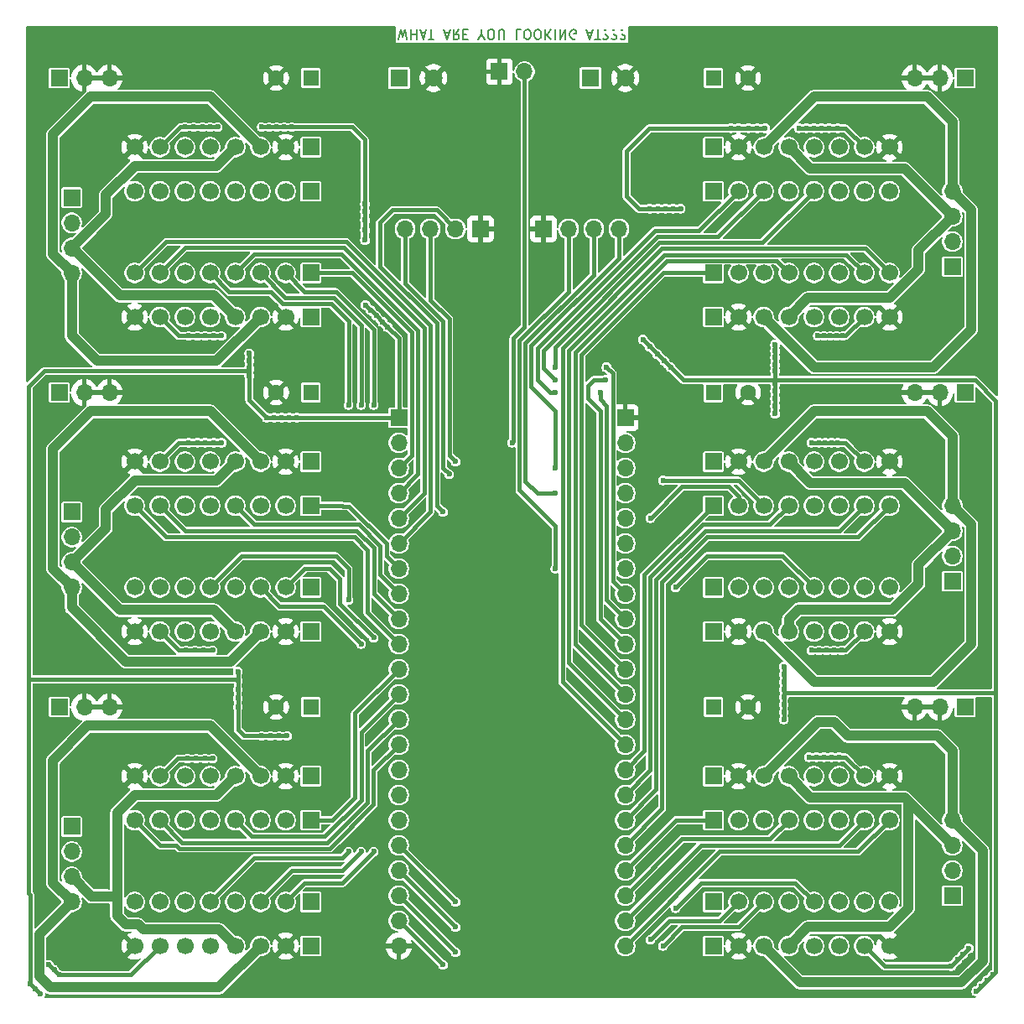
<source format=gbr>
%TF.GenerationSoftware,KiCad,Pcbnew,9.0.0*%
%TF.CreationDate,2025-02-26T12:42:57+01:00*%
%TF.ProjectId,Driver Carrier v1,44726976-6572-4204-9361-727269657220,rev?*%
%TF.SameCoordinates,Original*%
%TF.FileFunction,Copper,L2,Bot*%
%TF.FilePolarity,Positive*%
%FSLAX46Y46*%
G04 Gerber Fmt 4.6, Leading zero omitted, Abs format (unit mm)*
G04 Created by KiCad (PCBNEW 9.0.0) date 2025-02-26 12:42:57*
%MOMM*%
%LPD*%
G01*
G04 APERTURE LIST*
%ADD10C,0.200000*%
%TA.AperFunction,NonConductor*%
%ADD11C,0.200000*%
%TD*%
%TA.AperFunction,ComponentPad*%
%ADD12R,1.600000X1.600000*%
%TD*%
%TA.AperFunction,ComponentPad*%
%ADD13C,1.600000*%
%TD*%
%TA.AperFunction,ComponentPad*%
%ADD14R,1.700000X1.700000*%
%TD*%
%TA.AperFunction,ComponentPad*%
%ADD15O,1.700000X1.700000*%
%TD*%
%TA.AperFunction,ComponentPad*%
%ADD16C,1.800000*%
%TD*%
%TA.AperFunction,ComponentPad*%
%ADD17R,1.800000X1.800000*%
%TD*%
%TA.AperFunction,ComponentPad*%
%ADD18C,1.700000*%
%TD*%
%TA.AperFunction,ViaPad*%
%ADD19C,0.600000*%
%TD*%
%TA.AperFunction,Conductor*%
%ADD20C,0.400000*%
%TD*%
%TA.AperFunction,Conductor*%
%ADD21C,1.000000*%
%TD*%
%TA.AperFunction,Conductor*%
%ADD22C,1.500000*%
%TD*%
G04 APERTURE END LIST*
D10*
D11*
X91417618Y-51347780D02*
X91655713Y-50347780D01*
X91655713Y-50347780D02*
X91846189Y-51062066D01*
X91846189Y-51062066D02*
X92036665Y-50347780D01*
X92036665Y-50347780D02*
X92274761Y-51347780D01*
X92655713Y-50347780D02*
X92655713Y-51347780D01*
X92655713Y-50871590D02*
X93227141Y-50871590D01*
X93227141Y-50347780D02*
X93227141Y-51347780D01*
X93655713Y-50633495D02*
X94131903Y-50633495D01*
X93560475Y-50347780D02*
X93893808Y-51347780D01*
X93893808Y-51347780D02*
X94227141Y-50347780D01*
X94417618Y-51347780D02*
X94989046Y-51347780D01*
X94703332Y-50347780D02*
X94703332Y-51347780D01*
X96036666Y-50633495D02*
X96512856Y-50633495D01*
X95941428Y-50347780D02*
X96274761Y-51347780D01*
X96274761Y-51347780D02*
X96608094Y-50347780D01*
X97512856Y-50347780D02*
X97179523Y-50823971D01*
X96941428Y-50347780D02*
X96941428Y-51347780D01*
X96941428Y-51347780D02*
X97322380Y-51347780D01*
X97322380Y-51347780D02*
X97417618Y-51300161D01*
X97417618Y-51300161D02*
X97465237Y-51252542D01*
X97465237Y-51252542D02*
X97512856Y-51157304D01*
X97512856Y-51157304D02*
X97512856Y-51014447D01*
X97512856Y-51014447D02*
X97465237Y-50919209D01*
X97465237Y-50919209D02*
X97417618Y-50871590D01*
X97417618Y-50871590D02*
X97322380Y-50823971D01*
X97322380Y-50823971D02*
X96941428Y-50823971D01*
X97941428Y-50871590D02*
X98274761Y-50871590D01*
X98417618Y-50347780D02*
X97941428Y-50347780D01*
X97941428Y-50347780D02*
X97941428Y-51347780D01*
X97941428Y-51347780D02*
X98417618Y-51347780D01*
X99798571Y-50823971D02*
X99798571Y-50347780D01*
X99465238Y-51347780D02*
X99798571Y-50823971D01*
X99798571Y-50823971D02*
X100131904Y-51347780D01*
X100655714Y-51347780D02*
X100846190Y-51347780D01*
X100846190Y-51347780D02*
X100941428Y-51300161D01*
X100941428Y-51300161D02*
X101036666Y-51204923D01*
X101036666Y-51204923D02*
X101084285Y-51014447D01*
X101084285Y-51014447D02*
X101084285Y-50681114D01*
X101084285Y-50681114D02*
X101036666Y-50490638D01*
X101036666Y-50490638D02*
X100941428Y-50395400D01*
X100941428Y-50395400D02*
X100846190Y-50347780D01*
X100846190Y-50347780D02*
X100655714Y-50347780D01*
X100655714Y-50347780D02*
X100560476Y-50395400D01*
X100560476Y-50395400D02*
X100465238Y-50490638D01*
X100465238Y-50490638D02*
X100417619Y-50681114D01*
X100417619Y-50681114D02*
X100417619Y-51014447D01*
X100417619Y-51014447D02*
X100465238Y-51204923D01*
X100465238Y-51204923D02*
X100560476Y-51300161D01*
X100560476Y-51300161D02*
X100655714Y-51347780D01*
X101512857Y-51347780D02*
X101512857Y-50538257D01*
X101512857Y-50538257D02*
X101560476Y-50443019D01*
X101560476Y-50443019D02*
X101608095Y-50395400D01*
X101608095Y-50395400D02*
X101703333Y-50347780D01*
X101703333Y-50347780D02*
X101893809Y-50347780D01*
X101893809Y-50347780D02*
X101989047Y-50395400D01*
X101989047Y-50395400D02*
X102036666Y-50443019D01*
X102036666Y-50443019D02*
X102084285Y-50538257D01*
X102084285Y-50538257D02*
X102084285Y-51347780D01*
X103798571Y-50347780D02*
X103322381Y-50347780D01*
X103322381Y-50347780D02*
X103322381Y-51347780D01*
X104322381Y-51347780D02*
X104512857Y-51347780D01*
X104512857Y-51347780D02*
X104608095Y-51300161D01*
X104608095Y-51300161D02*
X104703333Y-51204923D01*
X104703333Y-51204923D02*
X104750952Y-51014447D01*
X104750952Y-51014447D02*
X104750952Y-50681114D01*
X104750952Y-50681114D02*
X104703333Y-50490638D01*
X104703333Y-50490638D02*
X104608095Y-50395400D01*
X104608095Y-50395400D02*
X104512857Y-50347780D01*
X104512857Y-50347780D02*
X104322381Y-50347780D01*
X104322381Y-50347780D02*
X104227143Y-50395400D01*
X104227143Y-50395400D02*
X104131905Y-50490638D01*
X104131905Y-50490638D02*
X104084286Y-50681114D01*
X104084286Y-50681114D02*
X104084286Y-51014447D01*
X104084286Y-51014447D02*
X104131905Y-51204923D01*
X104131905Y-51204923D02*
X104227143Y-51300161D01*
X104227143Y-51300161D02*
X104322381Y-51347780D01*
X105370000Y-51347780D02*
X105560476Y-51347780D01*
X105560476Y-51347780D02*
X105655714Y-51300161D01*
X105655714Y-51300161D02*
X105750952Y-51204923D01*
X105750952Y-51204923D02*
X105798571Y-51014447D01*
X105798571Y-51014447D02*
X105798571Y-50681114D01*
X105798571Y-50681114D02*
X105750952Y-50490638D01*
X105750952Y-50490638D02*
X105655714Y-50395400D01*
X105655714Y-50395400D02*
X105560476Y-50347780D01*
X105560476Y-50347780D02*
X105370000Y-50347780D01*
X105370000Y-50347780D02*
X105274762Y-50395400D01*
X105274762Y-50395400D02*
X105179524Y-50490638D01*
X105179524Y-50490638D02*
X105131905Y-50681114D01*
X105131905Y-50681114D02*
X105131905Y-51014447D01*
X105131905Y-51014447D02*
X105179524Y-51204923D01*
X105179524Y-51204923D02*
X105274762Y-51300161D01*
X105274762Y-51300161D02*
X105370000Y-51347780D01*
X106227143Y-50347780D02*
X106227143Y-51347780D01*
X106798571Y-50347780D02*
X106370000Y-50919209D01*
X106798571Y-51347780D02*
X106227143Y-50776352D01*
X107227143Y-50347780D02*
X107227143Y-51347780D01*
X107703333Y-50347780D02*
X107703333Y-51347780D01*
X107703333Y-51347780D02*
X108274761Y-50347780D01*
X108274761Y-50347780D02*
X108274761Y-51347780D01*
X109274761Y-51300161D02*
X109179523Y-51347780D01*
X109179523Y-51347780D02*
X109036666Y-51347780D01*
X109036666Y-51347780D02*
X108893809Y-51300161D01*
X108893809Y-51300161D02*
X108798571Y-51204923D01*
X108798571Y-51204923D02*
X108750952Y-51109685D01*
X108750952Y-51109685D02*
X108703333Y-50919209D01*
X108703333Y-50919209D02*
X108703333Y-50776352D01*
X108703333Y-50776352D02*
X108750952Y-50585876D01*
X108750952Y-50585876D02*
X108798571Y-50490638D01*
X108798571Y-50490638D02*
X108893809Y-50395400D01*
X108893809Y-50395400D02*
X109036666Y-50347780D01*
X109036666Y-50347780D02*
X109131904Y-50347780D01*
X109131904Y-50347780D02*
X109274761Y-50395400D01*
X109274761Y-50395400D02*
X109322380Y-50443019D01*
X109322380Y-50443019D02*
X109322380Y-50776352D01*
X109322380Y-50776352D02*
X109131904Y-50776352D01*
X110465238Y-50633495D02*
X110941428Y-50633495D01*
X110370000Y-50347780D02*
X110703333Y-51347780D01*
X110703333Y-51347780D02*
X111036666Y-50347780D01*
X111227143Y-51347780D02*
X111798571Y-51347780D01*
X111512857Y-50347780D02*
X111512857Y-51347780D01*
X112274762Y-50443019D02*
X112322381Y-50395400D01*
X112322381Y-50395400D02*
X112274762Y-50347780D01*
X112274762Y-50347780D02*
X112227143Y-50395400D01*
X112227143Y-50395400D02*
X112274762Y-50443019D01*
X112274762Y-50443019D02*
X112274762Y-50347780D01*
X112084286Y-51300161D02*
X112179524Y-51347780D01*
X112179524Y-51347780D02*
X112417619Y-51347780D01*
X112417619Y-51347780D02*
X112512857Y-51300161D01*
X112512857Y-51300161D02*
X112560476Y-51204923D01*
X112560476Y-51204923D02*
X112560476Y-51109685D01*
X112560476Y-51109685D02*
X112512857Y-51014447D01*
X112512857Y-51014447D02*
X112465238Y-50966828D01*
X112465238Y-50966828D02*
X112370000Y-50919209D01*
X112370000Y-50919209D02*
X112322381Y-50871590D01*
X112322381Y-50871590D02*
X112274762Y-50776352D01*
X112274762Y-50776352D02*
X112274762Y-50728733D01*
X113131905Y-50443019D02*
X113179524Y-50395400D01*
X113179524Y-50395400D02*
X113131905Y-50347780D01*
X113131905Y-50347780D02*
X113084286Y-50395400D01*
X113084286Y-50395400D02*
X113131905Y-50443019D01*
X113131905Y-50443019D02*
X113131905Y-50347780D01*
X112941429Y-51300161D02*
X113036667Y-51347780D01*
X113036667Y-51347780D02*
X113274762Y-51347780D01*
X113274762Y-51347780D02*
X113370000Y-51300161D01*
X113370000Y-51300161D02*
X113417619Y-51204923D01*
X113417619Y-51204923D02*
X113417619Y-51109685D01*
X113417619Y-51109685D02*
X113370000Y-51014447D01*
X113370000Y-51014447D02*
X113322381Y-50966828D01*
X113322381Y-50966828D02*
X113227143Y-50919209D01*
X113227143Y-50919209D02*
X113179524Y-50871590D01*
X113179524Y-50871590D02*
X113131905Y-50776352D01*
X113131905Y-50776352D02*
X113131905Y-50728733D01*
X113989048Y-50443019D02*
X114036667Y-50395400D01*
X114036667Y-50395400D02*
X113989048Y-50347780D01*
X113989048Y-50347780D02*
X113941429Y-50395400D01*
X113941429Y-50395400D02*
X113989048Y-50443019D01*
X113989048Y-50443019D02*
X113989048Y-50347780D01*
X113798572Y-51300161D02*
X113893810Y-51347780D01*
X113893810Y-51347780D02*
X114131905Y-51347780D01*
X114131905Y-51347780D02*
X114227143Y-51300161D01*
X114227143Y-51300161D02*
X114274762Y-51204923D01*
X114274762Y-51204923D02*
X114274762Y-51109685D01*
X114274762Y-51109685D02*
X114227143Y-51014447D01*
X114227143Y-51014447D02*
X114179524Y-50966828D01*
X114179524Y-50966828D02*
X114084286Y-50919209D01*
X114084286Y-50919209D02*
X114036667Y-50871590D01*
X114036667Y-50871590D02*
X113989048Y-50776352D01*
X113989048Y-50776352D02*
X113989048Y-50728733D01*
D12*
%TO.P,C6,1*%
%TO.N,VM*%
X123190000Y-55245000D03*
D13*
%TO.P,C6,2*%
%TO.N,GND*%
X126690000Y-55245000D03*
%TD*%
D12*
%TO.P,C4,1*%
%TO.N,VM*%
X123190000Y-118745000D03*
D13*
%TO.P,C4,2*%
%TO.N,GND*%
X126690000Y-118745000D03*
%TD*%
D12*
%TO.P,C1,1*%
%TO.N,VM*%
X82550000Y-55245000D03*
D13*
%TO.P,C1,2*%
%TO.N,GND*%
X79050000Y-55245000D03*
%TD*%
D12*
%TO.P,C3,1*%
%TO.N,VM*%
X82550000Y-118745000D03*
D13*
%TO.P,C3,2*%
%TO.N,GND*%
X79050000Y-118745000D03*
%TD*%
D12*
%TO.P,C5,1*%
%TO.N,VM*%
X123190000Y-86995000D03*
D13*
%TO.P,C5,2*%
%TO.N,GND*%
X126690000Y-86995000D03*
%TD*%
D12*
%TO.P,C2,1*%
%TO.N,VM*%
X82550000Y-86995000D03*
D13*
%TO.P,C2,2*%
%TO.N,GND*%
X79050000Y-86995000D03*
%TD*%
D14*
%TO.P,J17,1,Pin_1*%
%TO.N,GND*%
X106045000Y-70485000D03*
D15*
%TO.P,J17,2,Pin_2*%
%TO.N,GPIO42*%
X108585000Y-70485000D03*
%TO.P,J17,3,Pin_3*%
%TO.N,GPIO45*%
X111125000Y-70485000D03*
%TO.P,J17,4,Pin_4*%
%TO.N,GPIO46*%
X113665000Y-70485000D03*
%TD*%
D14*
%TO.P,J5,1,Pin_1*%
%TO.N,/All TMCs/BothTMCs n5/M2B*%
X147320000Y-106045000D03*
D15*
%TO.P,J5,2,Pin_2*%
%TO.N,/All TMCs/BothTMCs n5/M2A*%
X147320000Y-103505000D03*
%TO.P,J5,3,Pin_3*%
%TO.N,/All TMCs/BothTMCs n5/M1A*%
X147320000Y-100965000D03*
%TO.P,J5,4,Pin_4*%
%TO.N,/All TMCs/BothTMCs n5/M1B*%
X147320000Y-98425000D03*
%TD*%
%TO.P,J10,2,Pin_2*%
%TO.N,GND*%
X146050000Y-118745000D03*
%TO.P,J10,3,Pin_3*%
X143510000Y-118745000D03*
D14*
%TO.P,J10,1,Pin_1*%
%TO.N,SW4*%
X148590000Y-118745000D03*
%TD*%
D15*
%TO.P,J9,2,Pin_2*%
%TO.N,GND*%
X59690000Y-118745000D03*
%TO.P,J9,3,Pin_3*%
X62230000Y-118745000D03*
D14*
%TO.P,J9,1,Pin_1*%
%TO.N,SW3*%
X57150000Y-118745000D03*
%TD*%
%TO.P,J16,1,Pin_1*%
%TO.N,GND*%
X101595000Y-54610000D03*
D15*
%TO.P,J16,2,Pin_2*%
%TO.N,CHIP_PU*%
X104135000Y-54610000D03*
%TD*%
D14*
%TO.P,J6,1,Pin_1*%
%TO.N,/All TMCs/BothTMCs n6/M2B*%
X147320000Y-74295000D03*
D15*
%TO.P,J6,2,Pin_2*%
%TO.N,/All TMCs/BothTMCs n6/M2A*%
X147320000Y-71755000D03*
%TO.P,J6,3,Pin_3*%
%TO.N,/All TMCs/BothTMCs n6/M1A*%
X147320000Y-69215000D03*
%TO.P,J6,4,Pin_4*%
%TO.N,/All TMCs/BothTMCs n6/M1B*%
X147320000Y-66675000D03*
%TD*%
D14*
%TO.P,J2,1,Pin_1*%
%TO.N,/All TMCs/BothTMCs n2/M2B*%
X58420000Y-99060000D03*
D15*
%TO.P,J2,2,Pin_2*%
%TO.N,/All TMCs/BothTMCs n2/M2A*%
X58420000Y-101600000D03*
%TO.P,J2,3,Pin_3*%
%TO.N,/All TMCs/BothTMCs n2/M1A*%
X58420000Y-104140000D03*
%TO.P,J2,4,Pin_4*%
%TO.N,/All TMCs/BothTMCs n2/M1B*%
X58420000Y-106680000D03*
%TD*%
D16*
%TO.P,J15,2,Pin_2*%
%TO.N,GND*%
X94940000Y-55245000D03*
D17*
%TO.P,J15,1,Pin_1*%
%TO.N,VM*%
X91440000Y-55245000D03*
%TD*%
D14*
%TO.P,J13,1,Pin_1*%
%TO.N,GND*%
X99695000Y-70485000D03*
D15*
%TO.P,J13,2,Pin_2*%
%TO.N,VCC*%
X97155000Y-70485000D03*
%TO.P,J13,3,Pin_3*%
%TO.N,CAN_RX*%
X94615000Y-70485000D03*
%TO.P,J13,4,Pin_4*%
%TO.N,CAN_TX*%
X92075000Y-70485000D03*
%TD*%
D14*
%TO.P,J3,1,Pin_1*%
%TO.N,/All TMCs/BothTMCs n3/M2B*%
X58420000Y-130810000D03*
D15*
%TO.P,J3,2,Pin_2*%
%TO.N,/All TMCs/BothTMCs n3/M2A*%
X58420000Y-133350000D03*
%TO.P,J3,3,Pin_3*%
%TO.N,/All TMCs/BothTMCs n3/M1A*%
X58420000Y-135890000D03*
%TO.P,J3,4,Pin_4*%
%TO.N,/All TMCs/BothTMCs n3/M1B*%
X58420000Y-138430000D03*
%TD*%
%TO.P,J12,2,Pin_2*%
%TO.N,GND*%
X146050000Y-55245000D03*
%TO.P,J12,3,Pin_3*%
X143510000Y-55245000D03*
D14*
%TO.P,J12,1,Pin_1*%
%TO.N,SW6*%
X148590000Y-55245000D03*
%TD*%
%TO.P,U13,23,GND*%
%TO.N,GND*%
X114300000Y-89535000D03*
D15*
%TO.P,U13,22,GND*%
X91440000Y-142875000D03*
D14*
%TO.P,U13,1,3V3*%
%TO.N,VIO*%
X91440000Y-89535000D03*
D15*
%TO.P,U13,2,GPIO0*%
%TO.N,unconnected-(U13-GPIO0-Pad2)*%
X91440000Y-92075000D03*
%TO.P,U13,3,GPIO1*%
%TO.N,/All TMCs/EN1*%
X91440000Y-94615000D03*
%TO.P,U13,4,GPIO2*%
%TO.N,/All TMCs/CS1*%
X91440000Y-97155000D03*
%TO.P,U13,5,GPIO3*%
%TO.N,/All TMCs/STEP1*%
X91440000Y-99695000D03*
%TO.P,U13,6,GPIO4*%
%TO.N,/All TMCs/DIR1*%
X91440000Y-102235000D03*
%TO.P,U13,7,GPIO5*%
%TO.N,/All TMCs/EN2*%
X91440000Y-104775000D03*
%TO.P,U13,8,GPIO6*%
%TO.N,/All TMCs/CS2*%
X91440000Y-107315000D03*
%TO.P,U13,9,GPIO7*%
%TO.N,/All TMCs/STEP2*%
X91440000Y-109855000D03*
%TO.P,U13,10,GPIO8*%
%TO.N,/All TMCs/DIR2*%
X91440000Y-112395000D03*
%TO.P,U13,11,GPIO9*%
%TO.N,/All TMCs/EN3*%
X91440000Y-114935000D03*
%TO.P,U13,12,GPIO10*%
%TO.N,/All TMCs/CS3*%
X91440000Y-117475000D03*
%TO.P,U13,13,GPIO11*%
%TO.N,/All TMCs/STEP3*%
X91440000Y-120015000D03*
%TO.P,U13,14,GPIO12*%
%TO.N,/All TMCs/DIR3*%
X91440000Y-122555000D03*
%TO.P,U13,15,GPIO13*%
%TO.N,SW1*%
X91440000Y-125095000D03*
%TO.P,U13,16,GPIO14*%
%TO.N,SW2*%
X91440000Y-127635000D03*
%TO.P,U13,17,GPIO15*%
%TO.N,SW3*%
X91440000Y-130175000D03*
%TO.P,U13,18,GPIO16*%
%TO.N,SW4*%
X91440000Y-132715000D03*
%TO.P,U13,19,GPIO17*%
%TO.N,SW5*%
X91440000Y-135255000D03*
%TO.P,U13,20,GPIO18*%
%TO.N,SW6*%
X91440000Y-137795000D03*
%TO.P,U13,21,5V*%
%TO.N,VCC*%
X91440000Y-140335000D03*
%TO.P,U13,24,RST*%
%TO.N,CHIP_PU*%
X114300000Y-92075000D03*
%TO.P,U13,25,GPIO46*%
%TO.N,GPIO46*%
X114300000Y-94615000D03*
%TO.P,U13,26,GPIO45*%
%TO.N,GPIO45*%
X114300000Y-97155000D03*
%TO.P,U13,27,RX*%
%TO.N,CAN_RX*%
X114300000Y-99695000D03*
%TO.P,U13,28,TX*%
%TO.N,CAN_TX*%
X114300000Y-102235000D03*
%TO.P,U13,29,GPIO42*%
%TO.N,GPIO42*%
X114300000Y-104775000D03*
%TO.P,U13,30,GPIO41*%
%TO.N,SDO*%
X114300000Y-107315000D03*
%TO.P,U13,31,GPIO40*%
%TO.N,SDI*%
X114300000Y-109855000D03*
%TO.P,U13,32,GPIO39*%
%TO.N,SCK*%
X114300000Y-112395000D03*
%TO.P,U13,33,GPIO38*%
%TO.N,/All TMCs/EN6*%
X114300000Y-114935000D03*
%TO.P,U13,34,GPIO37*%
%TO.N,/All TMCs/CS6*%
X114300000Y-117475000D03*
%TO.P,U13,35,GPIO36*%
%TO.N,/All TMCs/STEP6*%
X114300000Y-120015000D03*
%TO.P,U13,36,GPIO35*%
%TO.N,/All TMCs/DIR6*%
X114300000Y-122555000D03*
%TO.P,U13,37,GPIO34*%
%TO.N,/All TMCs/EN5*%
X114300000Y-125095000D03*
%TO.P,U13,38,GPIO33*%
%TO.N,/All TMCs/CS5*%
X114300000Y-127635000D03*
%TO.P,U13,39,GPIO26*%
%TO.N,/All TMCs/STEP5*%
X114300000Y-130175000D03*
%TO.P,U13,40,GPIO21*%
%TO.N,/All TMCs/DIR5*%
X114300000Y-132715000D03*
%TO.P,U13,41,GPIO20*%
%TO.N,/All TMCs/EN4*%
X114300000Y-135255000D03*
%TO.P,U13,42,GPIO19*%
%TO.N,/All TMCs/CS4*%
X114300000Y-137795000D03*
%TO.P,U13,43,GPIO48*%
%TO.N,/All TMCs/STEP4*%
X114300000Y-140335000D03*
%TO.P,U13,44,GPIO47*%
%TO.N,/All TMCs/DIR4*%
X114300000Y-142875000D03*
%TD*%
D14*
%TO.P,J1,1,Pin_1*%
%TO.N,/All TMCs/BothTMCs n1/M2B*%
X58420000Y-67320000D03*
D15*
%TO.P,J1,2,Pin_2*%
%TO.N,/All TMCs/BothTMCs n1/M2A*%
X58420000Y-69860000D03*
%TO.P,J1,3,Pin_3*%
%TO.N,/All TMCs/BothTMCs n1/M1A*%
X58420000Y-72400000D03*
%TO.P,J1,4,Pin_4*%
%TO.N,/All TMCs/BothTMCs n1/M1B*%
X58420000Y-74940000D03*
%TD*%
%TO.P,J7,3,Pin_3*%
%TO.N,GND*%
X62230000Y-55245000D03*
%TO.P,J7,2,Pin_2*%
X59690000Y-55245000D03*
D14*
%TO.P,J7,1,Pin_1*%
%TO.N,SW1*%
X57150000Y-55245000D03*
%TD*%
D15*
%TO.P,J8,3,Pin_3*%
%TO.N,GND*%
X62230000Y-86995000D03*
%TO.P,J8,2,Pin_2*%
X59690000Y-86995000D03*
D14*
%TO.P,J8,1,Pin_1*%
%TO.N,SW2*%
X57150000Y-86995000D03*
%TD*%
%TO.P,J4,1,Pin_1*%
%TO.N,/All TMCs/BothTMCs n4/M2B*%
X147320000Y-137795000D03*
D15*
%TO.P,J4,2,Pin_2*%
%TO.N,/All TMCs/BothTMCs n4/M2A*%
X147320000Y-135255000D03*
%TO.P,J4,3,Pin_3*%
%TO.N,/All TMCs/BothTMCs n4/M1A*%
X147320000Y-132715000D03*
%TO.P,J4,4,Pin_4*%
%TO.N,/All TMCs/BothTMCs n4/M1B*%
X147320000Y-130175000D03*
%TD*%
D16*
%TO.P,J14,2,Pin_2*%
%TO.N,GND*%
X114300000Y-55245000D03*
D17*
%TO.P,J14,1,Pin_1*%
%TO.N,VM*%
X110800000Y-55245000D03*
%TD*%
D15*
%TO.P,J11,2,Pin_2*%
%TO.N,GND*%
X146050000Y-86995000D03*
%TO.P,J11,3,Pin_3*%
X143510000Y-86995000D03*
D14*
%TO.P,J11,1,Pin_1*%
%TO.N,SW5*%
X148590000Y-86995000D03*
%TD*%
D18*
%TO.P,U6,10,GND*%
%TO.N,GND*%
X80010000Y-125730000D03*
%TO.P,U6,16,GND*%
X64770000Y-125730000D03*
D14*
%TO.P,U6,1,EN*%
%TO.N,/All TMCs/EN3*%
X82550000Y-138430000D03*
D18*
%TO.P,U6,2,SDI*%
%TO.N,SDI*%
X80010000Y-138430000D03*
%TO.P,U6,3,SCK*%
%TO.N,SCK*%
X77470000Y-138430000D03*
%TO.P,U6,4,CS*%
%TO.N,/All TMCs/CS3*%
X74930000Y-138430000D03*
%TO.P,U6,5,SDO*%
%TO.N,SDO*%
X72390000Y-138430000D03*
%TO.P,U6,6,DCO*%
%TO.N,unconnected-(U6-DCO-Pad6)*%
X69850000Y-138430000D03*
%TO.P,U6,7,STEP*%
%TO.N,/All TMCs/STEP3*%
X67310000Y-138430000D03*
%TO.P,U6,8,DIR*%
%TO.N,/All TMCs/DIR3*%
X64770000Y-138430000D03*
D14*
%TO.P,U6,9,VM*%
%TO.N,VM*%
X82550000Y-125730000D03*
D18*
%TO.P,U6,11,M2B*%
%TO.N,/All TMCs/BothTMCs n3/M1B*%
X77470000Y-125730000D03*
%TO.P,U6,12,M2A*%
%TO.N,/All TMCs/BothTMCs n3/M1A*%
X74930000Y-125730000D03*
%TO.P,U6,13,M1A*%
%TO.N,/All TMCs/BothTMCs n3/M2A*%
X72390000Y-125730000D03*
%TO.P,U6,14,M1B*%
%TO.N,/All TMCs/BothTMCs n3/M2B*%
X69850000Y-125730000D03*
%TO.P,U6,15,VIO*%
%TO.N,VIO*%
X67310000Y-125730000D03*
%TD*%
%TO.P,U1,10,GND*%
%TO.N,GND*%
X80010000Y-79375000D03*
%TO.P,U1,16,GND*%
X64770000Y-79375000D03*
D14*
%TO.P,U1,1,EN*%
%TO.N,/All TMCs/EN1*%
X82550000Y-66675000D03*
D18*
%TO.P,U1,2,SDI*%
%TO.N,SDI*%
X80010000Y-66675000D03*
%TO.P,U1,3,SCK*%
%TO.N,SCK*%
X77470000Y-66675000D03*
%TO.P,U1,4,CS*%
%TO.N,/All TMCs/CS1*%
X74930000Y-66675000D03*
%TO.P,U1,5,SDO*%
%TO.N,SDO*%
X72390000Y-66675000D03*
%TO.P,U1,6,DCO*%
%TO.N,unconnected-(U1-DCO-Pad6)*%
X69850000Y-66675000D03*
%TO.P,U1,7,STEP*%
%TO.N,/All TMCs/STEP1*%
X67310000Y-66675000D03*
%TO.P,U1,8,DIR*%
%TO.N,/All TMCs/DIR1*%
X64770000Y-66675000D03*
D14*
%TO.P,U1,9,VM*%
%TO.N,VM*%
X82550000Y-79375000D03*
D18*
%TO.P,U1,11,M2B*%
%TO.N,/All TMCs/BothTMCs n1/M1B*%
X77470000Y-79375000D03*
%TO.P,U1,12,M2A*%
%TO.N,/All TMCs/BothTMCs n1/M1A*%
X74930000Y-79375000D03*
%TO.P,U1,13,M1A*%
%TO.N,/All TMCs/BothTMCs n1/M2A*%
X72390000Y-79375000D03*
%TO.P,U1,14,M1B*%
%TO.N,/All TMCs/BothTMCs n1/M2B*%
X69850000Y-79375000D03*
%TO.P,U1,15,VIO*%
%TO.N,VIO*%
X67310000Y-79375000D03*
%TD*%
%TO.P,U12,10,GND*%
%TO.N,GND*%
X125730000Y-79375000D03*
%TO.P,U12,16,GND*%
X140970000Y-79375000D03*
D14*
%TO.P,U12,1,EN*%
%TO.N,/All TMCs/EN6*%
X123190000Y-66675000D03*
D18*
%TO.P,U12,2,SDI*%
%TO.N,SDI*%
X125730000Y-66675000D03*
%TO.P,U12,3,SCK*%
%TO.N,SCK*%
X128270000Y-66675000D03*
%TO.P,U12,4,CS*%
%TO.N,/All TMCs/CS6*%
X130810000Y-66675000D03*
%TO.P,U12,5,SDO*%
%TO.N,SDO*%
X133350000Y-66675000D03*
%TO.P,U12,6,DCO*%
%TO.N,unconnected-(U12-DCO-Pad6)*%
X135890000Y-66675000D03*
%TO.P,U12,7,STEP*%
%TO.N,/All TMCs/STEP6*%
X138430000Y-66675000D03*
%TO.P,U12,8,DIR*%
%TO.N,/All TMCs/DIR6*%
X140970000Y-66675000D03*
D14*
%TO.P,U12,9,VM*%
%TO.N,VM*%
X123190000Y-79375000D03*
D18*
%TO.P,U12,11,M2B*%
%TO.N,/All TMCs/BothTMCs n6/M1B*%
X128270000Y-79375000D03*
%TO.P,U12,12,M2A*%
%TO.N,/All TMCs/BothTMCs n6/M1A*%
X130810000Y-79375000D03*
%TO.P,U12,13,M1A*%
%TO.N,/All TMCs/BothTMCs n6/M2A*%
X133350000Y-79375000D03*
%TO.P,U12,14,M1B*%
%TO.N,/All TMCs/BothTMCs n6/M2B*%
X135890000Y-79375000D03*
%TO.P,U12,15,VIO*%
%TO.N,VIO*%
X138430000Y-79375000D03*
%TD*%
%TO.P,U4,10,GND*%
%TO.N,GND*%
X80010000Y-93980000D03*
%TO.P,U4,16,GND*%
X64770000Y-93980000D03*
D14*
%TO.P,U4,1,EN*%
%TO.N,/All TMCs/EN2*%
X82550000Y-106680000D03*
D18*
%TO.P,U4,2,SDI*%
%TO.N,SDI*%
X80010000Y-106680000D03*
%TO.P,U4,3,SCK*%
%TO.N,SCK*%
X77470000Y-106680000D03*
%TO.P,U4,4,CS*%
%TO.N,/All TMCs/CS2*%
X74930000Y-106680000D03*
%TO.P,U4,5,SDO*%
%TO.N,SDO*%
X72390000Y-106680000D03*
%TO.P,U4,6,DCO*%
%TO.N,unconnected-(U4-DCO-Pad6)*%
X69850000Y-106680000D03*
%TO.P,U4,7,STEP*%
%TO.N,/All TMCs/STEP2*%
X67310000Y-106680000D03*
%TO.P,U4,8,DIR*%
%TO.N,/All TMCs/DIR2*%
X64770000Y-106680000D03*
D14*
%TO.P,U4,9,VM*%
%TO.N,VM*%
X82550000Y-93980000D03*
D18*
%TO.P,U4,11,M2B*%
%TO.N,/All TMCs/BothTMCs n2/M1B*%
X77470000Y-93980000D03*
%TO.P,U4,12,M2A*%
%TO.N,/All TMCs/BothTMCs n2/M1A*%
X74930000Y-93980000D03*
%TO.P,U4,13,M1A*%
%TO.N,/All TMCs/BothTMCs n2/M2A*%
X72390000Y-93980000D03*
%TO.P,U4,14,M1B*%
%TO.N,/All TMCs/BothTMCs n2/M2B*%
X69850000Y-93980000D03*
%TO.P,U4,15,VIO*%
%TO.N,VIO*%
X67310000Y-93980000D03*
%TD*%
%TO.P,U3,10,GND*%
%TO.N,GND*%
X80010000Y-111125000D03*
%TO.P,U3,16,GND*%
X64770000Y-111125000D03*
D14*
%TO.P,U3,1,EN*%
%TO.N,/All TMCs/EN2*%
X82550000Y-98425000D03*
D18*
%TO.P,U3,2,SDI*%
%TO.N,SDI*%
X80010000Y-98425000D03*
%TO.P,U3,3,SCK*%
%TO.N,SCK*%
X77470000Y-98425000D03*
%TO.P,U3,4,CS*%
%TO.N,/All TMCs/CS2*%
X74930000Y-98425000D03*
%TO.P,U3,5,SDO*%
%TO.N,SDO*%
X72390000Y-98425000D03*
%TO.P,U3,6,DCO*%
%TO.N,unconnected-(U3-DCO-Pad6)*%
X69850000Y-98425000D03*
%TO.P,U3,7,STEP*%
%TO.N,/All TMCs/STEP2*%
X67310000Y-98425000D03*
%TO.P,U3,8,DIR*%
%TO.N,/All TMCs/DIR2*%
X64770000Y-98425000D03*
D14*
%TO.P,U3,9,VM*%
%TO.N,VM*%
X82550000Y-111125000D03*
D18*
%TO.P,U3,11,M2B*%
%TO.N,/All TMCs/BothTMCs n2/M1B*%
X77470000Y-111125000D03*
%TO.P,U3,12,M2A*%
%TO.N,/All TMCs/BothTMCs n2/M1A*%
X74930000Y-111125000D03*
%TO.P,U3,13,M1A*%
%TO.N,/All TMCs/BothTMCs n2/M2A*%
X72390000Y-111125000D03*
%TO.P,U3,14,M1B*%
%TO.N,/All TMCs/BothTMCs n2/M2B*%
X69850000Y-111125000D03*
%TO.P,U3,15,VIO*%
%TO.N,VIO*%
X67310000Y-111125000D03*
%TD*%
%TO.P,U5,10,GND*%
%TO.N,GND*%
X80010000Y-142875000D03*
%TO.P,U5,16,GND*%
X64770000Y-142875000D03*
D14*
%TO.P,U5,1,EN*%
%TO.N,/All TMCs/EN3*%
X82550000Y-130175000D03*
D18*
%TO.P,U5,2,SDI*%
%TO.N,SDI*%
X80010000Y-130175000D03*
%TO.P,U5,3,SCK*%
%TO.N,SCK*%
X77470000Y-130175000D03*
%TO.P,U5,4,CS*%
%TO.N,/All TMCs/CS3*%
X74930000Y-130175000D03*
%TO.P,U5,5,SDO*%
%TO.N,SDO*%
X72390000Y-130175000D03*
%TO.P,U5,6,DCO*%
%TO.N,unconnected-(U5-DCO-Pad6)*%
X69850000Y-130175000D03*
%TO.P,U5,7,STEP*%
%TO.N,/All TMCs/STEP3*%
X67310000Y-130175000D03*
%TO.P,U5,8,DIR*%
%TO.N,/All TMCs/DIR3*%
X64770000Y-130175000D03*
D14*
%TO.P,U5,9,VM*%
%TO.N,VM*%
X82550000Y-142875000D03*
D18*
%TO.P,U5,11,M2B*%
%TO.N,/All TMCs/BothTMCs n3/M1B*%
X77470000Y-142875000D03*
%TO.P,U5,12,M2A*%
%TO.N,/All TMCs/BothTMCs n3/M1A*%
X74930000Y-142875000D03*
%TO.P,U5,13,M1A*%
%TO.N,/All TMCs/BothTMCs n3/M2A*%
X72390000Y-142875000D03*
%TO.P,U5,14,M1B*%
%TO.N,/All TMCs/BothTMCs n3/M2B*%
X69850000Y-142875000D03*
%TO.P,U5,15,VIO*%
%TO.N,VIO*%
X67310000Y-142875000D03*
%TD*%
%TO.P,U8,10,GND*%
%TO.N,GND*%
X125730000Y-142875000D03*
%TO.P,U8,16,GND*%
X140970000Y-142875000D03*
D14*
%TO.P,U8,1,EN*%
%TO.N,/All TMCs/EN4*%
X123190000Y-130175000D03*
D18*
%TO.P,U8,2,SDI*%
%TO.N,SDI*%
X125730000Y-130175000D03*
%TO.P,U8,3,SCK*%
%TO.N,SCK*%
X128270000Y-130175000D03*
%TO.P,U8,4,CS*%
%TO.N,/All TMCs/CS4*%
X130810000Y-130175000D03*
%TO.P,U8,5,SDO*%
%TO.N,SDO*%
X133350000Y-130175000D03*
%TO.P,U8,6,DCO*%
%TO.N,unconnected-(U8-DCO-Pad6)*%
X135890000Y-130175000D03*
%TO.P,U8,7,STEP*%
%TO.N,/All TMCs/STEP4*%
X138430000Y-130175000D03*
%TO.P,U8,8,DIR*%
%TO.N,/All TMCs/DIR4*%
X140970000Y-130175000D03*
D14*
%TO.P,U8,9,VM*%
%TO.N,VM*%
X123190000Y-142875000D03*
D18*
%TO.P,U8,11,M2B*%
%TO.N,/All TMCs/BothTMCs n4/M1B*%
X128270000Y-142875000D03*
%TO.P,U8,12,M2A*%
%TO.N,/All TMCs/BothTMCs n4/M1A*%
X130810000Y-142875000D03*
%TO.P,U8,13,M1A*%
%TO.N,/All TMCs/BothTMCs n4/M2A*%
X133350000Y-142875000D03*
%TO.P,U8,14,M1B*%
%TO.N,/All TMCs/BothTMCs n4/M2B*%
X135890000Y-142875000D03*
%TO.P,U8,15,VIO*%
%TO.N,VIO*%
X138430000Y-142875000D03*
%TD*%
%TO.P,U11,10,GND*%
%TO.N,GND*%
X125730000Y-62230000D03*
%TO.P,U11,16,GND*%
X140970000Y-62230000D03*
D14*
%TO.P,U11,1,EN*%
%TO.N,/All TMCs/EN6*%
X123190000Y-74930000D03*
D18*
%TO.P,U11,2,SDI*%
%TO.N,SDI*%
X125730000Y-74930000D03*
%TO.P,U11,3,SCK*%
%TO.N,SCK*%
X128270000Y-74930000D03*
%TO.P,U11,4,CS*%
%TO.N,/All TMCs/CS6*%
X130810000Y-74930000D03*
%TO.P,U11,5,SDO*%
%TO.N,SDO*%
X133350000Y-74930000D03*
%TO.P,U11,6,DCO*%
%TO.N,unconnected-(U11-DCO-Pad6)*%
X135890000Y-74930000D03*
%TO.P,U11,7,STEP*%
%TO.N,/All TMCs/STEP6*%
X138430000Y-74930000D03*
%TO.P,U11,8,DIR*%
%TO.N,/All TMCs/DIR6*%
X140970000Y-74930000D03*
D14*
%TO.P,U11,9,VM*%
%TO.N,VM*%
X123190000Y-62230000D03*
D18*
%TO.P,U11,11,M2B*%
%TO.N,/All TMCs/BothTMCs n6/M1B*%
X128270000Y-62230000D03*
%TO.P,U11,12,M2A*%
%TO.N,/All TMCs/BothTMCs n6/M1A*%
X130810000Y-62230000D03*
%TO.P,U11,13,M1A*%
%TO.N,/All TMCs/BothTMCs n6/M2A*%
X133350000Y-62230000D03*
%TO.P,U11,14,M1B*%
%TO.N,/All TMCs/BothTMCs n6/M2B*%
X135890000Y-62230000D03*
%TO.P,U11,15,VIO*%
%TO.N,VIO*%
X138430000Y-62230000D03*
%TD*%
%TO.P,U7,10,GND*%
%TO.N,GND*%
X125730000Y-125730000D03*
%TO.P,U7,16,GND*%
X140970000Y-125730000D03*
D14*
%TO.P,U7,1,EN*%
%TO.N,/All TMCs/EN4*%
X123190000Y-138430000D03*
D18*
%TO.P,U7,2,SDI*%
%TO.N,SDI*%
X125730000Y-138430000D03*
%TO.P,U7,3,SCK*%
%TO.N,SCK*%
X128270000Y-138430000D03*
%TO.P,U7,4,CS*%
%TO.N,/All TMCs/CS4*%
X130810000Y-138430000D03*
%TO.P,U7,5,SDO*%
%TO.N,SDO*%
X133350000Y-138430000D03*
%TO.P,U7,6,DCO*%
%TO.N,unconnected-(U7-DCO-Pad6)*%
X135890000Y-138430000D03*
%TO.P,U7,7,STEP*%
%TO.N,/All TMCs/STEP4*%
X138430000Y-138430000D03*
%TO.P,U7,8,DIR*%
%TO.N,/All TMCs/DIR4*%
X140970000Y-138430000D03*
D14*
%TO.P,U7,9,VM*%
%TO.N,VM*%
X123190000Y-125730000D03*
D18*
%TO.P,U7,11,M2B*%
%TO.N,/All TMCs/BothTMCs n4/M1B*%
X128270000Y-125730000D03*
%TO.P,U7,12,M2A*%
%TO.N,/All TMCs/BothTMCs n4/M1A*%
X130810000Y-125730000D03*
%TO.P,U7,13,M1A*%
%TO.N,/All TMCs/BothTMCs n4/M2A*%
X133350000Y-125730000D03*
%TO.P,U7,14,M1B*%
%TO.N,/All TMCs/BothTMCs n4/M2B*%
X135890000Y-125730000D03*
%TO.P,U7,15,VIO*%
%TO.N,VIO*%
X138430000Y-125730000D03*
%TD*%
%TO.P,U10,10,GND*%
%TO.N,GND*%
X125730000Y-111125000D03*
%TO.P,U10,16,GND*%
X140970000Y-111125000D03*
D14*
%TO.P,U10,1,EN*%
%TO.N,/All TMCs/EN5*%
X123190000Y-98425000D03*
D18*
%TO.P,U10,2,SDI*%
%TO.N,SDI*%
X125730000Y-98425000D03*
%TO.P,U10,3,SCK*%
%TO.N,SCK*%
X128270000Y-98425000D03*
%TO.P,U10,4,CS*%
%TO.N,/All TMCs/CS5*%
X130810000Y-98425000D03*
%TO.P,U10,5,SDO*%
%TO.N,SDO*%
X133350000Y-98425000D03*
%TO.P,U10,6,DCO*%
%TO.N,unconnected-(U10-DCO-Pad6)*%
X135890000Y-98425000D03*
%TO.P,U10,7,STEP*%
%TO.N,/All TMCs/STEP5*%
X138430000Y-98425000D03*
%TO.P,U10,8,DIR*%
%TO.N,/All TMCs/DIR5*%
X140970000Y-98425000D03*
D14*
%TO.P,U10,9,VM*%
%TO.N,VM*%
X123190000Y-111125000D03*
D18*
%TO.P,U10,11,M2B*%
%TO.N,/All TMCs/BothTMCs n5/M1B*%
X128270000Y-111125000D03*
%TO.P,U10,12,M2A*%
%TO.N,/All TMCs/BothTMCs n5/M1A*%
X130810000Y-111125000D03*
%TO.P,U10,13,M1A*%
%TO.N,/All TMCs/BothTMCs n5/M2A*%
X133350000Y-111125000D03*
%TO.P,U10,14,M1B*%
%TO.N,/All TMCs/BothTMCs n5/M2B*%
X135890000Y-111125000D03*
%TO.P,U10,15,VIO*%
%TO.N,VIO*%
X138430000Y-111125000D03*
%TD*%
%TO.P,U2,10,GND*%
%TO.N,GND*%
X80010000Y-62230000D03*
%TO.P,U2,16,GND*%
X64770000Y-62230000D03*
D14*
%TO.P,U2,1,EN*%
%TO.N,/All TMCs/EN1*%
X82550000Y-74930000D03*
D18*
%TO.P,U2,2,SDI*%
%TO.N,SDI*%
X80010000Y-74930000D03*
%TO.P,U2,3,SCK*%
%TO.N,SCK*%
X77470000Y-74930000D03*
%TO.P,U2,4,CS*%
%TO.N,/All TMCs/CS1*%
X74930000Y-74930000D03*
%TO.P,U2,5,SDO*%
%TO.N,SDO*%
X72390000Y-74930000D03*
%TO.P,U2,6,DCO*%
%TO.N,unconnected-(U2-DCO-Pad6)*%
X69850000Y-74930000D03*
%TO.P,U2,7,STEP*%
%TO.N,/All TMCs/STEP1*%
X67310000Y-74930000D03*
%TO.P,U2,8,DIR*%
%TO.N,/All TMCs/DIR1*%
X64770000Y-74930000D03*
D14*
%TO.P,U2,9,VM*%
%TO.N,VM*%
X82550000Y-62230000D03*
D18*
%TO.P,U2,11,M2B*%
%TO.N,/All TMCs/BothTMCs n1/M1B*%
X77470000Y-62230000D03*
%TO.P,U2,12,M2A*%
%TO.N,/All TMCs/BothTMCs n1/M1A*%
X74930000Y-62230000D03*
%TO.P,U2,13,M1A*%
%TO.N,/All TMCs/BothTMCs n1/M2A*%
X72390000Y-62230000D03*
%TO.P,U2,14,M1B*%
%TO.N,/All TMCs/BothTMCs n1/M2B*%
X69850000Y-62230000D03*
%TO.P,U2,15,VIO*%
%TO.N,VIO*%
X67310000Y-62230000D03*
%TD*%
%TO.P,U9,10,GND*%
%TO.N,GND*%
X125730000Y-93980000D03*
%TO.P,U9,16,GND*%
X140970000Y-93980000D03*
D14*
%TO.P,U9,1,EN*%
%TO.N,/All TMCs/EN5*%
X123190000Y-106680000D03*
D18*
%TO.P,U9,2,SDI*%
%TO.N,SDI*%
X125730000Y-106680000D03*
%TO.P,U9,3,SCK*%
%TO.N,SCK*%
X128270000Y-106680000D03*
%TO.P,U9,4,CS*%
%TO.N,/All TMCs/CS5*%
X130810000Y-106680000D03*
%TO.P,U9,5,SDO*%
%TO.N,SDO*%
X133350000Y-106680000D03*
%TO.P,U9,6,DCO*%
%TO.N,unconnected-(U9-DCO-Pad6)*%
X135890000Y-106680000D03*
%TO.P,U9,7,STEP*%
%TO.N,/All TMCs/STEP5*%
X138430000Y-106680000D03*
%TO.P,U9,8,DIR*%
%TO.N,/All TMCs/DIR5*%
X140970000Y-106680000D03*
D14*
%TO.P,U9,9,VM*%
%TO.N,VM*%
X123190000Y-93980000D03*
D18*
%TO.P,U9,11,M2B*%
%TO.N,/All TMCs/BothTMCs n5/M1B*%
X128270000Y-93980000D03*
%TO.P,U9,12,M2A*%
%TO.N,/All TMCs/BothTMCs n5/M1A*%
X130810000Y-93980000D03*
%TO.P,U9,13,M1A*%
%TO.N,/All TMCs/BothTMCs n5/M2A*%
X133350000Y-93980000D03*
%TO.P,U9,14,M1B*%
%TO.N,/All TMCs/BothTMCs n5/M2B*%
X135890000Y-93980000D03*
%TO.P,U9,15,VIO*%
%TO.N,VIO*%
X138430000Y-93980000D03*
%TD*%
D19*
%TO.N,GND*%
X106299000Y-77343000D03*
X105410000Y-76454000D03*
X105410000Y-77343000D03*
X106299000Y-76454000D03*
X107188000Y-76454000D03*
X133985000Y-122428000D03*
X134874000Y-122428000D03*
X134493000Y-121920000D03*
X133604000Y-121920000D03*
X135382000Y-121920000D03*
X140208000Y-122682000D03*
X139319000Y-122682000D03*
X142875000Y-122682000D03*
X144653000Y-122682000D03*
X138430000Y-122682000D03*
X141986000Y-122682000D03*
X143764000Y-122682000D03*
X141097000Y-122682000D03*
X144145000Y-140462000D03*
X144145000Y-141224000D03*
X143383000Y-141224000D03*
X67818000Y-82804000D03*
X66040000Y-82804000D03*
X66929000Y-82804000D03*
X63373000Y-82804000D03*
X65151000Y-82804000D03*
X64262000Y-82804000D03*
X70485000Y-82804000D03*
X69596000Y-82804000D03*
X68707000Y-82804000D03*
X71374000Y-82804000D03*
X62484000Y-82804000D03*
X61595000Y-82804000D03*
X59690000Y-141224000D03*
X59690000Y-140335000D03*
X58801000Y-140335000D03*
X62357000Y-125603000D03*
X62357000Y-126492000D03*
X62357000Y-127381000D03*
X60706000Y-126873000D03*
X60706000Y-127762000D03*
X61468000Y-128143000D03*
X61468000Y-126365000D03*
X60706000Y-128651000D03*
X61468000Y-127254000D03*
X58928000Y-110744000D03*
X58928000Y-111633000D03*
X58039000Y-109855000D03*
X59690000Y-111760000D03*
X60452000Y-112649000D03*
X60452000Y-113538000D03*
X59690000Y-112649000D03*
X58039000Y-110744000D03*
X55880000Y-113792000D03*
X55880000Y-114681000D03*
X55880000Y-112903000D03*
X56769000Y-114681000D03*
X57658000Y-114681000D03*
X56769000Y-113792000D03*
X65405000Y-54737000D03*
X66294000Y-54737000D03*
X67183000Y-54737000D03*
X64516000Y-54737000D03*
X66294000Y-55626000D03*
X67183000Y-55626000D03*
X64516000Y-55626000D03*
X65405000Y-55626000D03*
X65659000Y-86614000D03*
X66548000Y-86614000D03*
X67437000Y-86614000D03*
X64770000Y-86614000D03*
X66548000Y-87503000D03*
X67437000Y-87503000D03*
X64770000Y-87503000D03*
X65659000Y-87503000D03*
X139319000Y-86741000D03*
X140208000Y-86741000D03*
X141097000Y-86741000D03*
X138430000Y-86741000D03*
X140208000Y-87630000D03*
X141097000Y-87630000D03*
X138430000Y-87630000D03*
X139319000Y-87630000D03*
X139319000Y-118364000D03*
X140208000Y-118364000D03*
X141097000Y-118364000D03*
X138430000Y-118364000D03*
X140208000Y-119253000D03*
X141097000Y-119253000D03*
X138430000Y-119253000D03*
X139319000Y-119253000D03*
X106299000Y-75565000D03*
X107188000Y-74676000D03*
X105410000Y-75565000D03*
X106299000Y-74676000D03*
X107188000Y-75565000D03*
X105410000Y-74676000D03*
X149987000Y-113538000D03*
X148209000Y-115316000D03*
X149098000Y-115316000D03*
X149987000Y-115316000D03*
X149098000Y-114427000D03*
X149987000Y-114427000D03*
X149098000Y-116205000D03*
X149987000Y-116205000D03*
X147320000Y-116205000D03*
X148209000Y-116205000D03*
X67437000Y-119380000D03*
X66548000Y-119380000D03*
X65659000Y-119380000D03*
X64770000Y-119380000D03*
X65659000Y-118491000D03*
X66548000Y-118491000D03*
X67437000Y-118491000D03*
X64770000Y-118491000D03*
X99187000Y-74930000D03*
X99187000Y-77597000D03*
X100965000Y-76708000D03*
X100076000Y-74930000D03*
X100076000Y-77597000D03*
X100076000Y-76708000D03*
X99187000Y-75819000D03*
X99187000Y-76708000D03*
X100965000Y-74930000D03*
X100076000Y-75819000D03*
X100965000Y-77597000D03*
X100965000Y-75819000D03*
X99187000Y-88900000D03*
X99187000Y-91567000D03*
X100965000Y-90678000D03*
X100076000Y-88900000D03*
X100076000Y-91567000D03*
X100076000Y-90678000D03*
X99187000Y-89789000D03*
X99187000Y-90678000D03*
X100965000Y-88900000D03*
X100076000Y-89789000D03*
X100965000Y-91567000D03*
X100965000Y-89789000D03*
%TO.N,SDI*%
X111760000Y-86995000D03*
%TO.N,GND*%
X105791000Y-139065000D03*
X105791000Y-139954000D03*
X104013000Y-139065000D03*
X104013000Y-140843000D03*
X104013000Y-139954000D03*
X104902000Y-140843000D03*
X104902000Y-139065000D03*
X105791000Y-140843000D03*
X104902000Y-139954000D03*
X104013000Y-142621000D03*
X104902000Y-142621000D03*
X105791000Y-142621000D03*
X104902000Y-136398000D03*
X104013000Y-136398000D03*
X104013000Y-138176000D03*
X105791000Y-136398000D03*
X104902000Y-138176000D03*
X105791000Y-138176000D03*
X104902000Y-137287000D03*
X104013000Y-137287000D03*
X105791000Y-137287000D03*
X104902000Y-141732000D03*
X105791000Y-141732000D03*
X104013000Y-141732000D03*
X104902000Y-143510000D03*
X105791000Y-143510000D03*
X104013000Y-143510000D03*
X85471000Y-61341000D03*
X86360000Y-61341000D03*
X86360000Y-62230000D03*
X87249000Y-62230000D03*
X85471000Y-62230000D03*
X86360000Y-65024000D03*
X87249000Y-65024000D03*
X86360000Y-63246000D03*
X86360000Y-64135000D03*
X87249000Y-64135000D03*
X87249000Y-63246000D03*
%TO.N,VIO*%
X88011000Y-71628000D03*
X88011000Y-70612000D03*
X88011000Y-69596000D03*
X88011000Y-68707000D03*
X88011000Y-67945000D03*
X88074500Y-78168500D03*
X88582500Y-78676500D03*
X89154000Y-79248000D03*
X89789000Y-79883000D03*
X90297000Y-80391000D03*
X147193000Y-144907000D03*
X147828000Y-144272000D03*
X148399500Y-143700500D03*
X148971000Y-143129000D03*
X151384000Y-145796000D03*
X150812500Y-146367500D03*
X150241000Y-146939000D03*
X149733000Y-147447000D03*
X131826000Y-60325000D03*
X132588000Y-60325000D03*
X133350000Y-60325000D03*
X134112000Y-60325000D03*
X134874000Y-60325000D03*
X135763000Y-60325000D03*
X124968000Y-60325000D03*
X125730000Y-60325000D03*
X126746000Y-60325000D03*
X127635000Y-60325000D03*
X128397000Y-60325000D03*
X116776500Y-68453000D03*
X117602000Y-68453000D03*
X118364000Y-68453000D03*
X119126000Y-68453000D03*
X119888000Y-68453000D03*
X133731000Y-81280000D03*
X134366000Y-81280000D03*
X135001000Y-81280000D03*
X135636000Y-81280000D03*
X136271000Y-81280000D03*
X133096000Y-92075000D03*
X133858000Y-92075000D03*
X134493000Y-92075000D03*
X135128000Y-92075000D03*
X135763000Y-92075000D03*
X129413000Y-86106000D03*
X129413000Y-86868000D03*
X129413000Y-87630000D03*
X129413000Y-88392000D03*
X129413000Y-89154000D03*
X129413000Y-84836000D03*
X129413000Y-84201000D03*
X129413000Y-83439000D03*
X129413000Y-82804000D03*
X129413000Y-82169000D03*
X135382000Y-113030000D03*
X136144000Y-113030000D03*
X134620000Y-113030000D03*
X133858000Y-113030000D03*
X133096000Y-113030000D03*
X132842000Y-123825000D03*
X133604000Y-123825000D03*
X134366000Y-123825000D03*
X135128000Y-123825000D03*
X135890000Y-123825000D03*
X130302000Y-120015000D03*
X130302000Y-119253000D03*
X130302000Y-118491000D03*
X130302000Y-117729000D03*
X130302000Y-116967000D03*
X130302000Y-116205000D03*
X130302000Y-115443000D03*
X130302000Y-114681000D03*
X116078000Y-81661000D03*
X116776500Y-82359500D03*
X117538500Y-83121500D03*
X118237000Y-83820000D03*
X118872000Y-84455000D03*
%TO.N,GND*%
X128651000Y-55118000D03*
X130429000Y-56007000D03*
X131318000Y-56007000D03*
X129540000Y-54229000D03*
X129540000Y-56007000D03*
X130429000Y-54229000D03*
X128651000Y-54229000D03*
X130429000Y-55118000D03*
X131318000Y-55118000D03*
X129540000Y-55118000D03*
X131318000Y-54229000D03*
X128651000Y-56007000D03*
X74676000Y-54737000D03*
X75565000Y-54737000D03*
X73787000Y-55626000D03*
X75565000Y-53848000D03*
X76454000Y-53848000D03*
X74676000Y-55626000D03*
X74676000Y-53848000D03*
X73787000Y-53848000D03*
X76454000Y-54737000D03*
X73787000Y-54737000D03*
X75565000Y-55626000D03*
X76454000Y-55626000D03*
%TO.N,VIO*%
X72644000Y-113030000D03*
X71755000Y-113030000D03*
X70866000Y-113030000D03*
X69977000Y-113030000D03*
X75184000Y-118745000D03*
X75184000Y-117856000D03*
X75184000Y-116967000D03*
X75184000Y-116078000D03*
X75184000Y-115189000D03*
%TO.N,GND*%
X57531000Y-88646000D03*
X57531000Y-89535000D03*
X56642000Y-89408000D03*
X56642000Y-90297000D03*
X55880000Y-90297000D03*
X55880000Y-91186000D03*
%TO.N,VIO*%
X76327000Y-85344000D03*
X76327000Y-84582000D03*
X76327000Y-83820000D03*
X76327000Y-83058000D03*
%TO.N,GND*%
X79883000Y-84074000D03*
X80772000Y-84074000D03*
X81661000Y-84074000D03*
X78994000Y-84074000D03*
X80772000Y-83185000D03*
X81661000Y-83185000D03*
X79883000Y-83185000D03*
X78994000Y-83185000D03*
X80772000Y-84963000D03*
X81661000Y-84963000D03*
X78994000Y-84963000D03*
X79883000Y-84963000D03*
X77343000Y-115697000D03*
X78232000Y-115697000D03*
X79121000Y-115697000D03*
X76454000Y-115697000D03*
X78232000Y-114808000D03*
X79121000Y-114808000D03*
X77343000Y-114808000D03*
X76454000Y-114808000D03*
X78232000Y-116586000D03*
X79121000Y-116586000D03*
X76454000Y-116586000D03*
X77343000Y-116586000D03*
%TO.N,VIO*%
X72644000Y-123952000D03*
X71882000Y-123952000D03*
X70993000Y-123952000D03*
X70104000Y-123952000D03*
X77597000Y-121666000D03*
X78486000Y-121666000D03*
X79375000Y-121666000D03*
X80137000Y-121666000D03*
X57150000Y-145796000D03*
X56642000Y-145288000D03*
X56118000Y-144780000D03*
X54217001Y-146673001D03*
X54737000Y-147193000D03*
X55245000Y-147701000D03*
X73152000Y-60198000D03*
X72390000Y-60198000D03*
X71628000Y-60198000D03*
X70739000Y-60198000D03*
X69850000Y-60198000D03*
%TO.N,GND*%
X71501000Y-58674000D03*
X64389000Y-58674000D03*
X63500000Y-58674000D03*
X65278000Y-58674000D03*
X62611000Y-58674000D03*
X69723000Y-58674000D03*
X70612000Y-58674000D03*
X66167000Y-58674000D03*
X61722000Y-58674000D03*
X67945000Y-58674000D03*
X68834000Y-58674000D03*
X67056000Y-58674000D03*
%TO.N,VIO*%
X80645000Y-60198000D03*
X79883000Y-60198000D03*
X79121000Y-60198000D03*
X78359000Y-60198000D03*
X77597000Y-60198000D03*
X73533000Y-81280000D03*
X72771000Y-81280000D03*
X71882000Y-81280000D03*
X71120000Y-81280000D03*
X70231000Y-81280000D03*
X78105000Y-89535000D03*
X78867000Y-89535000D03*
X79629000Y-89535000D03*
X80391000Y-89535000D03*
X81153000Y-89535000D03*
X70231000Y-92075000D03*
X71120000Y-92075000D03*
X71882000Y-92075000D03*
X72771000Y-92075000D03*
X73533000Y-92075000D03*
%TO.N,GND*%
X145161000Y-133096000D03*
X144399000Y-132334000D03*
X144399000Y-134620000D03*
X144399000Y-133858000D03*
X145161000Y-133858000D03*
X144399000Y-133096000D03*
X145161000Y-132334000D03*
X145161000Y-134620000D03*
X61468000Y-135382000D03*
X61468000Y-136271000D03*
X60579000Y-136271000D03*
X60579000Y-135382000D03*
X61468000Y-134493000D03*
X60579000Y-134493000D03*
X61468000Y-133731000D03*
X60579000Y-133731000D03*
X57785000Y-93599000D03*
X58420000Y-92964000D03*
X59055000Y-92329000D03*
X59690000Y-91694000D03*
X60325000Y-91059000D03*
X60960000Y-90424000D03*
X145923000Y-126619000D03*
X144399000Y-124968000D03*
X145161000Y-125857000D03*
X142875000Y-126619000D03*
X143637000Y-124968000D03*
X143637000Y-125730000D03*
X143637000Y-126619000D03*
X144399000Y-125730000D03*
X145923000Y-127508000D03*
X145923000Y-129159000D03*
X145923000Y-128397000D03*
X145161000Y-126619000D03*
X144399000Y-126619000D03*
X144399000Y-127508000D03*
X145161000Y-127508000D03*
X145161000Y-128397000D03*
X58547000Y-124714000D03*
X59309000Y-123825000D03*
X60071000Y-123063000D03*
X60833000Y-122301000D03*
X67056000Y-122301000D03*
X72009000Y-123063000D03*
X68834000Y-122301000D03*
X70231000Y-123063000D03*
X71501000Y-122301000D03*
X64389000Y-122301000D03*
X63500000Y-122301000D03*
X70612000Y-122301000D03*
X69723000Y-122301000D03*
X61722000Y-122301000D03*
X66167000Y-122301000D03*
X62611000Y-122301000D03*
X69342000Y-123063000D03*
X65278000Y-122301000D03*
X67945000Y-122301000D03*
X71120000Y-123063000D03*
X84455000Y-143891000D03*
X88900000Y-135001000D03*
X88900000Y-135890000D03*
X87122000Y-136779000D03*
X88011000Y-136779000D03*
X88900000Y-136779000D03*
X88011000Y-135890000D03*
X87122000Y-138557000D03*
X88011000Y-138557000D03*
X88900000Y-138557000D03*
X86233000Y-138557000D03*
X88011000Y-137668000D03*
X88900000Y-137668000D03*
X87122000Y-137668000D03*
X86233000Y-137668000D03*
X88011000Y-139446000D03*
X88900000Y-139446000D03*
X86233000Y-139446000D03*
X87122000Y-139446000D03*
X86233000Y-140335000D03*
X86233000Y-142113000D03*
X86233000Y-141224000D03*
X87122000Y-141224000D03*
X88011000Y-141224000D03*
X88900000Y-141224000D03*
X88011000Y-140335000D03*
X88900000Y-140335000D03*
X87122000Y-140335000D03*
X88011000Y-142113000D03*
X88900000Y-142113000D03*
X87122000Y-142113000D03*
X87122000Y-143002000D03*
X85344000Y-143002000D03*
X88011000Y-143002000D03*
X86233000Y-143002000D03*
X88900000Y-143002000D03*
X87122000Y-143891000D03*
X85344000Y-143891000D03*
X88011000Y-143891000D03*
X86233000Y-143891000D03*
X88900000Y-143891000D03*
X87122000Y-144780000D03*
X85344000Y-144780000D03*
X88011000Y-144780000D03*
X86233000Y-144780000D03*
X88900000Y-144780000D03*
X84455000Y-144780000D03*
X83566000Y-144780000D03*
X82677000Y-144780000D03*
X81788000Y-144780000D03*
X80899000Y-144780000D03*
X78232000Y-144780000D03*
X79121000Y-144780000D03*
X80010000Y-144780000D03*
X135255000Y-122936000D03*
X136144000Y-122936000D03*
X134366000Y-122936000D03*
X133477000Y-122936000D03*
X137541000Y-90424000D03*
X139319000Y-90424000D03*
X138430000Y-90424000D03*
X135255000Y-91186000D03*
X141986000Y-90424000D03*
X140208000Y-90424000D03*
X141097000Y-90424000D03*
X136144000Y-91186000D03*
X134874000Y-90424000D03*
X135763000Y-90424000D03*
X136652000Y-90424000D03*
X133985000Y-90424000D03*
X134366000Y-91186000D03*
X142875000Y-90424000D03*
X143764000Y-90424000D03*
X133477000Y-91186000D03*
X137795000Y-58674000D03*
X139573000Y-58674000D03*
X138684000Y-58674000D03*
X135509000Y-59436000D03*
X142240000Y-58674000D03*
X140462000Y-58674000D03*
X141351000Y-58674000D03*
X136398000Y-59436000D03*
X135128000Y-58674000D03*
X136017000Y-58674000D03*
X136906000Y-58674000D03*
X134239000Y-58674000D03*
X134620000Y-59436000D03*
X143129000Y-58674000D03*
X144018000Y-58674000D03*
X133731000Y-59436000D03*
X67183000Y-90424000D03*
X68072000Y-90424000D03*
X68961000Y-90424000D03*
X70358000Y-91186000D03*
X70739000Y-90424000D03*
X71247000Y-91186000D03*
X69850000Y-90424000D03*
X61849000Y-90424000D03*
X66294000Y-90424000D03*
X69469000Y-91186000D03*
X62738000Y-90424000D03*
X71628000Y-90424000D03*
X64516000Y-90424000D03*
X72136000Y-91186000D03*
X63627000Y-90424000D03*
X65405000Y-90424000D03*
X138430000Y-82931000D03*
X137541000Y-82931000D03*
X136652000Y-82931000D03*
X135255000Y-82169000D03*
X134874000Y-82931000D03*
X134366000Y-82169000D03*
X135763000Y-82931000D03*
X143764000Y-82931000D03*
X139319000Y-82931000D03*
X136144000Y-82169000D03*
X142875000Y-82931000D03*
X133985000Y-82931000D03*
X141097000Y-82931000D03*
X133477000Y-82169000D03*
X141986000Y-82931000D03*
X140208000Y-82931000D03*
X144018000Y-114681000D03*
X136906000Y-114681000D03*
X139573000Y-114681000D03*
X135509000Y-113919000D03*
X142240000Y-114681000D03*
X137795000Y-114681000D03*
X136398000Y-113919000D03*
X143129000Y-114681000D03*
X134239000Y-114681000D03*
X141351000Y-114681000D03*
X136017000Y-114681000D03*
X140462000Y-114681000D03*
X133731000Y-113919000D03*
X134620000Y-113919000D03*
X138684000Y-114681000D03*
X135128000Y-114681000D03*
X71882000Y-82169000D03*
X70104000Y-82169000D03*
X70993000Y-82169000D03*
X69215000Y-82169000D03*
%TO.N,SW6*%
X97155000Y-143510000D03*
%TO.N,SW5*%
X97155000Y-140970000D03*
%TO.N,SW4*%
X97155000Y-138430000D03*
%TO.N,SDI*%
X88900000Y-133350000D03*
X88900000Y-88265000D03*
X116840000Y-142240000D03*
X107250000Y-86995000D03*
X116840000Y-99695000D03*
X88900000Y-111760000D03*
%TO.N,GPIO42*%
X107250000Y-104775000D03*
%TO.N,SDO*%
X86360000Y-133350000D03*
X86360000Y-88265000D03*
X112395000Y-84455000D03*
X119380000Y-106680000D03*
X119380000Y-139065000D03*
X107250000Y-84455000D03*
X86360000Y-107950000D03*
%TO.N,SCK*%
X118110000Y-95885000D03*
X87630000Y-133350000D03*
X87630000Y-112395000D03*
X112330000Y-85725000D03*
X87630000Y-88265000D03*
X118110000Y-142875000D03*
X107250000Y-85725000D03*
%TO.N,CAN_TX*%
X96520000Y-95250000D03*
%TO.N,CAN_RX*%
X97155000Y-93980000D03*
%TO.N,VCC*%
X95885000Y-99060000D03*
X95885000Y-144780000D03*
%TO.N,CHIP_PU*%
X102870000Y-92075000D03*
%TO.N,GPIO46*%
X107250000Y-94615000D03*
%TO.N,GPIO45*%
X107250000Y-97155000D03*
%TD*%
D20*
%TO.N,VIO*%
X55626000Y-84836000D02*
X76327000Y-84836000D01*
X54041000Y-115951000D02*
X54041000Y-86421000D01*
X54041000Y-86421000D02*
X55626000Y-84836000D01*
X76327000Y-84836000D02*
X76327000Y-85344000D01*
D21*
%TO.N,/All TMCs/BothTMCs n1/M1B*%
X58420000Y-74930000D02*
X58420000Y-81280000D01*
X58420000Y-81280000D02*
X60960000Y-83820000D01*
X73025000Y-83820000D02*
X77470000Y-79375000D01*
X56515000Y-73025000D02*
X58420000Y-74930000D01*
X60960000Y-83820000D02*
X73025000Y-83820000D01*
X56515000Y-60960000D02*
X56515000Y-73025000D01*
X60325000Y-57150000D02*
X56515000Y-60960000D01*
X72390000Y-57150000D02*
X60325000Y-57150000D01*
X77470000Y-62230000D02*
X72390000Y-57150000D01*
D20*
%TO.N,GPIO46*%
X104809000Y-82281406D02*
X113665000Y-73425406D01*
X104809000Y-86429000D02*
X104809000Y-82281406D01*
X107250000Y-88870000D02*
X104809000Y-86429000D01*
X113665000Y-73425406D02*
X113665000Y-70485000D01*
X107250000Y-94615000D02*
X107250000Y-88870000D01*
%TO.N,GPIO42*%
X107250000Y-100480000D02*
X103607000Y-96837000D01*
X103607000Y-96837000D02*
X103607000Y-81783522D01*
X103607000Y-81783522D02*
X108585000Y-76805522D01*
X107250000Y-104775000D02*
X107250000Y-100480000D01*
X108585000Y-76805522D02*
X108585000Y-70485000D01*
D21*
%TO.N,/All TMCs/BothTMCs n3/M1A*%
X73025000Y-127635000D02*
X74930000Y-125730000D01*
X65151000Y-140716000D02*
X63866000Y-140716000D01*
X62992000Y-139842000D02*
X62992000Y-129413000D01*
X63866000Y-140716000D02*
X62992000Y-139842000D01*
X65659000Y-141224000D02*
X65151000Y-140716000D01*
X62992000Y-129413000D02*
X64770000Y-127635000D01*
X64770000Y-127635000D02*
X73025000Y-127635000D01*
X73279000Y-141224000D02*
X65659000Y-141224000D01*
X74930000Y-142875000D02*
X73279000Y-141224000D01*
X62072000Y-137880000D02*
X62992000Y-137880000D01*
X62052000Y-137860000D02*
X62072000Y-137880000D01*
X60390000Y-137860000D02*
X62052000Y-137860000D01*
X58420000Y-135890000D02*
X60390000Y-137860000D01*
D20*
%TO.N,SDI*%
X120015000Y-96520000D02*
X124770000Y-96520000D01*
X124770000Y-96520000D02*
X125730000Y-97480000D01*
X125730000Y-97480000D02*
X125730000Y-98425000D01*
X116840000Y-99695000D02*
X120015000Y-96520000D01*
D21*
%TO.N,/All TMCs/BothTMCs n5/M1A*%
X141300000Y-108890000D02*
X143891000Y-106299000D01*
X143891000Y-104394000D02*
X147320000Y-100965000D01*
X131775000Y-108890000D02*
X141300000Y-108890000D01*
X143891000Y-106299000D02*
X143891000Y-104394000D01*
X130810000Y-109855000D02*
X131775000Y-108890000D01*
X130810000Y-111125000D02*
X130810000Y-109855000D01*
D20*
%TO.N,VIO*%
X75184000Y-115951000D02*
X75184000Y-117348000D01*
X54041000Y-115951000D02*
X75184000Y-115951000D01*
D21*
%TO.N,/All TMCs/BothTMCs n4/M1B*%
X133731000Y-120269000D02*
X128270000Y-125730000D01*
X135382000Y-120269000D02*
X133731000Y-120269000D01*
X136779000Y-121666000D02*
X135382000Y-120269000D01*
X145796000Y-121666000D02*
X136779000Y-121666000D01*
X147320000Y-123190000D02*
X145796000Y-121666000D01*
X147320000Y-130175000D02*
X147320000Y-123190000D01*
%TO.N,/All TMCs/BothTMCs n2/M1B*%
X63881000Y-114173000D02*
X74422000Y-114173000D01*
X58420000Y-108712000D02*
X63881000Y-114173000D01*
X58420000Y-106680000D02*
X58420000Y-108712000D01*
X74422000Y-114173000D02*
X77470000Y-111125000D01*
D20*
%TO.N,VIO*%
X54041000Y-117348000D02*
X54041000Y-115951000D01*
X88074500Y-78168500D02*
X88582500Y-78676500D01*
%TO.N,CHIP_PU*%
X104135000Y-80405580D02*
X104135000Y-54610000D01*
X103358058Y-81182522D02*
X104135000Y-80405580D01*
X103006000Y-82032464D02*
X103006000Y-81534580D01*
X103006000Y-81534580D02*
X103358058Y-81182522D01*
X103006000Y-91939000D02*
X103006000Y-82032464D01*
X102870000Y-92075000D02*
X103006000Y-91939000D01*
%TO.N,CAN_RX*%
X94615000Y-77675116D02*
X94615000Y-70485000D01*
X96520000Y-79580116D02*
X94615000Y-77675116D01*
X97155000Y-93980000D02*
X96520000Y-93345000D01*
X96520000Y-93345000D02*
X96520000Y-79580116D01*
%TO.N,CAN_TX*%
X95885000Y-79795058D02*
X92075000Y-75985058D01*
X95885000Y-94615000D02*
X95885000Y-79795058D01*
X92075000Y-75985058D02*
X92075000Y-70485000D01*
X96520000Y-95250000D02*
X95885000Y-94615000D01*
%TO.N,VCC*%
X95250000Y-68580000D02*
X97155000Y-70485000D01*
X90805000Y-68580000D02*
X95250000Y-68580000D01*
X89535000Y-69850000D02*
X90805000Y-68580000D01*
X95250000Y-80010000D02*
X89535000Y-74295000D01*
X95250000Y-98425000D02*
X95250000Y-80010000D01*
X95885000Y-99060000D02*
X95250000Y-98425000D01*
X89535000Y-74295000D02*
X89535000Y-69850000D01*
%TO.N,/All TMCs/DIR1*%
X94615000Y-99060000D02*
X91440000Y-102235000D01*
X94615000Y-80264000D02*
X94615000Y-99060000D01*
X86140000Y-71789000D02*
X94615000Y-80264000D01*
X67911000Y-71789000D02*
X86140000Y-71789000D01*
X64770000Y-74930000D02*
X67911000Y-71789000D01*
%TO.N,/All TMCs/STEP1*%
X69850000Y-72390000D02*
X67310000Y-74930000D01*
X93980000Y-80478942D02*
X85891058Y-72390000D01*
X85891058Y-72390000D02*
X69850000Y-72390000D01*
X91440000Y-99695000D02*
X93980000Y-97155000D01*
X93980000Y-97155000D02*
X93980000Y-80478942D01*
%TO.N,/All TMCs/CS1*%
X85676116Y-73025000D02*
X93345000Y-80693884D01*
X93345000Y-80693884D02*
X93345000Y-95250000D01*
X74930000Y-74930000D02*
X76835000Y-73025000D01*
X76835000Y-73025000D02*
X85676116Y-73025000D01*
X93345000Y-95250000D02*
X91440000Y-97155000D01*
%TO.N,/All TMCs/EN1*%
X92710000Y-80908826D02*
X92710000Y-93345000D01*
X92710000Y-93345000D02*
X91440000Y-94615000D01*
X86731174Y-74930000D02*
X92710000Y-80908826D01*
X82550000Y-74930000D02*
X86731174Y-74930000D01*
%TO.N,SDI*%
X117266348Y-70674000D02*
X121731000Y-70674000D01*
X121731000Y-70674000D02*
X125730000Y-66675000D01*
X105410000Y-85725000D02*
X105410000Y-82530348D01*
X106680000Y-86995000D02*
X105410000Y-85725000D01*
X105410000Y-82530348D02*
X117266348Y-70674000D01*
X107250000Y-86995000D02*
X106680000Y-86995000D01*
%TO.N,SCK*%
X117515290Y-71275000D02*
X123670000Y-71275000D01*
X123670000Y-71275000D02*
X128270000Y-66675000D01*
X106045000Y-82745290D02*
X117515290Y-71275000D01*
X106045000Y-84520000D02*
X106045000Y-82745290D01*
X107250000Y-85725000D02*
X106045000Y-84520000D01*
%TO.N,SDO*%
X128149000Y-71876000D02*
X133350000Y-66675000D01*
X117764232Y-71876000D02*
X128149000Y-71876000D01*
X107250000Y-84455000D02*
X107250000Y-82390232D01*
X107250000Y-82390232D02*
X117764232Y-71876000D01*
%TO.N,/All TMCs/DIR6*%
X107950000Y-116205000D02*
X114300000Y-122555000D01*
X107950000Y-82540174D02*
X107950000Y-116205000D01*
X138517000Y-72477000D02*
X118013174Y-72477000D01*
X140970000Y-74930000D02*
X138517000Y-72477000D01*
X118013174Y-72477000D02*
X107950000Y-82540174D01*
%TO.N,/All TMCs/STEP6*%
X108585000Y-114300000D02*
X114300000Y-120015000D01*
X108585000Y-82755116D02*
X108585000Y-114300000D01*
X118262116Y-73078000D02*
X108585000Y-82755116D01*
X136578000Y-73078000D02*
X118262116Y-73078000D01*
X138430000Y-74930000D02*
X136578000Y-73078000D01*
%TO.N,/All TMCs/CS6*%
X109220000Y-112395000D02*
X114300000Y-117475000D01*
X118511058Y-73679000D02*
X109220000Y-82970058D01*
X129559000Y-73679000D02*
X118511058Y-73679000D01*
X109220000Y-82970058D02*
X109220000Y-112395000D01*
X130810000Y-74930000D02*
X129559000Y-73679000D01*
%TO.N,/All TMCs/EN6*%
X109855000Y-83185000D02*
X109855000Y-110490000D01*
X118110000Y-74930000D02*
X109855000Y-83185000D01*
X123190000Y-74930000D02*
X118110000Y-74930000D01*
X109855000Y-110490000D02*
X114300000Y-114935000D01*
%TO.N,SCK*%
X111760000Y-88900000D02*
X110490000Y-87630000D01*
X110490000Y-87630000D02*
X110490000Y-86360000D01*
X111760000Y-109855000D02*
X111760000Y-88900000D01*
X111760000Y-109855000D02*
X114300000Y-112395000D01*
X111125000Y-85725000D02*
X110490000Y-86360000D01*
X112330000Y-85725000D02*
X111125000Y-85725000D01*
%TO.N,SDI*%
X112395000Y-107950000D02*
X114300000Y-109855000D01*
X112395000Y-88330000D02*
X112395000Y-107950000D01*
X111760000Y-87695000D02*
X112395000Y-88330000D01*
X111760000Y-86995000D02*
X111760000Y-87695000D01*
%TO.N,SDO*%
X113030000Y-106045000D02*
X114300000Y-107315000D01*
X113030000Y-85090000D02*
X113030000Y-106045000D01*
X112395000Y-84455000D02*
X113030000Y-85090000D01*
D22*
%TO.N,GND*%
X144780000Y-142875000D02*
X144780000Y-132461000D01*
X140970000Y-142875000D02*
X144780000Y-142875000D01*
D20*
%TO.N,VIO*%
X86741000Y-60198000D02*
X80645000Y-60198000D01*
X88011000Y-61468000D02*
X86741000Y-60198000D01*
X88011000Y-71628000D02*
X88011000Y-61468000D01*
X89154000Y-79248000D02*
X88646000Y-78740000D01*
X89789000Y-79883000D02*
X89154000Y-79248000D01*
X90297000Y-80391000D02*
X89789000Y-79883000D01*
X140462000Y-144907000D02*
X138430000Y-142875000D01*
X147193000Y-144907000D02*
X140462000Y-144907000D01*
X148971000Y-143129000D02*
X147193000Y-144907000D01*
X151384000Y-145796000D02*
X150812500Y-146367500D01*
X150812500Y-146367500D02*
X150241000Y-146939000D01*
X150241000Y-146939000D02*
X149733000Y-147447000D01*
X151699000Y-145481000D02*
X151384000Y-145796000D01*
X151699000Y-139446000D02*
X151699000Y-145481000D01*
D21*
%TO.N,/All TMCs/BothTMCs n4/M1B*%
X150368000Y-133223000D02*
X147320000Y-130175000D01*
X148209000Y-146558000D02*
X150368000Y-144399000D01*
X131953000Y-146558000D02*
X148209000Y-146558000D01*
X128270000Y-142875000D02*
X131953000Y-146558000D01*
X150368000Y-144399000D02*
X150368000Y-133223000D01*
D20*
%TO.N,VIO*%
X136525000Y-60325000D02*
X138430000Y-62230000D01*
X131826000Y-60325000D02*
X136525000Y-60325000D01*
X124968000Y-60325000D02*
X125730000Y-60325000D01*
X125730000Y-60325000D02*
X126746000Y-60325000D01*
X126746000Y-60325000D02*
X127635000Y-60325000D01*
X127635000Y-60325000D02*
X128397000Y-60325000D01*
X136525000Y-92075000D02*
X138430000Y-93980000D01*
X133096000Y-92075000D02*
X136525000Y-92075000D01*
X136525000Y-81280000D02*
X138430000Y-79375000D01*
X133731000Y-81280000D02*
X136525000Y-81280000D01*
X129413000Y-86106000D02*
X129413000Y-86868000D01*
X129413000Y-86868000D02*
X129413000Y-87630000D01*
X129413000Y-87630000D02*
X129413000Y-88392000D01*
X129413000Y-88392000D02*
X129413000Y-89154000D01*
X129413000Y-84836000D02*
X129413000Y-84201000D01*
X129413000Y-84201000D02*
X129413000Y-83439000D01*
X129413000Y-83439000D02*
X129413000Y-82804000D01*
X129413000Y-82804000D02*
X129413000Y-82169000D01*
X129413000Y-85725000D02*
X129413000Y-86106000D01*
X129413000Y-85725000D02*
X129413000Y-84836000D01*
X129413000Y-85725000D02*
X149352000Y-85725000D01*
X136525000Y-123825000D02*
X138430000Y-125730000D01*
X132842000Y-123825000D02*
X136525000Y-123825000D01*
X136525000Y-113030000D02*
X138430000Y-111125000D01*
X133096000Y-113030000D02*
X136525000Y-113030000D01*
X130302000Y-118491000D02*
X130302000Y-119253000D01*
X130302000Y-119253000D02*
X130302000Y-120015000D01*
X130302000Y-117729000D02*
X130302000Y-118491000D01*
X130302000Y-117348000D02*
X130302000Y-117729000D01*
X130302000Y-116967000D02*
X130302000Y-116205000D01*
X130302000Y-116205000D02*
X130302000Y-115443000D01*
X130302000Y-115443000D02*
X130302000Y-114681000D01*
X130302000Y-117348000D02*
X130302000Y-116967000D01*
X151699000Y-117348000D02*
X130302000Y-117348000D01*
X151699000Y-117348000D02*
X151699000Y-139446000D01*
X151699000Y-94361000D02*
X151699000Y-117348000D01*
X151699000Y-87818000D02*
X151699000Y-94361000D01*
X120142000Y-85725000D02*
X129413000Y-85725000D01*
X149352000Y-85725000D02*
X149606000Y-85725000D01*
X149606000Y-85725000D02*
X151699000Y-87818000D01*
X116078000Y-81661000D02*
X120142000Y-85725000D01*
X69215000Y-113030000D02*
X67310000Y-111125000D01*
X72644000Y-113030000D02*
X69215000Y-113030000D01*
X75184000Y-118745000D02*
X75184000Y-121031000D01*
X75184000Y-117856000D02*
X75184000Y-118745000D01*
X75184000Y-116967000D02*
X75184000Y-116078000D01*
X75184000Y-116078000D02*
X75184000Y-115189000D01*
X75184000Y-117348000D02*
X75184000Y-116967000D01*
X75819000Y-121666000D02*
X77597000Y-121666000D01*
X75184000Y-117348000D02*
X75184000Y-117856000D01*
X75184000Y-121031000D02*
X75819000Y-121666000D01*
X54217001Y-137679999D02*
X54217001Y-146673001D01*
X54041000Y-137503998D02*
X54217001Y-137679999D01*
X54041000Y-117348000D02*
X54041000Y-137503998D01*
X76327000Y-85344000D02*
X76327000Y-84582000D01*
X76327000Y-84582000D02*
X76327000Y-83820000D01*
X76327000Y-83820000D02*
X76327000Y-83058000D01*
X76327000Y-85598000D02*
X76327000Y-85344000D01*
X69088000Y-123952000D02*
X67310000Y-125730000D01*
X72644000Y-123952000D02*
X69088000Y-123952000D01*
X77597000Y-121666000D02*
X78486000Y-121666000D01*
X78486000Y-121666000D02*
X79375000Y-121666000D01*
X79375000Y-121666000D02*
X80137000Y-121666000D01*
X64389000Y-145796000D02*
X67310000Y-142875000D01*
X57134000Y-145796000D02*
X64389000Y-145796000D01*
X56118000Y-144780000D02*
X57134000Y-145796000D01*
X54737000Y-147193000D02*
X54217001Y-146673001D01*
X54737000Y-147193000D02*
X55245000Y-147701000D01*
D21*
%TO.N,/All TMCs/BothTMCs n3/M1B*%
X56261000Y-147066000D02*
X73279000Y-147066000D01*
X55118000Y-145923000D02*
X56261000Y-147066000D01*
X55118000Y-141732000D02*
X55118000Y-145923000D01*
X58420000Y-138430000D02*
X55118000Y-141732000D01*
X73279000Y-147066000D02*
X77470000Y-142875000D01*
D20*
%TO.N,VIO*%
X69342000Y-60198000D02*
X67310000Y-62230000D01*
X73152000Y-60198000D02*
X69342000Y-60198000D01*
X80645000Y-60198000D02*
X79883000Y-60198000D01*
X79883000Y-60198000D02*
X79121000Y-60198000D01*
X79121000Y-60198000D02*
X78359000Y-60198000D01*
X78359000Y-60198000D02*
X77597000Y-60198000D01*
X91440000Y-81534000D02*
X90297000Y-80391000D01*
X91440000Y-89535000D02*
X91440000Y-81534000D01*
X69215000Y-81280000D02*
X67310000Y-79375000D01*
X73533000Y-81280000D02*
X69215000Y-81280000D01*
X76327000Y-87757000D02*
X76327000Y-85598000D01*
X78105000Y-89535000D02*
X76327000Y-87757000D01*
X78105000Y-89535000D02*
X91440000Y-89535000D01*
X70231000Y-92075000D02*
X71120000Y-92075000D01*
X71120000Y-92075000D02*
X71882000Y-92075000D01*
X71882000Y-92075000D02*
X72771000Y-92075000D01*
X72771000Y-92075000D02*
X73533000Y-92075000D01*
X67310000Y-93980000D02*
X69215000Y-92075000D01*
X69215000Y-92075000D02*
X70231000Y-92075000D01*
D21*
%TO.N,/All TMCs/BothTMCs n4/M1A*%
X142875000Y-128270000D02*
X142494000Y-127889000D01*
X132715000Y-140970000D02*
X140970000Y-140970000D01*
X142875000Y-139065000D02*
X142875000Y-128270000D01*
X130810000Y-142875000D02*
X132715000Y-140970000D01*
X140970000Y-140970000D02*
X142875000Y-139065000D01*
D20*
%TO.N,SW6*%
X97155000Y-143510000D02*
X91440000Y-137795000D01*
%TO.N,SDI*%
X85725000Y-136525000D02*
X88900000Y-133350000D01*
X81915000Y-76835000D02*
X80010000Y-74930000D01*
X80010000Y-138430000D02*
X81915000Y-136525000D01*
X80010000Y-106680000D02*
X81949000Y-104741000D01*
X84421000Y-104741000D02*
X85497379Y-105817379D01*
X123825000Y-140335000D02*
X125730000Y-138430000D01*
X81915000Y-136525000D02*
X85725000Y-136525000D01*
X85497379Y-105817379D02*
X85497379Y-108357379D01*
X85497379Y-108357379D02*
X88900000Y-111760000D01*
X88900000Y-88265000D02*
X88900000Y-80645000D01*
X81949000Y-104741000D02*
X84421000Y-104741000D01*
X88900000Y-80645000D02*
X85090000Y-76835000D01*
X85090000Y-76835000D02*
X81915000Y-76835000D01*
X118745000Y-140335000D02*
X123825000Y-140335000D01*
X116840000Y-142240000D02*
X118745000Y-140335000D01*
%TO.N,SDO*%
X79727058Y-78037000D02*
X79375000Y-77684942D01*
X74295000Y-76835000D02*
X72390000Y-74930000D01*
X76835000Y-133985000D02*
X85725000Y-133985000D01*
X86360000Y-104775000D02*
X85090000Y-103505000D01*
X72390000Y-138430000D02*
X76835000Y-133985000D01*
X119380000Y-106680000D02*
X122555000Y-103505000D01*
X86360000Y-107950000D02*
X86360000Y-104775000D01*
X75565000Y-103505000D02*
X72390000Y-106680000D01*
X130175000Y-103505000D02*
X133350000Y-106680000D01*
X86360000Y-88265000D02*
X86360000Y-79804884D01*
X78525058Y-76835000D02*
X74295000Y-76835000D01*
X119380000Y-139065000D02*
X121920000Y-136525000D01*
X85725000Y-133985000D02*
X86360000Y-133350000D01*
X86360000Y-79804884D02*
X84592116Y-78037000D01*
X79375000Y-77684942D02*
X78525058Y-76835000D01*
X122555000Y-103505000D02*
X130175000Y-103505000D01*
X84592116Y-78037000D02*
X80224942Y-78037000D01*
X80224942Y-78037000D02*
X79727058Y-78037000D01*
X121920000Y-136525000D02*
X131445000Y-136525000D01*
X85090000Y-103505000D02*
X75565000Y-103505000D01*
X131445000Y-136525000D02*
X133350000Y-138430000D01*
%TO.N,SCK*%
X77470000Y-138430000D02*
X80645000Y-135255000D01*
X125730000Y-140970000D02*
X128270000Y-138430000D01*
X85725000Y-135255000D02*
X87630000Y-133350000D01*
X87630000Y-112395000D02*
X83820000Y-108585000D01*
X118110000Y-95885000D02*
X125730000Y-95885000D01*
X79976000Y-77436000D02*
X77470000Y-74930000D01*
X125730000Y-95885000D02*
X128270000Y-98425000D01*
X87630000Y-80224942D02*
X84841058Y-77436000D01*
X84841058Y-77436000D02*
X79976000Y-77436000D01*
X87630000Y-88265000D02*
X87630000Y-80224942D01*
X120015000Y-140970000D02*
X125730000Y-140970000D01*
X83820000Y-108585000D02*
X79375000Y-108585000D01*
X80645000Y-135255000D02*
X85725000Y-135255000D01*
X118110000Y-142875000D02*
X120015000Y-140970000D01*
X79375000Y-108585000D02*
X77470000Y-106680000D01*
%TO.N,/All TMCs/CS5*%
X128905000Y-100330000D02*
X122134942Y-100330000D01*
X116806000Y-105658942D02*
X116806000Y-125129000D01*
X122134942Y-100330000D02*
X116806000Y-105658942D01*
X116806000Y-125129000D02*
X114300000Y-127635000D01*
X130810000Y-98425000D02*
X128905000Y-100330000D01*
%TO.N,/All TMCs/EN2*%
X85791000Y-98491000D02*
X86426000Y-98491000D01*
X90170000Y-103505000D02*
X91440000Y-104775000D01*
X91440000Y-104140000D02*
X91440000Y-104775000D01*
X90170000Y-102235000D02*
X90170000Y-103505000D01*
X85725000Y-98425000D02*
X85791000Y-98491000D01*
X86426000Y-98491000D02*
X90170000Y-102235000D01*
X82550000Y-98425000D02*
X85725000Y-98425000D01*
%TO.N,/All TMCs/EN5*%
X116205000Y-105410000D02*
X116205000Y-123190000D01*
X123190000Y-98425000D02*
X116205000Y-105410000D01*
X116205000Y-123190000D02*
X114300000Y-125095000D01*
%TO.N,/All TMCs/CS2*%
X87415058Y-100330000D02*
X89535000Y-102449942D01*
X76835000Y-100330000D02*
X87415058Y-100330000D01*
X89535000Y-102449942D02*
X89535000Y-105410000D01*
X74930000Y-98425000D02*
X76835000Y-100330000D01*
X89535000Y-105410000D02*
X91440000Y-107315000D01*
%TO.N,/All TMCs/DIR5*%
X118008000Y-129007000D02*
X114300000Y-132715000D01*
X118008000Y-124631116D02*
X118008000Y-125129000D01*
X118008000Y-127316942D02*
X118008000Y-129007000D01*
X140970000Y-98425000D02*
X137795000Y-101600000D01*
X137795000Y-101600000D02*
X122564826Y-101600000D01*
X118008000Y-125626884D02*
X118008000Y-126819058D01*
X118008000Y-125129000D02*
X118008000Y-125626884D01*
X118008000Y-126819058D02*
X118008000Y-127316942D01*
X118008000Y-106156826D02*
X118008000Y-124631116D01*
X122564826Y-101600000D02*
X118008000Y-106156826D01*
%TO.N,/All TMCs/DIR4*%
X140970000Y-130175000D02*
X137795000Y-133350000D01*
X123825000Y-133350000D02*
X114300000Y-142875000D01*
X137795000Y-133350000D02*
X123825000Y-133350000D01*
%TO.N,/All TMCs/DIR3*%
X69313058Y-133028000D02*
X84444884Y-133028000D01*
X88866000Y-125129000D02*
X91440000Y-122555000D01*
X69000058Y-132715000D02*
X69313058Y-133028000D01*
X64770000Y-130175000D02*
X67310000Y-132715000D01*
X88866000Y-128606884D02*
X88866000Y-125129000D01*
X67310000Y-132715000D02*
X69000058Y-132715000D01*
X84444884Y-133028000D02*
X88866000Y-128606884D01*
%TO.N,/All TMCs/EN3*%
X82550000Y-130175000D02*
X84748058Y-130175000D01*
X84748058Y-130175000D02*
X86995000Y-127928058D01*
X86995000Y-127928058D02*
X86995000Y-119380000D01*
X86995000Y-119380000D02*
X91440000Y-114935000D01*
%TO.N,/All TMCs/DIR2*%
X64770000Y-98425000D02*
X67945000Y-101600000D01*
X67945000Y-101600000D02*
X86985174Y-101600000D01*
X88265000Y-102879826D02*
X88265000Y-109220000D01*
X86985174Y-101600000D02*
X88265000Y-102879826D01*
X88265000Y-109220000D02*
X91440000Y-112395000D01*
%TO.N,/All TMCs/STEP2*%
X87200116Y-100965000D02*
X88900000Y-102664884D01*
X69850000Y-100965000D02*
X87200116Y-100965000D01*
X88900000Y-102664884D02*
X88900000Y-107315000D01*
X67310000Y-98425000D02*
X69850000Y-100965000D01*
X88900000Y-107315000D02*
X91440000Y-109855000D01*
%TO.N,/All TMCs/STEP4*%
X135890000Y-132715000D02*
X121920000Y-132715000D01*
X121920000Y-132715000D02*
X114300000Y-140335000D01*
X138430000Y-130175000D02*
X135890000Y-132715000D01*
%TO.N,/All TMCs/STEP3*%
X69562000Y-132427000D02*
X84195942Y-132427000D01*
X88265000Y-123190000D02*
X91440000Y-120015000D01*
X67310000Y-130175000D02*
X69562000Y-132427000D01*
X88265000Y-128357942D02*
X88265000Y-123190000D01*
X84195942Y-132427000D02*
X88265000Y-128357942D01*
%TO.N,/All TMCs/STEP5*%
X117407000Y-125377942D02*
X117407000Y-127068000D01*
X122349884Y-100965000D02*
X117407000Y-105907884D01*
X117407000Y-127068000D02*
X114300000Y-130175000D01*
X135890000Y-100965000D02*
X122349884Y-100965000D01*
X117407000Y-105907884D02*
X117407000Y-124880058D01*
X138430000Y-98425000D02*
X135890000Y-100965000D01*
X117407000Y-124880058D02*
X117407000Y-125377942D01*
%TO.N,/All TMCs/EN4*%
X119380000Y-130175000D02*
X114300000Y-135255000D01*
X123190000Y-130175000D02*
X119380000Y-130175000D01*
%TO.N,/All TMCs/CS3*%
X87630000Y-121285000D02*
X91440000Y-117475000D01*
X83947000Y-131826000D02*
X87630000Y-128143000D01*
X87630000Y-128143000D02*
X87630000Y-121285000D01*
X74930000Y-130175000D02*
X76581000Y-131826000D01*
X76581000Y-131826000D02*
X83947000Y-131826000D01*
%TO.N,/All TMCs/CS4*%
X128905000Y-132080000D02*
X120015000Y-132080000D01*
X120015000Y-132080000D02*
X114300000Y-137795000D01*
X130810000Y-130175000D02*
X128905000Y-132080000D01*
%TO.N,SW4*%
X91440000Y-132715000D02*
X97155000Y-138430000D01*
%TO.N,SW5*%
X91440000Y-135255000D02*
X97155000Y-140970000D01*
%TO.N,VCC*%
X91440000Y-140335000D02*
X95885000Y-144780000D01*
D21*
%TO.N,/All TMCs/BothTMCs n1/M1A*%
X64770000Y-64135000D02*
X61849000Y-67056000D01*
X61849000Y-68961000D02*
X58420000Y-72390000D01*
X61849000Y-67056000D02*
X61849000Y-68961000D01*
X73025000Y-64135000D02*
X64770000Y-64135000D01*
X74930000Y-79375000D02*
X72771000Y-77216000D01*
X63246000Y-77216000D02*
X58420000Y-72390000D01*
X74930000Y-62230000D02*
X73025000Y-64135000D01*
X72771000Y-77216000D02*
X63246000Y-77216000D01*
%TO.N,/All TMCs/BothTMCs n2/M1B*%
X60325000Y-88900000D02*
X56515000Y-92710000D01*
X72390000Y-88900000D02*
X60325000Y-88900000D01*
X56515000Y-104775000D02*
X58420000Y-106680000D01*
X56515000Y-92710000D02*
X56515000Y-104775000D01*
X77470000Y-93980000D02*
X72390000Y-88900000D01*
%TO.N,/All TMCs/BothTMCs n2/M1A*%
X64770000Y-95885000D02*
X61849000Y-98806000D01*
X73025000Y-95885000D02*
X64770000Y-95885000D01*
X74930000Y-111125000D02*
X72771000Y-108966000D01*
X63246000Y-108966000D02*
X58420000Y-104140000D01*
X61849000Y-100711000D02*
X58420000Y-104140000D01*
X61849000Y-98806000D02*
X61849000Y-100711000D01*
X72771000Y-108966000D02*
X63246000Y-108966000D01*
X74930000Y-93980000D02*
X73025000Y-95885000D01*
%TO.N,/All TMCs/BothTMCs n4/M1A*%
X130810000Y-125730000D02*
X132969000Y-127889000D01*
X132969000Y-127889000D02*
X142494000Y-127889000D01*
X142494000Y-127889000D02*
X147320000Y-132715000D01*
%TO.N,/All TMCs/BothTMCs n5/M1B*%
X128270000Y-111125000D02*
X133350000Y-116205000D01*
X149225000Y-112395000D02*
X149225000Y-100330000D01*
X133350000Y-116205000D02*
X145415000Y-116205000D01*
X147320000Y-91440000D02*
X144780000Y-88900000D01*
X133350000Y-88900000D02*
X128270000Y-93980000D01*
X144780000Y-88900000D02*
X133350000Y-88900000D01*
X147320000Y-98425000D02*
X147320000Y-91440000D01*
X149225000Y-100330000D02*
X147320000Y-98425000D01*
X145415000Y-116205000D02*
X149225000Y-112395000D01*
%TO.N,/All TMCs/BothTMCs n5/M1A*%
X130810000Y-93980000D02*
X132969000Y-96139000D01*
X142494000Y-96139000D02*
X147320000Y-100965000D01*
X132969000Y-96139000D02*
X142494000Y-96139000D01*
%TO.N,/All TMCs/BothTMCs n3/M1B*%
X56515000Y-124142500D02*
X56515000Y-136525000D01*
X56515000Y-136525000D02*
X58420000Y-138430000D01*
X72390000Y-120650000D02*
X60007500Y-120650000D01*
X77470000Y-125730000D02*
X72390000Y-120650000D01*
X60007500Y-120650000D02*
X56515000Y-124142500D01*
%TO.N,/All TMCs/BothTMCs n6/M1A*%
X132969000Y-64389000D02*
X142494000Y-64389000D01*
X132715000Y-77470000D02*
X140970000Y-77470000D01*
X130810000Y-79375000D02*
X132715000Y-77470000D01*
X142494000Y-64389000D02*
X147320000Y-69215000D01*
X143891000Y-72644000D02*
X147320000Y-69215000D01*
X143891000Y-74549000D02*
X143891000Y-72644000D01*
X140970000Y-77470000D02*
X143891000Y-74549000D01*
X130810000Y-62230000D02*
X132969000Y-64389000D01*
%TO.N,/All TMCs/BothTMCs n6/M1B*%
X128270000Y-79375000D02*
X133350000Y-84455000D01*
X147320000Y-66675000D02*
X147320000Y-59690000D01*
X133350000Y-84455000D02*
X145415000Y-84455000D01*
X149225000Y-80645000D02*
X149225000Y-68580000D01*
X145415000Y-84455000D02*
X149225000Y-80645000D01*
X147320000Y-59690000D02*
X144780000Y-57150000D01*
X133350000Y-57150000D02*
X128270000Y-62230000D01*
X144780000Y-57150000D02*
X133350000Y-57150000D01*
X149225000Y-68580000D02*
X147320000Y-66675000D01*
D20*
%TO.N,VIO*%
X114427000Y-62611000D02*
X114554000Y-62484000D01*
X114554000Y-62484000D02*
X116713000Y-60325000D01*
X116713000Y-60325000D02*
X124968000Y-60325000D01*
X115697000Y-68453000D02*
X114427000Y-67183000D01*
X114427000Y-67183000D02*
X114427000Y-62611000D01*
X119888000Y-68453000D02*
X115697000Y-68453000D01*
%TO.N,GPIO45*%
X111125000Y-75115464D02*
X111125000Y-70485000D01*
X104208000Y-82032464D02*
X111125000Y-75115464D01*
X105410000Y-97155000D02*
X104208000Y-95953000D01*
X104208000Y-95953000D02*
X104208000Y-82032464D01*
X107250000Y-97155000D02*
X105410000Y-97155000D01*
%TD*%
%TA.AperFunction,Conductor*%
%TO.N,GND*%
G36*
X143701826Y-130087483D02*
G01*
X146247826Y-132633483D01*
X146269500Y-132685809D01*
X146269500Y-132818465D01*
X146279455Y-132868516D01*
X146309868Y-133021413D01*
X146309870Y-133021420D01*
X146389059Y-133212598D01*
X146424042Y-133264955D01*
X146504023Y-133384655D01*
X146650345Y-133530977D01*
X146822402Y-133645941D01*
X147013580Y-133725130D01*
X147216535Y-133765500D01*
X147216536Y-133765500D01*
X147423464Y-133765500D01*
X147423465Y-133765500D01*
X147626420Y-133725130D01*
X147817598Y-133645941D01*
X147989655Y-133530977D01*
X148135977Y-133384655D01*
X148250941Y-133212598D01*
X148330130Y-133021420D01*
X148370500Y-132818465D01*
X148370500Y-132611535D01*
X148330130Y-132408580D01*
X148307887Y-132354880D01*
X148307887Y-132298245D01*
X148347935Y-132258196D01*
X148404572Y-132258196D01*
X148428580Y-132274237D01*
X149645826Y-133491483D01*
X149667500Y-133543809D01*
X149667500Y-144078191D01*
X149645826Y-144130517D01*
X147940517Y-145835826D01*
X147888191Y-145857500D01*
X132273809Y-145857500D01*
X132221483Y-145835826D01*
X130369237Y-143983580D01*
X130347563Y-143931254D01*
X130369237Y-143878928D01*
X130421563Y-143857254D01*
X130449880Y-143862886D01*
X130503580Y-143885130D01*
X130706535Y-143925500D01*
X130706536Y-143925500D01*
X130913464Y-143925500D01*
X130913465Y-143925500D01*
X131116420Y-143885130D01*
X131307598Y-143805941D01*
X131479655Y-143690977D01*
X131625977Y-143544655D01*
X131740941Y-143372598D01*
X131820130Y-143181420D01*
X131860500Y-142978465D01*
X131860500Y-142845809D01*
X131882174Y-142793483D01*
X132050657Y-142625000D01*
X132241420Y-142434236D01*
X132293745Y-142412563D01*
X132346071Y-142434237D01*
X132367745Y-142486563D01*
X132362112Y-142514881D01*
X132339871Y-142568575D01*
X132339868Y-142568586D01*
X132299500Y-142771535D01*
X132299500Y-142978464D01*
X132339868Y-143181413D01*
X132339870Y-143181420D01*
X132419059Y-143372598D01*
X132509074Y-143507317D01*
X132534023Y-143544655D01*
X132680345Y-143690977D01*
X132852402Y-143805941D01*
X133043580Y-143885130D01*
X133246535Y-143925500D01*
X133246536Y-143925500D01*
X133453464Y-143925500D01*
X133453465Y-143925500D01*
X133656420Y-143885130D01*
X133847598Y-143805941D01*
X134019655Y-143690977D01*
X134165977Y-143544655D01*
X134280941Y-143372598D01*
X134360130Y-143181420D01*
X134400500Y-142978465D01*
X134400500Y-142771535D01*
X134839500Y-142771535D01*
X134839500Y-142978464D01*
X134879868Y-143181413D01*
X134879870Y-143181420D01*
X134959059Y-143372598D01*
X135049074Y-143507317D01*
X135074023Y-143544655D01*
X135220345Y-143690977D01*
X135392402Y-143805941D01*
X135583580Y-143885130D01*
X135786535Y-143925500D01*
X135786536Y-143925500D01*
X135993464Y-143925500D01*
X135993465Y-143925500D01*
X136196420Y-143885130D01*
X136387598Y-143805941D01*
X136559655Y-143690977D01*
X136705977Y-143544655D01*
X136820941Y-143372598D01*
X136900130Y-143181420D01*
X136940500Y-142978465D01*
X136940500Y-142771535D01*
X136900130Y-142568580D01*
X136820941Y-142377402D01*
X136705977Y-142205345D01*
X136559655Y-142059023D01*
X136556205Y-142056718D01*
X136387598Y-141944059D01*
X136196420Y-141864870D01*
X136196413Y-141864868D01*
X136043516Y-141834455D01*
X135993465Y-141824500D01*
X135786535Y-141824500D01*
X135746385Y-141832486D01*
X135583586Y-141864868D01*
X135583579Y-141864870D01*
X135392401Y-141944059D01*
X135220345Y-142059022D01*
X135220344Y-142059024D01*
X135074024Y-142205344D01*
X135074022Y-142205345D01*
X134959059Y-142377401D01*
X134879870Y-142568579D01*
X134879868Y-142568586D01*
X134839500Y-142771535D01*
X134400500Y-142771535D01*
X134360130Y-142568580D01*
X134280941Y-142377402D01*
X134165977Y-142205345D01*
X134019655Y-142059023D01*
X134016205Y-142056718D01*
X133847598Y-141944059D01*
X133656420Y-141864870D01*
X133656413Y-141864868D01*
X133503516Y-141834455D01*
X133453465Y-141824500D01*
X133246535Y-141824500D01*
X133206385Y-141832486D01*
X133043586Y-141864868D01*
X133043575Y-141864871D01*
X132989881Y-141887112D01*
X132933244Y-141887112D01*
X132893196Y-141847063D01*
X132893196Y-141790426D01*
X132909234Y-141766422D01*
X132983483Y-141692174D01*
X133035809Y-141670500D01*
X140135252Y-141670500D01*
X140187578Y-141692174D01*
X140209252Y-141744500D01*
X140209024Y-141750307D01*
X140208282Y-141759729D01*
X140840590Y-142392037D01*
X140777007Y-142409075D01*
X140662993Y-142474901D01*
X140569901Y-142567993D01*
X140504075Y-142682007D01*
X140487037Y-142745591D01*
X139854729Y-142113282D01*
X139815374Y-142167450D01*
X139718903Y-142356785D01*
X139653244Y-142558863D01*
X139653242Y-142558874D01*
X139622740Y-142751450D01*
X139593147Y-142799741D01*
X139538074Y-142812962D01*
X139489783Y-142783369D01*
X139477074Y-142754311D01*
X139440130Y-142568580D01*
X139360941Y-142377402D01*
X139245977Y-142205345D01*
X139099655Y-142059023D01*
X139096205Y-142056718D01*
X138927598Y-141944059D01*
X138736420Y-141864870D01*
X138736413Y-141864868D01*
X138583516Y-141834455D01*
X138533465Y-141824500D01*
X138326535Y-141824500D01*
X138286385Y-141832486D01*
X138123586Y-141864868D01*
X138123579Y-141864870D01*
X137932401Y-141944059D01*
X137760345Y-142059022D01*
X137760344Y-142059024D01*
X137614024Y-142205344D01*
X137614022Y-142205345D01*
X137499059Y-142377401D01*
X137419870Y-142568579D01*
X137419868Y-142568586D01*
X137379500Y-142771535D01*
X137379500Y-142978464D01*
X137419868Y-143181413D01*
X137419870Y-143181420D01*
X137499059Y-143372598D01*
X137589074Y-143507317D01*
X137614023Y-143544655D01*
X137760345Y-143690977D01*
X137932402Y-143805941D01*
X138123580Y-143885130D01*
X138326535Y-143925500D01*
X138326536Y-143925500D01*
X138533464Y-143925500D01*
X138533465Y-143925500D01*
X138736420Y-143885130D01*
X138787837Y-143863832D01*
X138844472Y-143863832D01*
X138868480Y-143879873D01*
X140216087Y-145227480D01*
X140307412Y-145280207D01*
X140409273Y-145307500D01*
X146865857Y-145307500D01*
X146902857Y-145317414D01*
X146972795Y-145357792D01*
X146999814Y-145373392D01*
X147127105Y-145407499D01*
X147127106Y-145407500D01*
X147127108Y-145407500D01*
X147258894Y-145407500D01*
X147258894Y-145407499D01*
X147386186Y-145373392D01*
X147500314Y-145307500D01*
X147593500Y-145214314D01*
X147659392Y-145100186D01*
X147688367Y-144992043D01*
X147707518Y-144958873D01*
X147879873Y-144786518D01*
X147913043Y-144767367D01*
X148021186Y-144738392D01*
X148135314Y-144672500D01*
X148228500Y-144579314D01*
X148294392Y-144465186D01*
X148323367Y-144357044D01*
X148342520Y-144323871D01*
X148391178Y-144275213D01*
X148451374Y-144215017D01*
X148484539Y-144195869D01*
X148592686Y-144166892D01*
X148706814Y-144101000D01*
X148800000Y-144007814D01*
X148865892Y-143893686D01*
X148894868Y-143785541D01*
X148914018Y-143752373D01*
X149022873Y-143643518D01*
X149056041Y-143624368D01*
X149164186Y-143595392D01*
X149278314Y-143529500D01*
X149371500Y-143436314D01*
X149437392Y-143322186D01*
X149471499Y-143194894D01*
X149471500Y-143194894D01*
X149471500Y-143063106D01*
X149471499Y-143063105D01*
X149468463Y-143051776D01*
X149437392Y-142935814D01*
X149371500Y-142821686D01*
X149278314Y-142728500D01*
X149197443Y-142681809D01*
X149164190Y-142662610D01*
X149164181Y-142662606D01*
X149036894Y-142628500D01*
X149036892Y-142628500D01*
X148905108Y-142628500D01*
X148905106Y-142628500D01*
X148777818Y-142662606D01*
X148777809Y-142662610D01*
X148663685Y-142728500D01*
X148570500Y-142821685D01*
X148504608Y-142935812D01*
X148504606Y-142935817D01*
X148475630Y-143043955D01*
X148456478Y-143077128D01*
X148347628Y-143185979D01*
X148314455Y-143205131D01*
X148206318Y-143234106D01*
X148206309Y-143234110D01*
X148092185Y-143300000D01*
X147999000Y-143393185D01*
X147933108Y-143507312D01*
X147933106Y-143507317D01*
X147904130Y-143615455D01*
X147884978Y-143648628D01*
X147776128Y-143757478D01*
X147742955Y-143776630D01*
X147634817Y-143805606D01*
X147634812Y-143805608D01*
X147520685Y-143871500D01*
X147427500Y-143964685D01*
X147361608Y-144078812D01*
X147361606Y-144078817D01*
X147332632Y-144186952D01*
X147313480Y-144220125D01*
X147141125Y-144392480D01*
X147107952Y-144411632D01*
X146999817Y-144440606D01*
X146999812Y-144440608D01*
X146902857Y-144496586D01*
X146865857Y-144506500D01*
X140658545Y-144506500D01*
X140606219Y-144484826D01*
X140365631Y-144244238D01*
X140343957Y-144191912D01*
X140365631Y-144139586D01*
X140417957Y-144117912D01*
X140448944Y-144125352D01*
X140449098Y-144124983D01*
X140451429Y-144125948D01*
X140451555Y-144125979D01*
X140451784Y-144126095D01*
X140653863Y-144191755D01*
X140653876Y-144191758D01*
X140863751Y-144225000D01*
X141076249Y-144225000D01*
X141286123Y-144191758D01*
X141286136Y-144191755D01*
X141488217Y-144126095D01*
X141488221Y-144126093D01*
X141677554Y-144029623D01*
X141677561Y-144029618D01*
X141731716Y-143990270D01*
X141099408Y-143357962D01*
X141162993Y-143340925D01*
X141277007Y-143275099D01*
X141370099Y-143182007D01*
X141435925Y-143067993D01*
X141452962Y-143004409D01*
X142085270Y-143636717D01*
X142085270Y-143636716D01*
X142124618Y-143582561D01*
X142124623Y-143582554D01*
X142221093Y-143393221D01*
X142221095Y-143393217D01*
X142286755Y-143191136D01*
X142286758Y-143191123D01*
X142320000Y-142981248D01*
X142320000Y-142768751D01*
X142286758Y-142558876D01*
X142286755Y-142558863D01*
X142221095Y-142356782D01*
X142221093Y-142356778D01*
X142124624Y-142167449D01*
X142124625Y-142167449D01*
X142085269Y-142113282D01*
X141452962Y-142745590D01*
X141435925Y-142682007D01*
X141370099Y-142567993D01*
X141277007Y-142474901D01*
X141162993Y-142409075D01*
X141099407Y-142392037D01*
X141731716Y-141759728D01*
X141677556Y-141720378D01*
X141677550Y-141720375D01*
X141488222Y-141623907D01*
X141466099Y-141616718D01*
X141423033Y-141579934D01*
X141418590Y-141523471D01*
X141436640Y-141494016D01*
X143419114Y-139511543D01*
X143495775Y-139396811D01*
X143548580Y-139269328D01*
X143575500Y-139133994D01*
X143575500Y-138996006D01*
X143575500Y-136925253D01*
X146269500Y-136925253D01*
X146269500Y-138664746D01*
X146281133Y-138723232D01*
X146289948Y-138736424D01*
X146325448Y-138789552D01*
X146368675Y-138818436D01*
X146391767Y-138833866D01*
X146391768Y-138833866D01*
X146391769Y-138833867D01*
X146450252Y-138845500D01*
X146450254Y-138845500D01*
X148189746Y-138845500D01*
X148189748Y-138845500D01*
X148248231Y-138833867D01*
X148314552Y-138789552D01*
X148358867Y-138723231D01*
X148370500Y-138664748D01*
X148370500Y-136925252D01*
X148358867Y-136866769D01*
X148357056Y-136864059D01*
X148318373Y-136806167D01*
X148314552Y-136800448D01*
X148291235Y-136784868D01*
X148248232Y-136756133D01*
X148248233Y-136756133D01*
X148218989Y-136750316D01*
X148189748Y-136744500D01*
X146450252Y-136744500D01*
X146421010Y-136750316D01*
X146391767Y-136756133D01*
X146325449Y-136800447D01*
X146325447Y-136800449D01*
X146281133Y-136866767D01*
X146281133Y-136866769D01*
X146270956Y-136917935D01*
X146269500Y-136925253D01*
X143575500Y-136925253D01*
X143575500Y-135151535D01*
X146269500Y-135151535D01*
X146269500Y-135358465D01*
X146279455Y-135408516D01*
X146309868Y-135561413D01*
X146309870Y-135561420D01*
X146389059Y-135752598D01*
X146504023Y-135924655D01*
X146650345Y-136070977D01*
X146822402Y-136185941D01*
X147013580Y-136265130D01*
X147216535Y-136305500D01*
X147216536Y-136305500D01*
X147423464Y-136305500D01*
X147423465Y-136305500D01*
X147626420Y-136265130D01*
X147817598Y-136185941D01*
X147989655Y-136070977D01*
X148135977Y-135924655D01*
X148250941Y-135752598D01*
X148330130Y-135561420D01*
X148370500Y-135358465D01*
X148370500Y-135151535D01*
X148330130Y-134948580D01*
X148250941Y-134757402D01*
X148135977Y-134585345D01*
X147989655Y-134439023D01*
X147957681Y-134417659D01*
X147817598Y-134324059D01*
X147626420Y-134244870D01*
X147626413Y-134244868D01*
X147473516Y-134214455D01*
X147423465Y-134204500D01*
X147216535Y-134204500D01*
X147176385Y-134212486D01*
X147013586Y-134244868D01*
X147013579Y-134244870D01*
X146822401Y-134324059D01*
X146650345Y-134439022D01*
X146650344Y-134439024D01*
X146504024Y-134585344D01*
X146504022Y-134585345D01*
X146389059Y-134757401D01*
X146309870Y-134948579D01*
X146309868Y-134948586D01*
X146269500Y-135151535D01*
X143575500Y-135151535D01*
X143575500Y-130139809D01*
X143597174Y-130087483D01*
X143649500Y-130065809D01*
X143701826Y-130087483D01*
G37*
%TD.AperFunction*%
%TA.AperFunction,Conductor*%
G36*
X135113517Y-120991174D02*
G01*
X135688511Y-121566167D01*
X136234886Y-122112542D01*
X136332458Y-122210114D01*
X136447189Y-122286775D01*
X136521866Y-122317707D01*
X136574671Y-122339580D01*
X136601591Y-122344934D01*
X136710007Y-122366500D01*
X145475191Y-122366500D01*
X145527517Y-122388174D01*
X146597826Y-123458482D01*
X146619500Y-123510808D01*
X146619500Y-129359216D01*
X146597826Y-129411542D01*
X146504024Y-129505344D01*
X146504022Y-129505345D01*
X146389059Y-129677401D01*
X146309870Y-129868579D01*
X146309868Y-129868586D01*
X146269500Y-130071535D01*
X146269500Y-130278464D01*
X146309868Y-130481413D01*
X146309871Y-130481424D01*
X146332112Y-130535118D01*
X146332112Y-130591755D01*
X146292063Y-130631803D01*
X146235426Y-130631803D01*
X146211419Y-130615762D01*
X142940542Y-127344885D01*
X142825810Y-127268224D01*
X142698332Y-127215421D01*
X142698322Y-127215418D01*
X142607695Y-127197391D01*
X142562994Y-127188500D01*
X142562993Y-127188500D01*
X142562992Y-127188500D01*
X141317108Y-127188500D01*
X141264782Y-127166826D01*
X141243108Y-127114500D01*
X141264782Y-127062174D01*
X141294241Y-127044122D01*
X141488217Y-126981095D01*
X141488221Y-126981093D01*
X141677554Y-126884623D01*
X141677561Y-126884618D01*
X141731716Y-126845270D01*
X141731717Y-126845270D01*
X141099409Y-126212962D01*
X141162993Y-126195925D01*
X141277007Y-126130099D01*
X141370099Y-126037007D01*
X141435925Y-125922993D01*
X141452962Y-125859409D01*
X142085270Y-126491717D01*
X142085270Y-126491716D01*
X142124618Y-126437561D01*
X142124623Y-126437554D01*
X142221093Y-126248221D01*
X142221095Y-126248217D01*
X142286755Y-126046136D01*
X142286758Y-126046123D01*
X142320000Y-125836248D01*
X142320000Y-125623751D01*
X142286758Y-125413876D01*
X142286755Y-125413863D01*
X142221095Y-125211782D01*
X142221093Y-125211778D01*
X142124624Y-125022449D01*
X142124625Y-125022449D01*
X142085269Y-124968282D01*
X141452962Y-125600590D01*
X141435925Y-125537007D01*
X141370099Y-125422993D01*
X141277007Y-125329901D01*
X141162993Y-125264075D01*
X141099407Y-125247037D01*
X141731716Y-124614728D01*
X141677556Y-124575378D01*
X141677550Y-124575375D01*
X141488221Y-124478906D01*
X141488217Y-124478904D01*
X141286136Y-124413244D01*
X141286123Y-124413241D01*
X141076249Y-124380000D01*
X140863751Y-124380000D01*
X140653876Y-124413241D01*
X140653863Y-124413244D01*
X140451785Y-124478903D01*
X140262450Y-124575374D01*
X140208282Y-124614729D01*
X140840590Y-125247037D01*
X140777007Y-125264075D01*
X140662993Y-125329901D01*
X140569901Y-125422993D01*
X140504075Y-125537007D01*
X140487037Y-125600590D01*
X139854729Y-124968282D01*
X139815374Y-125022450D01*
X139718903Y-125211785D01*
X139653244Y-125413863D01*
X139653242Y-125413874D01*
X139622740Y-125606450D01*
X139593147Y-125654741D01*
X139538074Y-125667962D01*
X139489783Y-125638369D01*
X139477074Y-125609311D01*
X139440130Y-125423580D01*
X139360941Y-125232402D01*
X139245977Y-125060345D01*
X139099655Y-124914023D01*
X139019180Y-124860252D01*
X138927598Y-124799059D01*
X138736420Y-124719870D01*
X138736413Y-124719868D01*
X138714502Y-124715510D01*
X138591948Y-124691133D01*
X138533465Y-124679500D01*
X138326535Y-124679500D01*
X138286385Y-124687486D01*
X138123586Y-124719868D01*
X138123575Y-124719871D01*
X138072163Y-124741167D01*
X138015526Y-124741167D01*
X137991519Y-124725126D01*
X137391482Y-124125089D01*
X136770913Y-123504520D01*
X136770910Y-123504518D01*
X136770909Y-123504517D01*
X136679592Y-123451795D01*
X136679588Y-123451793D01*
X136678494Y-123451500D01*
X136577727Y-123424500D01*
X136577726Y-123424500D01*
X136217143Y-123424500D01*
X136180143Y-123414586D01*
X136083190Y-123358610D01*
X136083181Y-123358606D01*
X135955894Y-123324500D01*
X135955892Y-123324500D01*
X135824108Y-123324500D01*
X135824106Y-123324500D01*
X135696818Y-123358606D01*
X135696809Y-123358610D01*
X135599857Y-123414586D01*
X135562857Y-123424500D01*
X135455143Y-123424500D01*
X135418143Y-123414586D01*
X135321190Y-123358610D01*
X135321181Y-123358606D01*
X135193894Y-123324500D01*
X135193892Y-123324500D01*
X135062108Y-123324500D01*
X135062106Y-123324500D01*
X134934818Y-123358606D01*
X134934809Y-123358610D01*
X134837857Y-123414586D01*
X134800857Y-123424500D01*
X134693143Y-123424500D01*
X134656143Y-123414586D01*
X134559190Y-123358610D01*
X134559181Y-123358606D01*
X134431894Y-123324500D01*
X134431892Y-123324500D01*
X134300108Y-123324500D01*
X134300106Y-123324500D01*
X134172818Y-123358606D01*
X134172809Y-123358610D01*
X134075857Y-123414586D01*
X134038857Y-123424500D01*
X133931143Y-123424500D01*
X133894143Y-123414586D01*
X133797190Y-123358610D01*
X133797181Y-123358606D01*
X133669894Y-123324500D01*
X133669892Y-123324500D01*
X133538108Y-123324500D01*
X133538106Y-123324500D01*
X133410818Y-123358606D01*
X133410809Y-123358610D01*
X133313857Y-123414586D01*
X133276857Y-123424500D01*
X133169143Y-123424500D01*
X133132143Y-123414586D01*
X133035190Y-123358610D01*
X133035181Y-123358606D01*
X132907894Y-123324500D01*
X132907892Y-123324500D01*
X132776108Y-123324500D01*
X132776106Y-123324500D01*
X132648818Y-123358606D01*
X132648809Y-123358610D01*
X132534685Y-123424500D01*
X132441500Y-123517685D01*
X132375610Y-123631809D01*
X132375606Y-123631818D01*
X132341500Y-123759105D01*
X132341500Y-123890894D01*
X132375606Y-124018181D01*
X132375607Y-124018184D01*
X132375608Y-124018186D01*
X132441500Y-124132314D01*
X132534686Y-124225500D01*
X132648814Y-124291392D01*
X132776105Y-124325499D01*
X132776106Y-124325500D01*
X132776108Y-124325500D01*
X132907894Y-124325500D01*
X132907894Y-124325499D01*
X133035186Y-124291392D01*
X133111774Y-124247174D01*
X133132143Y-124235414D01*
X133169143Y-124225500D01*
X133276857Y-124225500D01*
X133313857Y-124235414D01*
X133334226Y-124247174D01*
X133410814Y-124291392D01*
X133538105Y-124325499D01*
X133538106Y-124325500D01*
X133538108Y-124325500D01*
X133669894Y-124325500D01*
X133669894Y-124325499D01*
X133797186Y-124291392D01*
X133873774Y-124247174D01*
X133894143Y-124235414D01*
X133931143Y-124225500D01*
X134038857Y-124225500D01*
X134075857Y-124235414D01*
X134096226Y-124247174D01*
X134172814Y-124291392D01*
X134300105Y-124325499D01*
X134300106Y-124325500D01*
X134300108Y-124325500D01*
X134431894Y-124325500D01*
X134431894Y-124325499D01*
X134559186Y-124291392D01*
X134635774Y-124247174D01*
X134656143Y-124235414D01*
X134693143Y-124225500D01*
X134800857Y-124225500D01*
X134837857Y-124235414D01*
X134858226Y-124247174D01*
X134934814Y-124291392D01*
X135062105Y-124325499D01*
X135062106Y-124325500D01*
X135062108Y-124325500D01*
X135193894Y-124325500D01*
X135193894Y-124325499D01*
X135321186Y-124291392D01*
X135397774Y-124247174D01*
X135418143Y-124235414D01*
X135455143Y-124225500D01*
X135562857Y-124225500D01*
X135599857Y-124235414D01*
X135620226Y-124247174D01*
X135696814Y-124291392D01*
X135824105Y-124325499D01*
X135824106Y-124325500D01*
X135824108Y-124325500D01*
X135955894Y-124325500D01*
X135955894Y-124325499D01*
X136083186Y-124291392D01*
X136159774Y-124247174D01*
X136180143Y-124235414D01*
X136217143Y-124225500D01*
X136328455Y-124225500D01*
X136380781Y-124247174D01*
X137425126Y-125291519D01*
X137446800Y-125343845D01*
X137441167Y-125372163D01*
X137419871Y-125423575D01*
X137419868Y-125423586D01*
X137379500Y-125626535D01*
X137379500Y-125833464D01*
X137419868Y-126036413D01*
X137419870Y-126036420D01*
X137499059Y-126227598D01*
X137614023Y-126399655D01*
X137760345Y-126545977D01*
X137932402Y-126660941D01*
X138123580Y-126740130D01*
X138326535Y-126780500D01*
X138326536Y-126780500D01*
X138533464Y-126780500D01*
X138533465Y-126780500D01*
X138736420Y-126740130D01*
X138927598Y-126660941D01*
X139099655Y-126545977D01*
X139245977Y-126399655D01*
X139360941Y-126227598D01*
X139440130Y-126036420D01*
X139477074Y-125850688D01*
X139508538Y-125803598D01*
X139564087Y-125792548D01*
X139611179Y-125824013D01*
X139622740Y-125853549D01*
X139653242Y-126046125D01*
X139653244Y-126046136D01*
X139718904Y-126248217D01*
X139718906Y-126248221D01*
X139815375Y-126437550D01*
X139815378Y-126437556D01*
X139854728Y-126491716D01*
X140487037Y-125859407D01*
X140504075Y-125922993D01*
X140569901Y-126037007D01*
X140662993Y-126130099D01*
X140777007Y-126195925D01*
X140840590Y-126212962D01*
X140208282Y-126845270D01*
X140262449Y-126884624D01*
X140451778Y-126981093D01*
X140451782Y-126981095D01*
X140645759Y-127044122D01*
X140688826Y-127080905D01*
X140693270Y-127137367D01*
X140656487Y-127180434D01*
X140622892Y-127188500D01*
X133289809Y-127188500D01*
X133237483Y-127166826D01*
X132909237Y-126838580D01*
X132887563Y-126786254D01*
X132909237Y-126733928D01*
X132961563Y-126712254D01*
X132989880Y-126717886D01*
X133043580Y-126740130D01*
X133246535Y-126780500D01*
X133246536Y-126780500D01*
X133453464Y-126780500D01*
X133453465Y-126780500D01*
X133656420Y-126740130D01*
X133847598Y-126660941D01*
X134019655Y-126545977D01*
X134165977Y-126399655D01*
X134280941Y-126227598D01*
X134360130Y-126036420D01*
X134400500Y-125833465D01*
X134400500Y-125626535D01*
X134839500Y-125626535D01*
X134839500Y-125833464D01*
X134879868Y-126036413D01*
X134879870Y-126036420D01*
X134959059Y-126227598D01*
X135074023Y-126399655D01*
X135220345Y-126545977D01*
X135392402Y-126660941D01*
X135583580Y-126740130D01*
X135786535Y-126780500D01*
X135786536Y-126780500D01*
X135993464Y-126780500D01*
X135993465Y-126780500D01*
X136196420Y-126740130D01*
X136387598Y-126660941D01*
X136559655Y-126545977D01*
X136705977Y-126399655D01*
X136820941Y-126227598D01*
X136900130Y-126036420D01*
X136940500Y-125833465D01*
X136940500Y-125626535D01*
X136900130Y-125423580D01*
X136820941Y-125232402D01*
X136705977Y-125060345D01*
X136559655Y-124914023D01*
X136479180Y-124860252D01*
X136387598Y-124799059D01*
X136196420Y-124719870D01*
X136196413Y-124719868D01*
X136043516Y-124689455D01*
X135993465Y-124679500D01*
X135786535Y-124679500D01*
X135746385Y-124687486D01*
X135583586Y-124719868D01*
X135583579Y-124719870D01*
X135392401Y-124799059D01*
X135220345Y-124914022D01*
X135220344Y-124914024D01*
X135074024Y-125060344D01*
X135074022Y-125060345D01*
X134959059Y-125232401D01*
X134879870Y-125423579D01*
X134879868Y-125423586D01*
X134839500Y-125626535D01*
X134400500Y-125626535D01*
X134360130Y-125423580D01*
X134280941Y-125232402D01*
X134165977Y-125060345D01*
X134019655Y-124914023D01*
X133939180Y-124860252D01*
X133847598Y-124799059D01*
X133656420Y-124719870D01*
X133656413Y-124719868D01*
X133503516Y-124689455D01*
X133453465Y-124679500D01*
X133246535Y-124679500D01*
X133206385Y-124687486D01*
X133043586Y-124719868D01*
X133043579Y-124719870D01*
X132852401Y-124799059D01*
X132680345Y-124914022D01*
X132680344Y-124914024D01*
X132534024Y-125060344D01*
X132534022Y-125060345D01*
X132419059Y-125232401D01*
X132339870Y-125423579D01*
X132339868Y-125423586D01*
X132299500Y-125626535D01*
X132299500Y-125833464D01*
X132339868Y-126036413D01*
X132339871Y-126036424D01*
X132362112Y-126090118D01*
X132362112Y-126146755D01*
X132322063Y-126186803D01*
X132265426Y-126186803D01*
X132241419Y-126170762D01*
X131882174Y-125811517D01*
X131860500Y-125759191D01*
X131860500Y-125626535D01*
X131820131Y-125423586D01*
X131820131Y-125423585D01*
X131820130Y-125423580D01*
X131740941Y-125232402D01*
X131625977Y-125060345D01*
X131479655Y-124914023D01*
X131399180Y-124860252D01*
X131307598Y-124799059D01*
X131116420Y-124719870D01*
X131116413Y-124719868D01*
X130963516Y-124689455D01*
X130913465Y-124679500D01*
X130706535Y-124679500D01*
X130666385Y-124687486D01*
X130503586Y-124719868D01*
X130503575Y-124719871D01*
X130449881Y-124742112D01*
X130393244Y-124742112D01*
X130353196Y-124702063D01*
X130353196Y-124645426D01*
X130369234Y-124621422D01*
X133999483Y-120991174D01*
X134051809Y-120969500D01*
X135061191Y-120969500D01*
X135113517Y-120991174D01*
G37*
%TD.AperFunction*%
%TA.AperFunction,Conductor*%
G36*
X91088619Y-50052174D02*
G01*
X91110293Y-50104500D01*
X91110293Y-51655138D01*
X114581407Y-51655138D01*
X114581407Y-50104500D01*
X114603081Y-50052174D01*
X114655407Y-50030500D01*
X151825500Y-50030500D01*
X151877826Y-50052174D01*
X151899500Y-50104500D01*
X151899500Y-87273455D01*
X151877826Y-87325781D01*
X151825500Y-87347455D01*
X151773174Y-87325781D01*
X150831876Y-86384483D01*
X149851913Y-85404520D01*
X149851910Y-85404518D01*
X149851909Y-85404517D01*
X149760592Y-85351795D01*
X149760588Y-85351793D01*
X149760581Y-85351791D01*
X149658727Y-85324500D01*
X149658726Y-85324500D01*
X129887500Y-85324500D01*
X129835174Y-85302826D01*
X129813500Y-85250500D01*
X129813500Y-85163142D01*
X129823414Y-85126142D01*
X129849000Y-85081826D01*
X129879392Y-85029186D01*
X129913499Y-84901894D01*
X129913500Y-84901894D01*
X129913500Y-84770106D01*
X129913499Y-84770105D01*
X129911411Y-84762314D01*
X129879392Y-84642814D01*
X129828980Y-84555499D01*
X129821588Y-84499348D01*
X129828981Y-84481500D01*
X129839780Y-84462795D01*
X129879392Y-84394186D01*
X129913499Y-84266894D01*
X129913500Y-84266894D01*
X129913500Y-84135106D01*
X129913499Y-84135105D01*
X129911411Y-84127314D01*
X129879392Y-84007814D01*
X129848611Y-83954500D01*
X129823414Y-83910857D01*
X129813500Y-83873857D01*
X129813500Y-83766142D01*
X129823414Y-83729142D01*
X129879392Y-83632186D01*
X129913499Y-83504894D01*
X129913500Y-83504894D01*
X129913500Y-83373106D01*
X129913499Y-83373105D01*
X129911411Y-83365314D01*
X129879392Y-83245814D01*
X129828980Y-83158499D01*
X129821588Y-83102348D01*
X129828981Y-83084500D01*
X129879392Y-82997186D01*
X129913499Y-82869894D01*
X129913500Y-82869894D01*
X129913500Y-82738106D01*
X129913499Y-82738105D01*
X129879393Y-82610818D01*
X129879392Y-82610814D01*
X129828980Y-82523499D01*
X129821588Y-82467348D01*
X129828981Y-82449500D01*
X129850995Y-82411371D01*
X129879392Y-82362186D01*
X129913499Y-82234894D01*
X129913500Y-82234894D01*
X129913500Y-82187809D01*
X129935174Y-82135483D01*
X129987500Y-82113809D01*
X130039826Y-82135483D01*
X132903457Y-84999114D01*
X133018189Y-85075775D01*
X133145672Y-85128580D01*
X133281006Y-85155500D01*
X133281007Y-85155500D01*
X133281008Y-85155500D01*
X145483992Y-85155500D01*
X145483994Y-85155500D01*
X145619328Y-85128580D01*
X145746811Y-85075775D01*
X145861543Y-84999114D01*
X149769114Y-81091543D01*
X149845775Y-80976811D01*
X149898580Y-80849328D01*
X149925500Y-80713994D01*
X149925500Y-80576006D01*
X149925500Y-68511007D01*
X149903473Y-68400273D01*
X149903224Y-68399023D01*
X149898581Y-68375678D01*
X149898580Y-68375672D01*
X149845775Y-68248189D01*
X149769114Y-68133457D01*
X148392174Y-66756517D01*
X148370500Y-66704191D01*
X148370500Y-66571535D01*
X148346375Y-66450252D01*
X148330130Y-66368580D01*
X148250941Y-66177402D01*
X148135977Y-66005345D01*
X148042174Y-65911542D01*
X148020500Y-65859216D01*
X148020500Y-59621008D01*
X147993581Y-59485677D01*
X147993580Y-59485676D01*
X147993580Y-59485672D01*
X147940775Y-59358189D01*
X147864114Y-59243458D01*
X147766542Y-59145886D01*
X145226543Y-56605886D01*
X145226541Y-56605884D01*
X145111810Y-56529224D01*
X144984332Y-56476421D01*
X144984322Y-56476418D01*
X144893695Y-56458391D01*
X144848994Y-56449500D01*
X144848993Y-56449500D01*
X144376653Y-56449500D01*
X144324327Y-56427826D01*
X144302653Y-56375500D01*
X144324327Y-56323174D01*
X144333157Y-56315633D01*
X144389461Y-56274725D01*
X144389471Y-56274717D01*
X144539717Y-56124471D01*
X144539725Y-56124461D01*
X144664621Y-55952556D01*
X144664624Y-55952550D01*
X144714066Y-55855517D01*
X144757133Y-55818734D01*
X144813595Y-55823178D01*
X144845934Y-55855517D01*
X144895375Y-55952550D01*
X144895378Y-55952556D01*
X145020274Y-56124461D01*
X145020283Y-56124471D01*
X145170529Y-56274717D01*
X145170538Y-56274725D01*
X145342443Y-56399621D01*
X145342449Y-56399624D01*
X145531778Y-56496093D01*
X145531782Y-56496095D01*
X145733863Y-56561755D01*
X145733877Y-56561758D01*
X145800000Y-56572230D01*
X145800000Y-55678012D01*
X145857007Y-55710925D01*
X145984174Y-55745000D01*
X146115826Y-55745000D01*
X146242993Y-55710925D01*
X146300000Y-55678012D01*
X146300000Y-56572229D01*
X146366122Y-56561758D01*
X146366136Y-56561755D01*
X146568217Y-56496095D01*
X146568221Y-56496093D01*
X146757550Y-56399624D01*
X146757556Y-56399621D01*
X146929461Y-56274725D01*
X146929471Y-56274717D01*
X147079717Y-56124471D01*
X147079725Y-56124461D01*
X147204621Y-55952556D01*
X147204624Y-55952550D01*
X147301093Y-55763221D01*
X147301095Y-55763217D01*
X147366755Y-55561136D01*
X147366758Y-55561123D01*
X147392411Y-55399162D01*
X147422004Y-55350871D01*
X147477076Y-55337649D01*
X147525367Y-55367242D01*
X147539500Y-55410738D01*
X147539500Y-56114748D01*
X147541188Y-56123232D01*
X147551133Y-56173232D01*
X147562039Y-56189553D01*
X147595448Y-56239552D01*
X147604350Y-56245500D01*
X147661767Y-56283866D01*
X147661768Y-56283866D01*
X147661769Y-56283867D01*
X147720252Y-56295500D01*
X147720254Y-56295500D01*
X149459746Y-56295500D01*
X149459748Y-56295500D01*
X149518231Y-56283867D01*
X149584552Y-56239552D01*
X149628867Y-56173231D01*
X149640500Y-56114748D01*
X149640500Y-54375252D01*
X149628867Y-54316769D01*
X149617961Y-54300448D01*
X149614027Y-54294560D01*
X149584552Y-54250448D01*
X149531925Y-54215283D01*
X149518232Y-54206133D01*
X149518233Y-54206133D01*
X149488989Y-54200316D01*
X149459748Y-54194500D01*
X147720252Y-54194500D01*
X147691010Y-54200316D01*
X147661767Y-54206133D01*
X147595449Y-54250447D01*
X147595447Y-54250449D01*
X147551133Y-54316767D01*
X147539500Y-54375253D01*
X147539500Y-55079261D01*
X147517826Y-55131587D01*
X147465500Y-55153261D01*
X147413174Y-55131587D01*
X147392411Y-55090837D01*
X147366758Y-54928876D01*
X147366755Y-54928863D01*
X147301095Y-54726782D01*
X147301093Y-54726778D01*
X147204624Y-54537449D01*
X147204621Y-54537443D01*
X147079725Y-54365538D01*
X147079717Y-54365529D01*
X146929471Y-54215283D01*
X146929461Y-54215274D01*
X146757556Y-54090378D01*
X146757550Y-54090375D01*
X146568221Y-53993906D01*
X146568217Y-53993904D01*
X146366136Y-53928244D01*
X146366125Y-53928242D01*
X146300000Y-53917768D01*
X146300000Y-54811988D01*
X146242993Y-54779075D01*
X146115826Y-54745000D01*
X145984174Y-54745000D01*
X145857007Y-54779075D01*
X145800000Y-54811988D01*
X145800000Y-53917768D01*
X145733874Y-53928242D01*
X145733863Y-53928244D01*
X145531782Y-53993904D01*
X145531778Y-53993906D01*
X145342449Y-54090375D01*
X145342443Y-54090378D01*
X145170538Y-54215274D01*
X145020274Y-54365538D01*
X144895378Y-54537443D01*
X144895378Y-54537444D01*
X144845934Y-54634483D01*
X144802867Y-54671265D01*
X144746404Y-54666821D01*
X144714066Y-54634483D01*
X144664621Y-54537444D01*
X144664621Y-54537443D01*
X144539725Y-54365538D01*
X144539717Y-54365529D01*
X144389471Y-54215283D01*
X144389461Y-54215274D01*
X144217556Y-54090378D01*
X144217550Y-54090375D01*
X144028221Y-53993906D01*
X144028217Y-53993904D01*
X143826136Y-53928244D01*
X143826125Y-53928242D01*
X143760000Y-53917768D01*
X143760000Y-54811988D01*
X143702993Y-54779075D01*
X143575826Y-54745000D01*
X143444174Y-54745000D01*
X143317007Y-54779075D01*
X143260000Y-54811988D01*
X143260000Y-53917768D01*
X143193874Y-53928242D01*
X143193863Y-53928244D01*
X142991782Y-53993904D01*
X142991778Y-53993906D01*
X142802449Y-54090375D01*
X142802443Y-54090378D01*
X142630538Y-54215274D01*
X142480274Y-54365538D01*
X142355378Y-54537443D01*
X142355375Y-54537449D01*
X142258906Y-54726778D01*
X142258904Y-54726782D01*
X142193244Y-54928863D01*
X142193241Y-54928877D01*
X142182769Y-54995000D01*
X143076988Y-54995000D01*
X143044075Y-55052007D01*
X143010000Y-55179174D01*
X143010000Y-55310826D01*
X143044075Y-55437993D01*
X143076988Y-55495000D01*
X142182769Y-55495000D01*
X142193241Y-55561122D01*
X142193244Y-55561136D01*
X142258904Y-55763217D01*
X142258906Y-55763221D01*
X142355375Y-55952550D01*
X142355378Y-55952556D01*
X142480274Y-56124461D01*
X142480283Y-56124471D01*
X142630529Y-56274717D01*
X142630538Y-56274725D01*
X142686843Y-56315633D01*
X142716436Y-56363924D01*
X142703214Y-56418996D01*
X142654923Y-56448589D01*
X142643347Y-56449500D01*
X133418994Y-56449500D01*
X133281006Y-56449500D01*
X133242640Y-56457131D01*
X133145677Y-56476418D01*
X133145667Y-56476421D01*
X133018189Y-56529224D01*
X132903457Y-56605885D01*
X129011909Y-60497433D01*
X128959583Y-60519107D01*
X128907257Y-60497433D01*
X128885583Y-60445107D01*
X128888104Y-60425956D01*
X128897423Y-60391181D01*
X128897500Y-60390893D01*
X128897500Y-60259106D01*
X128897499Y-60259105D01*
X128863393Y-60131818D01*
X128863392Y-60131814D01*
X128797500Y-60017686D01*
X128704314Y-59924500D01*
X128590190Y-59858610D01*
X128590181Y-59858606D01*
X128462894Y-59824500D01*
X128462892Y-59824500D01*
X128331108Y-59824500D01*
X128331106Y-59824500D01*
X128203818Y-59858606D01*
X128203809Y-59858610D01*
X128106857Y-59914586D01*
X128069857Y-59924500D01*
X127962143Y-59924500D01*
X127925143Y-59914586D01*
X127828190Y-59858610D01*
X127828181Y-59858606D01*
X127700894Y-59824500D01*
X127700892Y-59824500D01*
X127569108Y-59824500D01*
X127569106Y-59824500D01*
X127441818Y-59858606D01*
X127441809Y-59858610D01*
X127344857Y-59914586D01*
X127307857Y-59924500D01*
X127073143Y-59924500D01*
X127036143Y-59914586D01*
X126939190Y-59858610D01*
X126939181Y-59858606D01*
X126811894Y-59824500D01*
X126811892Y-59824500D01*
X126680108Y-59824500D01*
X126680106Y-59824500D01*
X126552818Y-59858606D01*
X126552809Y-59858610D01*
X126455857Y-59914586D01*
X126418857Y-59924500D01*
X126057143Y-59924500D01*
X126020143Y-59914586D01*
X125923190Y-59858610D01*
X125923181Y-59858606D01*
X125795894Y-59824500D01*
X125795892Y-59824500D01*
X125664108Y-59824500D01*
X125664106Y-59824500D01*
X125536818Y-59858606D01*
X125536809Y-59858610D01*
X125439857Y-59914586D01*
X125402857Y-59924500D01*
X125295143Y-59924500D01*
X125258143Y-59914586D01*
X125161190Y-59858610D01*
X125161181Y-59858606D01*
X125033894Y-59824500D01*
X125033892Y-59824500D01*
X124902108Y-59824500D01*
X124902106Y-59824500D01*
X124774818Y-59858606D01*
X124774809Y-59858610D01*
X124677857Y-59914586D01*
X124640857Y-59924500D01*
X116765727Y-59924500D01*
X116660273Y-59924500D01*
X116609342Y-59938146D01*
X116558411Y-59951793D01*
X116558407Y-59951795D01*
X116467090Y-60004517D01*
X114106517Y-62365090D01*
X114053792Y-62456412D01*
X114053793Y-62456413D01*
X114026500Y-62558273D01*
X114026500Y-67130273D01*
X114026500Y-67235727D01*
X114050282Y-67324483D01*
X114053793Y-67337588D01*
X114053795Y-67337592D01*
X114106517Y-67428909D01*
X114106518Y-67428910D01*
X114106520Y-67428913D01*
X115451087Y-68773480D01*
X115542412Y-68826207D01*
X115644273Y-68853500D01*
X116449357Y-68853500D01*
X116486357Y-68863414D01*
X116550040Y-68900181D01*
X116583314Y-68919392D01*
X116710605Y-68953499D01*
X116710606Y-68953500D01*
X116710608Y-68953500D01*
X116842394Y-68953500D01*
X116842394Y-68953499D01*
X116969686Y-68919392D01*
X117037749Y-68880095D01*
X117066643Y-68863414D01*
X117103643Y-68853500D01*
X117274857Y-68853500D01*
X117311857Y-68863414D01*
X117375540Y-68900181D01*
X117408814Y-68919392D01*
X117536105Y-68953499D01*
X117536106Y-68953500D01*
X117536108Y-68953500D01*
X117667894Y-68953500D01*
X117667894Y-68953499D01*
X117795186Y-68919392D01*
X117863249Y-68880095D01*
X117892143Y-68863414D01*
X117929143Y-68853500D01*
X118036857Y-68853500D01*
X118073857Y-68863414D01*
X118137540Y-68900181D01*
X118170814Y-68919392D01*
X118298105Y-68953499D01*
X118298106Y-68953500D01*
X118298108Y-68953500D01*
X118429894Y-68953500D01*
X118429894Y-68953499D01*
X118557186Y-68919392D01*
X118625249Y-68880095D01*
X118654143Y-68863414D01*
X118691143Y-68853500D01*
X118798857Y-68853500D01*
X118835857Y-68863414D01*
X118899540Y-68900181D01*
X118932814Y-68919392D01*
X119060105Y-68953499D01*
X119060106Y-68953500D01*
X119060108Y-68953500D01*
X119191894Y-68953500D01*
X119191894Y-68953499D01*
X119319186Y-68919392D01*
X119387249Y-68880095D01*
X119416143Y-68863414D01*
X119453143Y-68853500D01*
X119560857Y-68853500D01*
X119597857Y-68863414D01*
X119661540Y-68900181D01*
X119694814Y-68919392D01*
X119822105Y-68953499D01*
X119822106Y-68953500D01*
X119822108Y-68953500D01*
X119953894Y-68953500D01*
X119953894Y-68953499D01*
X120081186Y-68919392D01*
X120195314Y-68853500D01*
X120288500Y-68760314D01*
X120354392Y-68646186D01*
X120388499Y-68518894D01*
X120388500Y-68518894D01*
X120388500Y-68387106D01*
X120388499Y-68387105D01*
X120380932Y-68358866D01*
X120354392Y-68259814D01*
X120288500Y-68145686D01*
X120195314Y-68052500D01*
X120081190Y-67986610D01*
X120081181Y-67986606D01*
X119953894Y-67952500D01*
X119953892Y-67952500D01*
X119822108Y-67952500D01*
X119822106Y-67952500D01*
X119694818Y-67986606D01*
X119694809Y-67986610D01*
X119597857Y-68042586D01*
X119560857Y-68052500D01*
X119453143Y-68052500D01*
X119416143Y-68042586D01*
X119319190Y-67986610D01*
X119319181Y-67986606D01*
X119191894Y-67952500D01*
X119191892Y-67952500D01*
X119060108Y-67952500D01*
X119060106Y-67952500D01*
X118932818Y-67986606D01*
X118932809Y-67986610D01*
X118835857Y-68042586D01*
X118798857Y-68052500D01*
X118691143Y-68052500D01*
X118654143Y-68042586D01*
X118557190Y-67986610D01*
X118557181Y-67986606D01*
X118429894Y-67952500D01*
X118429892Y-67952500D01*
X118298108Y-67952500D01*
X118298106Y-67952500D01*
X118170818Y-67986606D01*
X118170809Y-67986610D01*
X118073857Y-68042586D01*
X118036857Y-68052500D01*
X117929143Y-68052500D01*
X117892143Y-68042586D01*
X117795190Y-67986610D01*
X117795181Y-67986606D01*
X117667894Y-67952500D01*
X117667892Y-67952500D01*
X117536108Y-67952500D01*
X117536106Y-67952500D01*
X117408818Y-67986606D01*
X117408809Y-67986610D01*
X117311857Y-68042586D01*
X117274857Y-68052500D01*
X117103643Y-68052500D01*
X117066643Y-68042586D01*
X116969690Y-67986610D01*
X116969681Y-67986606D01*
X116842394Y-67952500D01*
X116842392Y-67952500D01*
X116710608Y-67952500D01*
X116710606Y-67952500D01*
X116583318Y-67986606D01*
X116583309Y-67986610D01*
X116486357Y-68042586D01*
X116449357Y-68052500D01*
X115893545Y-68052500D01*
X115841219Y-68030826D01*
X114849174Y-67038781D01*
X114827500Y-66986455D01*
X114827500Y-62807545D01*
X114849174Y-62755219D01*
X116857219Y-60747174D01*
X116909545Y-60725500D01*
X124640857Y-60725500D01*
X124677857Y-60735414D01*
X124712945Y-60755672D01*
X124774814Y-60791392D01*
X124902105Y-60825499D01*
X124902106Y-60825500D01*
X124902108Y-60825500D01*
X125033894Y-60825500D01*
X125033894Y-60825499D01*
X125161186Y-60791392D01*
X125237774Y-60747174D01*
X125258143Y-60735414D01*
X125295143Y-60725500D01*
X125402857Y-60725500D01*
X125439856Y-60735414D01*
X125494990Y-60767245D01*
X125529469Y-60812178D01*
X125522077Y-60868330D01*
X125477144Y-60902809D01*
X125469569Y-60904420D01*
X125413873Y-60913242D01*
X125413863Y-60913244D01*
X125211785Y-60978903D01*
X125022450Y-61075374D01*
X124968282Y-61114729D01*
X125600590Y-61747037D01*
X125537007Y-61764075D01*
X125422993Y-61829901D01*
X125329901Y-61922993D01*
X125264075Y-62037007D01*
X125247037Y-62100590D01*
X124614729Y-61468282D01*
X124575374Y-61522450D01*
X124478903Y-61711785D01*
X124413244Y-61913863D01*
X124413241Y-61913876D01*
X124387589Y-62075837D01*
X124357996Y-62124128D01*
X124302924Y-62137350D01*
X124254633Y-62107757D01*
X124240500Y-62064261D01*
X124240500Y-61360253D01*
X124231183Y-61313413D01*
X124228867Y-61301769D01*
X124227056Y-61299059D01*
X124194380Y-61250157D01*
X124184552Y-61235448D01*
X124154713Y-61215510D01*
X124118232Y-61191133D01*
X124118233Y-61191133D01*
X124088989Y-61185316D01*
X124059748Y-61179500D01*
X122320252Y-61179500D01*
X122291010Y-61185316D01*
X122261767Y-61191133D01*
X122195449Y-61235447D01*
X122195447Y-61235449D01*
X122151133Y-61301767D01*
X122139500Y-61360253D01*
X122139500Y-63099746D01*
X122151133Y-63158232D01*
X122180608Y-63202343D01*
X122195448Y-63224552D01*
X122239560Y-63254027D01*
X122261767Y-63268866D01*
X122261768Y-63268866D01*
X122261769Y-63268867D01*
X122320252Y-63280500D01*
X122320254Y-63280500D01*
X124059746Y-63280500D01*
X124059748Y-63280500D01*
X124118231Y-63268867D01*
X124134592Y-63257935D01*
X124138178Y-63255539D01*
X124148385Y-63248717D01*
X124184552Y-63224552D01*
X124228867Y-63158231D01*
X124240500Y-63099748D01*
X124240500Y-62395738D01*
X124262174Y-62343412D01*
X124314500Y-62321738D01*
X124366826Y-62343412D01*
X124387589Y-62384162D01*
X124413241Y-62546123D01*
X124413244Y-62546136D01*
X124478904Y-62748217D01*
X124478906Y-62748221D01*
X124575375Y-62937550D01*
X124575378Y-62937556D01*
X124614728Y-62991716D01*
X125247037Y-62359407D01*
X125264075Y-62422993D01*
X125329901Y-62537007D01*
X125422993Y-62630099D01*
X125537007Y-62695925D01*
X125600590Y-62712962D01*
X124968282Y-63345270D01*
X125022449Y-63384624D01*
X125211778Y-63481093D01*
X125211782Y-63481095D01*
X125413863Y-63546755D01*
X125413876Y-63546758D01*
X125623751Y-63580000D01*
X125836249Y-63580000D01*
X126046123Y-63546758D01*
X126046136Y-63546755D01*
X126248217Y-63481095D01*
X126248221Y-63481093D01*
X126437554Y-63384623D01*
X126437561Y-63384618D01*
X126491716Y-63345270D01*
X126491717Y-63345270D01*
X125859409Y-62712962D01*
X125922993Y-62695925D01*
X126037007Y-62630099D01*
X126130099Y-62537007D01*
X126195925Y-62422993D01*
X126212962Y-62359409D01*
X126845270Y-62991717D01*
X126845270Y-62991716D01*
X126884618Y-62937561D01*
X126884623Y-62937554D01*
X126981093Y-62748221D01*
X126981095Y-62748217D01*
X127046755Y-62546136D01*
X127046758Y-62546123D01*
X127077259Y-62353550D01*
X127106852Y-62305259D01*
X127161924Y-62292037D01*
X127210215Y-62321630D01*
X127222926Y-62350689D01*
X127259868Y-62536414D01*
X127259870Y-62536420D01*
X127339059Y-62727598D01*
X127392477Y-62807545D01*
X127454023Y-62899655D01*
X127600345Y-63045977D01*
X127772402Y-63160941D01*
X127963580Y-63240130D01*
X128166535Y-63280500D01*
X128166536Y-63280500D01*
X128373464Y-63280500D01*
X128373465Y-63280500D01*
X128576420Y-63240130D01*
X128767598Y-63160941D01*
X128939655Y-63045977D01*
X129085977Y-62899655D01*
X129200941Y-62727598D01*
X129280130Y-62536420D01*
X129320500Y-62333465D01*
X129320500Y-62200808D01*
X129342173Y-62148483D01*
X129701422Y-61789234D01*
X129753745Y-61767562D01*
X129806071Y-61789236D01*
X129827745Y-61841562D01*
X129822113Y-61869879D01*
X129799870Y-61923580D01*
X129799868Y-61923586D01*
X129759500Y-62126535D01*
X129759500Y-62333464D01*
X129799868Y-62536413D01*
X129799870Y-62536420D01*
X129879059Y-62727598D01*
X129932477Y-62807545D01*
X129994023Y-62899655D01*
X130140345Y-63045977D01*
X130312402Y-63160941D01*
X130503580Y-63240130D01*
X130706535Y-63280500D01*
X130839191Y-63280500D01*
X130891517Y-63302174D01*
X132522457Y-64933114D01*
X132637189Y-65009775D01*
X132764672Y-65062580D01*
X132900006Y-65089500D01*
X132900007Y-65089500D01*
X142173191Y-65089500D01*
X142225517Y-65111174D01*
X146247826Y-69133483D01*
X146269500Y-69185809D01*
X146269500Y-69244191D01*
X146247826Y-69296517D01*
X143346887Y-72197456D01*
X143346885Y-72197457D01*
X143270224Y-72312189D01*
X143217421Y-72439667D01*
X143217418Y-72439677D01*
X143191303Y-72570971D01*
X143191302Y-72570979D01*
X143190500Y-72575008D01*
X143190500Y-74228191D01*
X143168826Y-74280517D01*
X142078580Y-75370762D01*
X142026254Y-75392436D01*
X141973928Y-75370762D01*
X141952254Y-75318436D01*
X141957886Y-75290120D01*
X141980130Y-75236420D01*
X142020500Y-75033465D01*
X142020500Y-74826535D01*
X141980130Y-74623580D01*
X141900941Y-74432402D01*
X141785977Y-74260345D01*
X141639655Y-74114023D01*
X141637308Y-74112455D01*
X141467598Y-73999059D01*
X141276420Y-73919870D01*
X141276413Y-73919868D01*
X141123516Y-73889455D01*
X141073465Y-73879500D01*
X140866535Y-73879500D01*
X140826385Y-73887486D01*
X140663586Y-73919868D01*
X140663575Y-73919871D01*
X140612163Y-73941167D01*
X140555526Y-73941167D01*
X140531519Y-73925126D01*
X139676048Y-73069655D01*
X138762913Y-72156520D01*
X138762910Y-72156518D01*
X138762909Y-72156517D01*
X138671592Y-72103795D01*
X138671588Y-72103793D01*
X138633494Y-72093586D01*
X138569727Y-72076500D01*
X138569726Y-72076500D01*
X128693545Y-72076500D01*
X128641219Y-72054826D01*
X128619545Y-72002500D01*
X128641219Y-71950174D01*
X129333992Y-71257401D01*
X132911518Y-67679872D01*
X132963843Y-67658199D01*
X132992161Y-67663832D01*
X133043575Y-67685128D01*
X133043580Y-67685130D01*
X133246535Y-67725500D01*
X133246536Y-67725500D01*
X133453464Y-67725500D01*
X133453465Y-67725500D01*
X133656420Y-67685130D01*
X133847598Y-67605941D01*
X134019655Y-67490977D01*
X134165977Y-67344655D01*
X134280941Y-67172598D01*
X134360130Y-66981420D01*
X134400500Y-66778465D01*
X134400500Y-66571535D01*
X134839500Y-66571535D01*
X134839500Y-66778464D01*
X134879868Y-66981413D01*
X134879870Y-66981420D01*
X134959059Y-67172598D01*
X135069303Y-67337592D01*
X135074023Y-67344655D01*
X135220345Y-67490977D01*
X135392402Y-67605941D01*
X135583580Y-67685130D01*
X135786535Y-67725500D01*
X135786536Y-67725500D01*
X135993464Y-67725500D01*
X135993465Y-67725500D01*
X136196420Y-67685130D01*
X136387598Y-67605941D01*
X136559655Y-67490977D01*
X136705977Y-67344655D01*
X136820941Y-67172598D01*
X136900130Y-66981420D01*
X136940500Y-66778465D01*
X136940500Y-66571535D01*
X137379500Y-66571535D01*
X137379500Y-66778464D01*
X137419868Y-66981413D01*
X137419870Y-66981420D01*
X137499059Y-67172598D01*
X137609303Y-67337592D01*
X137614023Y-67344655D01*
X137760345Y-67490977D01*
X137932402Y-67605941D01*
X138123580Y-67685130D01*
X138326535Y-67725500D01*
X138326536Y-67725500D01*
X138533464Y-67725500D01*
X138533465Y-67725500D01*
X138736420Y-67685130D01*
X138927598Y-67605941D01*
X139099655Y-67490977D01*
X139245977Y-67344655D01*
X139360941Y-67172598D01*
X139440130Y-66981420D01*
X139480500Y-66778465D01*
X139480500Y-66571535D01*
X139919500Y-66571535D01*
X139919500Y-66778464D01*
X139959868Y-66981413D01*
X139959870Y-66981420D01*
X140039059Y-67172598D01*
X140149303Y-67337592D01*
X140154023Y-67344655D01*
X140300345Y-67490977D01*
X140472402Y-67605941D01*
X140663580Y-67685130D01*
X140866535Y-67725500D01*
X140866536Y-67725500D01*
X141073464Y-67725500D01*
X141073465Y-67725500D01*
X141276420Y-67685130D01*
X141467598Y-67605941D01*
X141639655Y-67490977D01*
X141785977Y-67344655D01*
X141900941Y-67172598D01*
X141980130Y-66981420D01*
X142020500Y-66778465D01*
X142020500Y-66571535D01*
X141980130Y-66368580D01*
X141900941Y-66177402D01*
X141785977Y-66005345D01*
X141639655Y-65859023D01*
X141559180Y-65805252D01*
X141467598Y-65744059D01*
X141276420Y-65664870D01*
X141276413Y-65664868D01*
X141123516Y-65634455D01*
X141073465Y-65624500D01*
X140866535Y-65624500D01*
X140826385Y-65632486D01*
X140663586Y-65664868D01*
X140663579Y-65664870D01*
X140472401Y-65744059D01*
X140300345Y-65859022D01*
X140300344Y-65859024D01*
X140154024Y-66005344D01*
X140154022Y-66005345D01*
X140039059Y-66177401D01*
X139959870Y-66368579D01*
X139959868Y-66368586D01*
X139919500Y-66571535D01*
X139480500Y-66571535D01*
X139440130Y-66368580D01*
X139360941Y-66177402D01*
X139245977Y-66005345D01*
X139099655Y-65859023D01*
X139019180Y-65805252D01*
X138927598Y-65744059D01*
X138736420Y-65664870D01*
X138736413Y-65664868D01*
X138583516Y-65634455D01*
X138533465Y-65624500D01*
X138326535Y-65624500D01*
X138286385Y-65632486D01*
X138123586Y-65664868D01*
X138123579Y-65664870D01*
X137932401Y-65744059D01*
X137760345Y-65859022D01*
X137760344Y-65859024D01*
X137614024Y-66005344D01*
X137614022Y-66005345D01*
X137499059Y-66177401D01*
X137419870Y-66368579D01*
X137419868Y-66368586D01*
X137379500Y-66571535D01*
X136940500Y-66571535D01*
X136900130Y-66368580D01*
X136820941Y-66177402D01*
X136705977Y-66005345D01*
X136559655Y-65859023D01*
X136479180Y-65805252D01*
X136387598Y-65744059D01*
X136196420Y-65664870D01*
X136196413Y-65664868D01*
X136043516Y-65634455D01*
X135993465Y-65624500D01*
X135786535Y-65624500D01*
X135746385Y-65632486D01*
X135583586Y-65664868D01*
X135583579Y-65664870D01*
X135392401Y-65744059D01*
X135220345Y-65859022D01*
X135220344Y-65859024D01*
X135074024Y-66005344D01*
X135074022Y-66005345D01*
X134959059Y-66177401D01*
X134879870Y-66368579D01*
X134879868Y-66368586D01*
X134839500Y-66571535D01*
X134400500Y-66571535D01*
X134360130Y-66368580D01*
X134280941Y-66177402D01*
X134165977Y-66005345D01*
X134019655Y-65859023D01*
X133939180Y-65805252D01*
X133847598Y-65744059D01*
X133656420Y-65664870D01*
X133656413Y-65664868D01*
X133503516Y-65634455D01*
X133453465Y-65624500D01*
X133246535Y-65624500D01*
X133206385Y-65632486D01*
X133043586Y-65664868D01*
X133043579Y-65664870D01*
X132852401Y-65744059D01*
X132680345Y-65859022D01*
X132680344Y-65859024D01*
X132534024Y-66005344D01*
X132534022Y-66005345D01*
X132419059Y-66177401D01*
X132339870Y-66368579D01*
X132339868Y-66368586D01*
X132299500Y-66571535D01*
X132299500Y-66778464D01*
X132339868Y-66981413D01*
X132339871Y-66981424D01*
X132361167Y-67032836D01*
X132361167Y-67089473D01*
X132345126Y-67113480D01*
X128004781Y-71453826D01*
X127952455Y-71475500D01*
X124214545Y-71475500D01*
X124162219Y-71453826D01*
X124140545Y-71401500D01*
X124162219Y-71349174D01*
X124981739Y-70529654D01*
X127831519Y-67679872D01*
X127883844Y-67658199D01*
X127912162Y-67663831D01*
X127963580Y-67685130D01*
X128166535Y-67725500D01*
X128166536Y-67725500D01*
X128373464Y-67725500D01*
X128373465Y-67725500D01*
X128576420Y-67685130D01*
X128767598Y-67605941D01*
X128939655Y-67490977D01*
X129085977Y-67344655D01*
X129200941Y-67172598D01*
X129280130Y-66981420D01*
X129320500Y-66778465D01*
X129320500Y-66571535D01*
X129759500Y-66571535D01*
X129759500Y-66778464D01*
X129799868Y-66981413D01*
X129799870Y-66981420D01*
X129879059Y-67172598D01*
X129989303Y-67337592D01*
X129994023Y-67344655D01*
X130140345Y-67490977D01*
X130312402Y-67605941D01*
X130503580Y-67685130D01*
X130706535Y-67725500D01*
X130706536Y-67725500D01*
X130913464Y-67725500D01*
X130913465Y-67725500D01*
X131116420Y-67685130D01*
X131307598Y-67605941D01*
X131479655Y-67490977D01*
X131625977Y-67344655D01*
X131740941Y-67172598D01*
X131820130Y-66981420D01*
X131860500Y-66778465D01*
X131860500Y-66571535D01*
X131820130Y-66368580D01*
X131740941Y-66177402D01*
X131625977Y-66005345D01*
X131479655Y-65859023D01*
X131399180Y-65805252D01*
X131307598Y-65744059D01*
X131116420Y-65664870D01*
X131116413Y-65664868D01*
X130963516Y-65634455D01*
X130913465Y-65624500D01*
X130706535Y-65624500D01*
X130666385Y-65632486D01*
X130503586Y-65664868D01*
X130503579Y-65664870D01*
X130312401Y-65744059D01*
X130140345Y-65859022D01*
X130140344Y-65859024D01*
X129994024Y-66005344D01*
X129994022Y-66005345D01*
X129879059Y-66177401D01*
X129799870Y-66368579D01*
X129799868Y-66368586D01*
X129759500Y-66571535D01*
X129320500Y-66571535D01*
X129280130Y-66368580D01*
X129200941Y-66177402D01*
X129085977Y-66005345D01*
X128939655Y-65859023D01*
X128859180Y-65805252D01*
X128767598Y-65744059D01*
X128576420Y-65664870D01*
X128576413Y-65664868D01*
X128423516Y-65634455D01*
X128373465Y-65624500D01*
X128166535Y-65624500D01*
X128126385Y-65632486D01*
X127963586Y-65664868D01*
X127963579Y-65664870D01*
X127772401Y-65744059D01*
X127600345Y-65859022D01*
X127600344Y-65859024D01*
X127454024Y-66005344D01*
X127454022Y-66005345D01*
X127339059Y-66177401D01*
X127259870Y-66368579D01*
X127259868Y-66368586D01*
X127219500Y-66571535D01*
X127219500Y-66778464D01*
X127259868Y-66981413D01*
X127259871Y-66981424D01*
X127281167Y-67032836D01*
X127281167Y-67089473D01*
X127265126Y-67113480D01*
X123525781Y-70852826D01*
X123473455Y-70874500D01*
X122275545Y-70874500D01*
X122223219Y-70852826D01*
X122201545Y-70800500D01*
X122223219Y-70748174D01*
X122986393Y-69985000D01*
X125291519Y-67679872D01*
X125343844Y-67658199D01*
X125372162Y-67663831D01*
X125423580Y-67685130D01*
X125626535Y-67725500D01*
X125626536Y-67725500D01*
X125833464Y-67725500D01*
X125833465Y-67725500D01*
X126036420Y-67685130D01*
X126227598Y-67605941D01*
X126399655Y-67490977D01*
X126545977Y-67344655D01*
X126660941Y-67172598D01*
X126740130Y-66981420D01*
X126780500Y-66778465D01*
X126780500Y-66571535D01*
X126740130Y-66368580D01*
X126660941Y-66177402D01*
X126545977Y-66005345D01*
X126399655Y-65859023D01*
X126319180Y-65805252D01*
X126227598Y-65744059D01*
X126036420Y-65664870D01*
X126036413Y-65664868D01*
X125883516Y-65634455D01*
X125833465Y-65624500D01*
X125626535Y-65624500D01*
X125586385Y-65632486D01*
X125423586Y-65664868D01*
X125423579Y-65664870D01*
X125232401Y-65744059D01*
X125060345Y-65859022D01*
X125060344Y-65859024D01*
X124914024Y-66005344D01*
X124914022Y-66005345D01*
X124799059Y-66177401D01*
X124719870Y-66368579D01*
X124719868Y-66368586D01*
X124679500Y-66571535D01*
X124679500Y-66778464D01*
X124719868Y-66981413D01*
X124719870Y-66981420D01*
X124741167Y-67032835D01*
X124741167Y-67089471D01*
X124725126Y-67113479D01*
X124366826Y-67471780D01*
X124314500Y-67493454D01*
X124262174Y-67471780D01*
X124240500Y-67419454D01*
X124240500Y-65805253D01*
X124240500Y-65805252D01*
X124228867Y-65746769D01*
X124227056Y-65744059D01*
X124214027Y-65724560D01*
X124184552Y-65680448D01*
X124134589Y-65647063D01*
X124118232Y-65636133D01*
X124118233Y-65636133D01*
X124088989Y-65630316D01*
X124059748Y-65624500D01*
X122320252Y-65624500D01*
X122291010Y-65630316D01*
X122261767Y-65636133D01*
X122195449Y-65680447D01*
X122195447Y-65680449D01*
X122151133Y-65746767D01*
X122139500Y-65805253D01*
X122139500Y-67544746D01*
X122151133Y-67603232D01*
X122164240Y-67622847D01*
X122195448Y-67669552D01*
X122229832Y-67692527D01*
X122261767Y-67713866D01*
X122261768Y-67713866D01*
X122261769Y-67713867D01*
X122320252Y-67725500D01*
X122320254Y-67725500D01*
X123934454Y-67725500D01*
X123986780Y-67747174D01*
X124008454Y-67799500D01*
X123986780Y-67851826D01*
X121586781Y-70251826D01*
X121534455Y-70273500D01*
X117319075Y-70273500D01*
X117213621Y-70273500D01*
X117175587Y-70283691D01*
X117111759Y-70300793D01*
X117111755Y-70300795D01*
X117020438Y-70353517D01*
X114191826Y-73182129D01*
X114139500Y-73203803D01*
X114087174Y-73182129D01*
X114065500Y-73129803D01*
X114065500Y-71505605D01*
X114087174Y-71453279D01*
X114111182Y-71437238D01*
X114162598Y-71415941D01*
X114334655Y-71300977D01*
X114480977Y-71154655D01*
X114595941Y-70982598D01*
X114675130Y-70791420D01*
X114715500Y-70588465D01*
X114715500Y-70381535D01*
X114675130Y-70178580D01*
X114595941Y-69987402D01*
X114480977Y-69815345D01*
X114334655Y-69669023D01*
X114162598Y-69554059D01*
X113971420Y-69474870D01*
X113971413Y-69474868D01*
X113818516Y-69444455D01*
X113768465Y-69434500D01*
X113561535Y-69434500D01*
X113521385Y-69442486D01*
X113358586Y-69474868D01*
X113358579Y-69474870D01*
X113167401Y-69554059D01*
X112995345Y-69669022D01*
X112995344Y-69669024D01*
X112849024Y-69815344D01*
X112849022Y-69815345D01*
X112734059Y-69987401D01*
X112654870Y-70178579D01*
X112654868Y-70178586D01*
X112614500Y-70381535D01*
X112614500Y-70588464D01*
X112654868Y-70791413D01*
X112654870Y-70791420D01*
X112734059Y-70982598D01*
X112849023Y-71154655D01*
X112995345Y-71300977D01*
X113167402Y-71415941D01*
X113212975Y-71434818D01*
X113218818Y-71437238D01*
X113258867Y-71477286D01*
X113264500Y-71505605D01*
X113264500Y-73228861D01*
X113242826Y-73281187D01*
X111651826Y-74872187D01*
X111599500Y-74893861D01*
X111547174Y-74872187D01*
X111525500Y-74819861D01*
X111525500Y-71505605D01*
X111547174Y-71453279D01*
X111571182Y-71437238D01*
X111622598Y-71415941D01*
X111794655Y-71300977D01*
X111940977Y-71154655D01*
X112055941Y-70982598D01*
X112135130Y-70791420D01*
X112175500Y-70588465D01*
X112175500Y-70381535D01*
X112135130Y-70178580D01*
X112055941Y-69987402D01*
X111940977Y-69815345D01*
X111794655Y-69669023D01*
X111622598Y-69554059D01*
X111431420Y-69474870D01*
X111431413Y-69474868D01*
X111278516Y-69444455D01*
X111228465Y-69434500D01*
X111021535Y-69434500D01*
X110981385Y-69442486D01*
X110818586Y-69474868D01*
X110818579Y-69474870D01*
X110627401Y-69554059D01*
X110455345Y-69669022D01*
X110455344Y-69669024D01*
X110309024Y-69815344D01*
X110309022Y-69815345D01*
X110194059Y-69987401D01*
X110114870Y-70178579D01*
X110114868Y-70178586D01*
X110074500Y-70381535D01*
X110074500Y-70588464D01*
X110114868Y-70791413D01*
X110114870Y-70791420D01*
X110194059Y-70982598D01*
X110309023Y-71154655D01*
X110455345Y-71300977D01*
X110627402Y-71415941D01*
X110672975Y-71434818D01*
X110678818Y-71437238D01*
X110718867Y-71477286D01*
X110724500Y-71505605D01*
X110724500Y-74918919D01*
X110702826Y-74971245D01*
X109111826Y-76562245D01*
X109059500Y-76583919D01*
X109007174Y-76562245D01*
X108985500Y-76509919D01*
X108985500Y-71505605D01*
X109007174Y-71453279D01*
X109031182Y-71437238D01*
X109082598Y-71415941D01*
X109254655Y-71300977D01*
X109400977Y-71154655D01*
X109515941Y-70982598D01*
X109595130Y-70791420D01*
X109635500Y-70588465D01*
X109635500Y-70381535D01*
X109595130Y-70178580D01*
X109515941Y-69987402D01*
X109400977Y-69815345D01*
X109254655Y-69669023D01*
X109082598Y-69554059D01*
X108891420Y-69474870D01*
X108891413Y-69474868D01*
X108738516Y-69444455D01*
X108688465Y-69434500D01*
X108481535Y-69434500D01*
X108441385Y-69442486D01*
X108278586Y-69474868D01*
X108278579Y-69474870D01*
X108087401Y-69554059D01*
X107915345Y-69669022D01*
X107915344Y-69669024D01*
X107769024Y-69815344D01*
X107769022Y-69815345D01*
X107654059Y-69987401D01*
X107574870Y-70178579D01*
X107574868Y-70178586D01*
X107541578Y-70345951D01*
X107510112Y-70393044D01*
X107454564Y-70404093D01*
X107407471Y-70372627D01*
X107395000Y-70331515D01*
X107395000Y-69587171D01*
X107388597Y-69527624D01*
X107388596Y-69527619D01*
X107338354Y-69392912D01*
X107338353Y-69392911D01*
X107252188Y-69277811D01*
X107137088Y-69191646D01*
X107137087Y-69191645D01*
X107002380Y-69141403D01*
X107002375Y-69141402D01*
X106942829Y-69135000D01*
X106295000Y-69135000D01*
X106295000Y-70051988D01*
X106237993Y-70019075D01*
X106110826Y-69985000D01*
X105979174Y-69985000D01*
X105852007Y-70019075D01*
X105795000Y-70051988D01*
X105795000Y-69135000D01*
X105147171Y-69135000D01*
X105087624Y-69141402D01*
X105087619Y-69141403D01*
X104952912Y-69191645D01*
X104952911Y-69191646D01*
X104837811Y-69277811D01*
X104751646Y-69392911D01*
X104751645Y-69392912D01*
X104701403Y-69527619D01*
X104701402Y-69527624D01*
X104695000Y-69587171D01*
X104695000Y-70235000D01*
X105611988Y-70235000D01*
X105579075Y-70292007D01*
X105545000Y-70419174D01*
X105545000Y-70550826D01*
X105579075Y-70677993D01*
X105611988Y-70735000D01*
X104695000Y-70735000D01*
X104695000Y-71382828D01*
X104701402Y-71442375D01*
X104701403Y-71442380D01*
X104751645Y-71577087D01*
X104751646Y-71577088D01*
X104837811Y-71692188D01*
X104952911Y-71778353D01*
X104952912Y-71778354D01*
X105087619Y-71828596D01*
X105087624Y-71828597D01*
X105147171Y-71835000D01*
X105795000Y-71835000D01*
X105795000Y-70918012D01*
X105852007Y-70950925D01*
X105979174Y-70985000D01*
X106110826Y-70985000D01*
X106237993Y-70950925D01*
X106295000Y-70918012D01*
X106295000Y-71835000D01*
X106942829Y-71835000D01*
X107002375Y-71828597D01*
X107002380Y-71828596D01*
X107137087Y-71778354D01*
X107137088Y-71778353D01*
X107252188Y-71692188D01*
X107338353Y-71577088D01*
X107338354Y-71577087D01*
X107388596Y-71442380D01*
X107388597Y-71442375D01*
X107395000Y-71382828D01*
X107395000Y-70638484D01*
X107416674Y-70586158D01*
X107469000Y-70564484D01*
X107521326Y-70586158D01*
X107541578Y-70624048D01*
X107574868Y-70791413D01*
X107574870Y-70791420D01*
X107654059Y-70982598D01*
X107769023Y-71154655D01*
X107915345Y-71300977D01*
X108087402Y-71415941D01*
X108132975Y-71434818D01*
X108138818Y-71437238D01*
X108178867Y-71477286D01*
X108184500Y-71505605D01*
X108184500Y-76608977D01*
X108162826Y-76661303D01*
X104661826Y-80162303D01*
X104609500Y-80183977D01*
X104557174Y-80162303D01*
X104535500Y-80109977D01*
X104535500Y-55630605D01*
X104557174Y-55578279D01*
X104581182Y-55562238D01*
X104632598Y-55540941D01*
X104804655Y-55425977D01*
X104950977Y-55279655D01*
X105065941Y-55107598D01*
X105145130Y-54916420D01*
X105185500Y-54713465D01*
X105185500Y-54506535D01*
X105149441Y-54325252D01*
X109699500Y-54325252D01*
X109699500Y-56164748D01*
X109704434Y-56189552D01*
X109711133Y-56223232D01*
X109723313Y-56241460D01*
X109755448Y-56289552D01*
X109780567Y-56306336D01*
X109821767Y-56333866D01*
X109821768Y-56333866D01*
X109821769Y-56333867D01*
X109880252Y-56345500D01*
X109880254Y-56345500D01*
X111719746Y-56345500D01*
X111719748Y-56345500D01*
X111778231Y-56333867D01*
X111844552Y-56289552D01*
X111888867Y-56223231D01*
X111900500Y-56164748D01*
X111900500Y-55134816D01*
X112900000Y-55134816D01*
X112900000Y-55355183D01*
X112934472Y-55572831D01*
X112934475Y-55572844D01*
X113002566Y-55782407D01*
X113102612Y-55978759D01*
X113148932Y-56042512D01*
X113735386Y-55456057D01*
X113740889Y-55476591D01*
X113819881Y-55613408D01*
X113931592Y-55725119D01*
X114068409Y-55804111D01*
X114088941Y-55809612D01*
X113502486Y-56396067D01*
X113566237Y-56442385D01*
X113566243Y-56442388D01*
X113762585Y-56542430D01*
X113762589Y-56542432D01*
X113972155Y-56610524D01*
X113972168Y-56610527D01*
X114189816Y-56645000D01*
X114410184Y-56645000D01*
X114627831Y-56610527D01*
X114627844Y-56610524D01*
X114837410Y-56542432D01*
X114837414Y-56542430D01*
X115033756Y-56442388D01*
X115097512Y-56396067D01*
X114511058Y-55809612D01*
X114531591Y-55804111D01*
X114668408Y-55725119D01*
X114780119Y-55613408D01*
X114859111Y-55476591D01*
X114864612Y-55456057D01*
X115451067Y-56042512D01*
X115497388Y-55978756D01*
X115597430Y-55782414D01*
X115597432Y-55782410D01*
X115665524Y-55572844D01*
X115665527Y-55572831D01*
X115700000Y-55355183D01*
X115700000Y-55134816D01*
X115665527Y-54917168D01*
X115665524Y-54917155D01*
X115597432Y-54707589D01*
X115597430Y-54707585D01*
X115497388Y-54511243D01*
X115497385Y-54511237D01*
X115463874Y-54465113D01*
X115451067Y-54447486D01*
X114864612Y-55033940D01*
X114859111Y-55013409D01*
X114780119Y-54876592D01*
X114668408Y-54764881D01*
X114531591Y-54685889D01*
X114511057Y-54680386D01*
X114766190Y-54425253D01*
X122189500Y-54425253D01*
X122189500Y-56064746D01*
X122201133Y-56123232D01*
X122228873Y-56164746D01*
X122245448Y-56189552D01*
X122289560Y-56219027D01*
X122311767Y-56233866D01*
X122311768Y-56233866D01*
X122311769Y-56233867D01*
X122370252Y-56245500D01*
X122370254Y-56245500D01*
X124009746Y-56245500D01*
X124009748Y-56245500D01*
X124068231Y-56233867D01*
X124068232Y-56233866D01*
X124068233Y-56233866D01*
X124084868Y-56222750D01*
X124134552Y-56189552D01*
X124178867Y-56123231D01*
X124190500Y-56064748D01*
X124190500Y-55142687D01*
X125390000Y-55142687D01*
X125390000Y-55347312D01*
X125422009Y-55549414D01*
X125422012Y-55549427D01*
X125485240Y-55744021D01*
X125578139Y-55926349D01*
X125610524Y-55970921D01*
X126290000Y-55291445D01*
X126290000Y-55297661D01*
X126317259Y-55399394D01*
X126369920Y-55490606D01*
X126444394Y-55565080D01*
X126535606Y-55617741D01*
X126637339Y-55645000D01*
X126643553Y-55645000D01*
X125964077Y-56324475D01*
X126008651Y-56356860D01*
X126190978Y-56449759D01*
X126385572Y-56512987D01*
X126385585Y-56512990D01*
X126587687Y-56545000D01*
X126792313Y-56545000D01*
X126994414Y-56512990D01*
X126994427Y-56512987D01*
X127189021Y-56449759D01*
X127371348Y-56356860D01*
X127415921Y-56324475D01*
X127415922Y-56324475D01*
X126736447Y-55645000D01*
X126742661Y-55645000D01*
X126844394Y-55617741D01*
X126935606Y-55565080D01*
X127010080Y-55490606D01*
X127062741Y-55399394D01*
X127090000Y-55297661D01*
X127090000Y-55291447D01*
X127769475Y-55970922D01*
X127769475Y-55970921D01*
X127801860Y-55926348D01*
X127894759Y-55744021D01*
X127957987Y-55549427D01*
X127957990Y-55549414D01*
X127990000Y-55347312D01*
X127990000Y-55142687D01*
X127971945Y-55028695D01*
X127971945Y-55028694D01*
X127957990Y-54940585D01*
X127957987Y-54940572D01*
X127894759Y-54745978D01*
X127801860Y-54563651D01*
X127769475Y-54519077D01*
X127090000Y-55198552D01*
X127090000Y-55192339D01*
X127062741Y-55090606D01*
X127010080Y-54999394D01*
X126935606Y-54924920D01*
X126844394Y-54872259D01*
X126742661Y-54845000D01*
X126736445Y-54845000D01*
X127415921Y-54165524D01*
X127371349Y-54133139D01*
X127189021Y-54040240D01*
X126994427Y-53977012D01*
X126994414Y-53977009D01*
X126792313Y-53945000D01*
X126587687Y-53945000D01*
X126385585Y-53977009D01*
X126385572Y-53977012D01*
X126190978Y-54040240D01*
X126008650Y-54133139D01*
X125964077Y-54165523D01*
X125964077Y-54165524D01*
X126643553Y-54845000D01*
X126637339Y-54845000D01*
X126535606Y-54872259D01*
X126444394Y-54924920D01*
X126369920Y-54999394D01*
X126317259Y-55090606D01*
X126290000Y-55192339D01*
X126290000Y-55198553D01*
X125610524Y-54519077D01*
X125610523Y-54519077D01*
X125578139Y-54563650D01*
X125485240Y-54745978D01*
X125422012Y-54940572D01*
X125422009Y-54940585D01*
X125390000Y-55142687D01*
X124190500Y-55142687D01*
X124190500Y-54425252D01*
X124178867Y-54366769D01*
X124178044Y-54365538D01*
X124164027Y-54344560D01*
X124134552Y-54300448D01*
X124084146Y-54266767D01*
X124068232Y-54256133D01*
X124068233Y-54256133D01*
X124038989Y-54250316D01*
X124009748Y-54244500D01*
X122370252Y-54244500D01*
X122341010Y-54250316D01*
X122311767Y-54256133D01*
X122245449Y-54300447D01*
X122245447Y-54300449D01*
X122201133Y-54366767D01*
X122189500Y-54425253D01*
X114766190Y-54425253D01*
X115097512Y-54093932D01*
X115033759Y-54047612D01*
X114837407Y-53947566D01*
X114627844Y-53879475D01*
X114627831Y-53879472D01*
X114410184Y-53845000D01*
X114189816Y-53845000D01*
X113972168Y-53879472D01*
X113972155Y-53879475D01*
X113762592Y-53947566D01*
X113566243Y-54047611D01*
X113502486Y-54093932D01*
X114088941Y-54680387D01*
X114068409Y-54685889D01*
X113931592Y-54764881D01*
X113819881Y-54876592D01*
X113740889Y-55013409D01*
X113735387Y-55033941D01*
X113148932Y-54447486D01*
X113102611Y-54511243D01*
X113002566Y-54707592D01*
X112934475Y-54917155D01*
X112934472Y-54917168D01*
X112900000Y-55134816D01*
X111900500Y-55134816D01*
X111900500Y-54325252D01*
X111888867Y-54266769D01*
X111877961Y-54250448D01*
X111873987Y-54244500D01*
X111844552Y-54200448D01*
X111819432Y-54183663D01*
X111778232Y-54156133D01*
X111778233Y-54156133D01*
X111748989Y-54150316D01*
X111719748Y-54144500D01*
X109880252Y-54144500D01*
X109851010Y-54150316D01*
X109821767Y-54156133D01*
X109755449Y-54200447D01*
X109755447Y-54200449D01*
X109711133Y-54266767D01*
X109711133Y-54266769D01*
X109699500Y-54325252D01*
X105149441Y-54325252D01*
X105145130Y-54303580D01*
X105065941Y-54112402D01*
X104950977Y-53940345D01*
X104804655Y-53794023D01*
X104632598Y-53679059D01*
X104441420Y-53599870D01*
X104441413Y-53599868D01*
X104288516Y-53569455D01*
X104238465Y-53559500D01*
X104031535Y-53559500D01*
X103991385Y-53567486D01*
X103828586Y-53599868D01*
X103828579Y-53599870D01*
X103637401Y-53679059D01*
X103465345Y-53794022D01*
X103465344Y-53794024D01*
X103319024Y-53940344D01*
X103319022Y-53940345D01*
X103204059Y-54112401D01*
X103124870Y-54303579D01*
X103124868Y-54303586D01*
X103091578Y-54470951D01*
X103060112Y-54518044D01*
X103004564Y-54529093D01*
X102957471Y-54497627D01*
X102945000Y-54456515D01*
X102945000Y-53712171D01*
X102938597Y-53652624D01*
X102938596Y-53652619D01*
X102888354Y-53517912D01*
X102888353Y-53517911D01*
X102802188Y-53402811D01*
X102687088Y-53316646D01*
X102687087Y-53316645D01*
X102552380Y-53266403D01*
X102552375Y-53266402D01*
X102492829Y-53260000D01*
X101845000Y-53260000D01*
X101845000Y-54176988D01*
X101787993Y-54144075D01*
X101660826Y-54110000D01*
X101529174Y-54110000D01*
X101402007Y-54144075D01*
X101345000Y-54176988D01*
X101345000Y-53260000D01*
X100697171Y-53260000D01*
X100637624Y-53266402D01*
X100637619Y-53266403D01*
X100502912Y-53316645D01*
X100502911Y-53316646D01*
X100387811Y-53402811D01*
X100301646Y-53517911D01*
X100301645Y-53517912D01*
X100251403Y-53652619D01*
X100251402Y-53652624D01*
X100245000Y-53712171D01*
X100245000Y-54360000D01*
X101161988Y-54360000D01*
X101129075Y-54417007D01*
X101095000Y-54544174D01*
X101095000Y-54675826D01*
X101129075Y-54802993D01*
X101161988Y-54860000D01*
X100245000Y-54860000D01*
X100245000Y-55507828D01*
X100251402Y-55567375D01*
X100251403Y-55567380D01*
X100301645Y-55702087D01*
X100301646Y-55702088D01*
X100387811Y-55817188D01*
X100502911Y-55903353D01*
X100502912Y-55903354D01*
X100637619Y-55953596D01*
X100637624Y-55953597D01*
X100697171Y-55960000D01*
X101345000Y-55960000D01*
X101345000Y-55043012D01*
X101402007Y-55075925D01*
X101529174Y-55110000D01*
X101660826Y-55110000D01*
X101787993Y-55075925D01*
X101845000Y-55043012D01*
X101845000Y-55960000D01*
X102492829Y-55960000D01*
X102552375Y-55953597D01*
X102552380Y-55953596D01*
X102687087Y-55903354D01*
X102687088Y-55903353D01*
X102802188Y-55817188D01*
X102888353Y-55702088D01*
X102888354Y-55702087D01*
X102938596Y-55567380D01*
X102938597Y-55567375D01*
X102945000Y-55507828D01*
X102945000Y-54763484D01*
X102966674Y-54711158D01*
X103019000Y-54689484D01*
X103071326Y-54711158D01*
X103091578Y-54749048D01*
X103124868Y-54916413D01*
X103124870Y-54916420D01*
X103204059Y-55107598D01*
X103295866Y-55244999D01*
X103319023Y-55279655D01*
X103465345Y-55425977D01*
X103637402Y-55540941D01*
X103686157Y-55561136D01*
X103688818Y-55562238D01*
X103728867Y-55602286D01*
X103734500Y-55630605D01*
X103734500Y-80209035D01*
X103712826Y-80261361D01*
X102685517Y-81288670D01*
X102632792Y-81379992D01*
X102632793Y-81379993D01*
X102605500Y-81481853D01*
X102605500Y-91607056D01*
X102583826Y-91659382D01*
X102568504Y-91671140D01*
X102562689Y-91674497D01*
X102469500Y-91767685D01*
X102403610Y-91881809D01*
X102403606Y-91881818D01*
X102369500Y-92009105D01*
X102369500Y-92140894D01*
X102403606Y-92268181D01*
X102403607Y-92268184D01*
X102403608Y-92268186D01*
X102469500Y-92382314D01*
X102562686Y-92475500D01*
X102676814Y-92541392D01*
X102804105Y-92575499D01*
X102804106Y-92575500D01*
X102804108Y-92575500D01*
X102935894Y-92575500D01*
X102935894Y-92575499D01*
X103063186Y-92541392D01*
X103095499Y-92522735D01*
X103151652Y-92515342D01*
X103196585Y-92549820D01*
X103206500Y-92586821D01*
X103206500Y-96784273D01*
X103206500Y-96889727D01*
X103220553Y-96942174D01*
X103233793Y-96991588D01*
X103233795Y-96991592D01*
X103286517Y-97082909D01*
X103286518Y-97082910D01*
X103286520Y-97082913D01*
X106827826Y-100624219D01*
X106849500Y-100676544D01*
X106849500Y-104447857D01*
X106839586Y-104484857D01*
X106783610Y-104581809D01*
X106783606Y-104581818D01*
X106749500Y-104709105D01*
X106749500Y-104840894D01*
X106783606Y-104968181D01*
X106783610Y-104968190D01*
X106831102Y-105050448D01*
X106849500Y-105082314D01*
X106942686Y-105175500D01*
X107056814Y-105241392D01*
X107184105Y-105275499D01*
X107184106Y-105275500D01*
X107184108Y-105275500D01*
X107315891Y-105275500D01*
X107315892Y-105275500D01*
X107443186Y-105241392D01*
X107443190Y-105241389D01*
X107447181Y-105239737D01*
X107503818Y-105239737D01*
X107543867Y-105279785D01*
X107549500Y-105308104D01*
X107549500Y-116152273D01*
X107549500Y-116257727D01*
X107574626Y-116351500D01*
X107576793Y-116359588D01*
X107576795Y-116359592D01*
X107629517Y-116450909D01*
X107629518Y-116450910D01*
X107629520Y-116450913D01*
X110497341Y-119318734D01*
X113295126Y-122116519D01*
X113316800Y-122168845D01*
X113311167Y-122197163D01*
X113289871Y-122248575D01*
X113289868Y-122248586D01*
X113249500Y-122451535D01*
X113249500Y-122658464D01*
X113289868Y-122861413D01*
X113289870Y-122861420D01*
X113369059Y-123052598D01*
X113484023Y-123224655D01*
X113630345Y-123370977D01*
X113802402Y-123485941D01*
X113993580Y-123565130D01*
X114196535Y-123605500D01*
X114196536Y-123605500D01*
X114403464Y-123605500D01*
X114403465Y-123605500D01*
X114606420Y-123565130D01*
X114797598Y-123485941D01*
X114969655Y-123370977D01*
X115115977Y-123224655D01*
X115230941Y-123052598D01*
X115310130Y-122861420D01*
X115350500Y-122658465D01*
X115350500Y-122451535D01*
X115310130Y-122248580D01*
X115230941Y-122057402D01*
X115115977Y-121885345D01*
X114969655Y-121739023D01*
X114797598Y-121624059D01*
X114606420Y-121544870D01*
X114606413Y-121544868D01*
X114453516Y-121514455D01*
X114403465Y-121504500D01*
X114196535Y-121504500D01*
X114156385Y-121512486D01*
X113993586Y-121544868D01*
X113993575Y-121544871D01*
X113942163Y-121566167D01*
X113885526Y-121566167D01*
X113861519Y-121550126D01*
X108372174Y-116060781D01*
X108350500Y-116008455D01*
X108350500Y-114810544D01*
X108372174Y-114758218D01*
X108424500Y-114736544D01*
X108476826Y-114758218D01*
X113295126Y-119576518D01*
X113316800Y-119628844D01*
X113311168Y-119657160D01*
X113289870Y-119708580D01*
X113289869Y-119708583D01*
X113289869Y-119708584D01*
X113289868Y-119708586D01*
X113249500Y-119911535D01*
X113249500Y-120118464D01*
X113289868Y-120321413D01*
X113289870Y-120321420D01*
X113369059Y-120512598D01*
X113484023Y-120684655D01*
X113630345Y-120830977D01*
X113802402Y-120945941D01*
X113993580Y-121025130D01*
X114196535Y-121065500D01*
X114196536Y-121065500D01*
X114403464Y-121065500D01*
X114403465Y-121065500D01*
X114606420Y-121025130D01*
X114797598Y-120945941D01*
X114969655Y-120830977D01*
X115115977Y-120684655D01*
X115230941Y-120512598D01*
X115310130Y-120321420D01*
X115350500Y-120118465D01*
X115350500Y-119911535D01*
X115310130Y-119708580D01*
X115230941Y-119517402D01*
X115115977Y-119345345D01*
X114969655Y-119199023D01*
X114951818Y-119187105D01*
X114797598Y-119084059D01*
X114606420Y-119004870D01*
X114606413Y-119004868D01*
X114453516Y-118974455D01*
X114403465Y-118964500D01*
X114196535Y-118964500D01*
X114156385Y-118972486D01*
X113993586Y-119004868D01*
X113993584Y-119004869D01*
X113993583Y-119004869D01*
X113993580Y-119004870D01*
X113942161Y-119026167D01*
X113885524Y-119026167D01*
X113861518Y-119010126D01*
X109007174Y-114155781D01*
X108985500Y-114103455D01*
X108985500Y-112905545D01*
X109007174Y-112853219D01*
X109059500Y-112831545D01*
X109111826Y-112853219D01*
X113295126Y-117036519D01*
X113316800Y-117088845D01*
X113311167Y-117117163D01*
X113289871Y-117168575D01*
X113289868Y-117168586D01*
X113249500Y-117371535D01*
X113249500Y-117578464D01*
X113289868Y-117781413D01*
X113289870Y-117781420D01*
X113369059Y-117972598D01*
X113429897Y-118063650D01*
X113484023Y-118144655D01*
X113630345Y-118290977D01*
X113802402Y-118405941D01*
X113993580Y-118485130D01*
X114196535Y-118525500D01*
X114196536Y-118525500D01*
X114403464Y-118525500D01*
X114403465Y-118525500D01*
X114606420Y-118485130D01*
X114797598Y-118405941D01*
X114969655Y-118290977D01*
X115115977Y-118144655D01*
X115230941Y-117972598D01*
X115310130Y-117781420D01*
X115350500Y-117578465D01*
X115350500Y-117371535D01*
X115310130Y-117168580D01*
X115230941Y-116977402D01*
X115115977Y-116805345D01*
X114969655Y-116659023D01*
X114797598Y-116544059D01*
X114606420Y-116464870D01*
X114606413Y-116464868D01*
X114453516Y-116434455D01*
X114403465Y-116424500D01*
X114196535Y-116424500D01*
X114156385Y-116432486D01*
X113993586Y-116464868D01*
X113993575Y-116464871D01*
X113942163Y-116486167D01*
X113885526Y-116486167D01*
X113861519Y-116470126D01*
X109642174Y-112250781D01*
X109620500Y-112198455D01*
X109620500Y-111000545D01*
X109642174Y-110948219D01*
X109694500Y-110926545D01*
X109746826Y-110948219D01*
X113295126Y-114496519D01*
X113316800Y-114548845D01*
X113311167Y-114577163D01*
X113289871Y-114628575D01*
X113289868Y-114628586D01*
X113249500Y-114831535D01*
X113249500Y-115038464D01*
X113289868Y-115241413D01*
X113289870Y-115241420D01*
X113369059Y-115432598D01*
X113484023Y-115604655D01*
X113630345Y-115750977D01*
X113802402Y-115865941D01*
X113993580Y-115945130D01*
X114196535Y-115985500D01*
X114196536Y-115985500D01*
X114403464Y-115985500D01*
X114403465Y-115985500D01*
X114606420Y-115945130D01*
X114797598Y-115865941D01*
X114969655Y-115750977D01*
X115115977Y-115604655D01*
X115230941Y-115432598D01*
X115310130Y-115241420D01*
X115350500Y-115038465D01*
X115350500Y-114831535D01*
X115310130Y-114628580D01*
X115230941Y-114437402D01*
X115115977Y-114265345D01*
X114969655Y-114119023D01*
X114894794Y-114069003D01*
X114797598Y-114004059D01*
X114606420Y-113924870D01*
X114606413Y-113924868D01*
X114453516Y-113894455D01*
X114403465Y-113884500D01*
X114196535Y-113884500D01*
X114156385Y-113892486D01*
X113993586Y-113924868D01*
X113993575Y-113924871D01*
X113942163Y-113946167D01*
X113885526Y-113946167D01*
X113861519Y-113930126D01*
X110277174Y-110345781D01*
X110255500Y-110293455D01*
X110255500Y-88140545D01*
X110277174Y-88088219D01*
X110329500Y-88066545D01*
X110381826Y-88088219D01*
X111337826Y-89044219D01*
X111359500Y-89096545D01*
X111359500Y-109802273D01*
X111359500Y-109907727D01*
X111373095Y-109958464D01*
X111386793Y-110009588D01*
X111386795Y-110009592D01*
X111439517Y-110100909D01*
X111439518Y-110100910D01*
X111439520Y-110100913D01*
X112369592Y-111030985D01*
X113295126Y-111956519D01*
X113316800Y-112008845D01*
X113311167Y-112037163D01*
X113289871Y-112088575D01*
X113289868Y-112088586D01*
X113249500Y-112291535D01*
X113249500Y-112498464D01*
X113289868Y-112701413D01*
X113289870Y-112701420D01*
X113369059Y-112892598D01*
X113484023Y-113064655D01*
X113630345Y-113210977D01*
X113802402Y-113325941D01*
X113993580Y-113405130D01*
X114196535Y-113445500D01*
X114196536Y-113445500D01*
X114403464Y-113445500D01*
X114403465Y-113445500D01*
X114606420Y-113405130D01*
X114797598Y-113325941D01*
X114969655Y-113210977D01*
X115115977Y-113064655D01*
X115230941Y-112892598D01*
X115310130Y-112701420D01*
X115350500Y-112498465D01*
X115350500Y-112291535D01*
X115310130Y-112088580D01*
X115230941Y-111897402D01*
X115115977Y-111725345D01*
X114969655Y-111579023D01*
X114951375Y-111566809D01*
X114797598Y-111464059D01*
X114606420Y-111384870D01*
X114606413Y-111384868D01*
X114453516Y-111354455D01*
X114403465Y-111344500D01*
X114196535Y-111344500D01*
X114156385Y-111352486D01*
X113993586Y-111384868D01*
X113993575Y-111384871D01*
X113942163Y-111406167D01*
X113885526Y-111406167D01*
X113861519Y-111390126D01*
X112182174Y-109710781D01*
X112160500Y-109658455D01*
X112160500Y-108460545D01*
X112182174Y-108408219D01*
X112234500Y-108386545D01*
X112286826Y-108408219D01*
X113295126Y-109416519D01*
X113316800Y-109468845D01*
X113311167Y-109497163D01*
X113289871Y-109548575D01*
X113289868Y-109548586D01*
X113249500Y-109751535D01*
X113249500Y-109958464D01*
X113289868Y-110161413D01*
X113289870Y-110161420D01*
X113369059Y-110352598D01*
X113484023Y-110524655D01*
X113630345Y-110670977D01*
X113802402Y-110785941D01*
X113993580Y-110865130D01*
X114196535Y-110905500D01*
X114196536Y-110905500D01*
X114403464Y-110905500D01*
X114403465Y-110905500D01*
X114606420Y-110865130D01*
X114797598Y-110785941D01*
X114969655Y-110670977D01*
X115115977Y-110524655D01*
X115230941Y-110352598D01*
X115310130Y-110161420D01*
X115350500Y-109958465D01*
X115350500Y-109751535D01*
X115310130Y-109548580D01*
X115230941Y-109357402D01*
X115115977Y-109185345D01*
X114969655Y-109039023D01*
X114921989Y-109007174D01*
X114797598Y-108924059D01*
X114606420Y-108844870D01*
X114606413Y-108844868D01*
X114453516Y-108814455D01*
X114403465Y-108804500D01*
X114196535Y-108804500D01*
X114156385Y-108812486D01*
X113993586Y-108844868D01*
X113993575Y-108844871D01*
X113942163Y-108866167D01*
X113885526Y-108866167D01*
X113861519Y-108850126D01*
X112817174Y-107805781D01*
X112795500Y-107753455D01*
X112795500Y-106555545D01*
X112817174Y-106503219D01*
X112869500Y-106481545D01*
X112921826Y-106503219D01*
X113295126Y-106876519D01*
X113316800Y-106928845D01*
X113311167Y-106957163D01*
X113289871Y-107008575D01*
X113289868Y-107008586D01*
X113249500Y-107211535D01*
X113249500Y-107418464D01*
X113289868Y-107621413D01*
X113289870Y-107621420D01*
X113369059Y-107812598D01*
X113484023Y-107984655D01*
X113630345Y-108130977D01*
X113802402Y-108245941D01*
X113993580Y-108325130D01*
X114196535Y-108365500D01*
X114196536Y-108365500D01*
X114403464Y-108365500D01*
X114403465Y-108365500D01*
X114606420Y-108325130D01*
X114797598Y-108245941D01*
X114969655Y-108130977D01*
X115115977Y-107984655D01*
X115230941Y-107812598D01*
X115310130Y-107621420D01*
X115350500Y-107418465D01*
X115350500Y-107211535D01*
X115310130Y-107008580D01*
X115230941Y-106817402D01*
X115115977Y-106645345D01*
X114969655Y-106499023D01*
X114951375Y-106486809D01*
X114797598Y-106384059D01*
X114606420Y-106304870D01*
X114606413Y-106304868D01*
X114453516Y-106274455D01*
X114403465Y-106264500D01*
X114196535Y-106264500D01*
X114156385Y-106272486D01*
X113993586Y-106304868D01*
X113993575Y-106304871D01*
X113942163Y-106326167D01*
X113885526Y-106326167D01*
X113861519Y-106310126D01*
X113452174Y-105900781D01*
X113430500Y-105848455D01*
X113430500Y-105569784D01*
X113452174Y-105517458D01*
X113504500Y-105495784D01*
X113556826Y-105517458D01*
X113630345Y-105590977D01*
X113802402Y-105705941D01*
X113993580Y-105785130D01*
X114196535Y-105825500D01*
X114196536Y-105825500D01*
X114403464Y-105825500D01*
X114403465Y-105825500D01*
X114606420Y-105785130D01*
X114797598Y-105705941D01*
X114969655Y-105590977D01*
X115115977Y-105444655D01*
X115230941Y-105272598D01*
X115310130Y-105081420D01*
X115350500Y-104878465D01*
X115350500Y-104671535D01*
X115310130Y-104468580D01*
X115230941Y-104277402D01*
X115115977Y-104105345D01*
X114969655Y-103959023D01*
X114952345Y-103947457D01*
X114797598Y-103844059D01*
X114606420Y-103764870D01*
X114606413Y-103764868D01*
X114453516Y-103734455D01*
X114403465Y-103724500D01*
X114196535Y-103724500D01*
X114156385Y-103732486D01*
X113993586Y-103764868D01*
X113993579Y-103764870D01*
X113802401Y-103844059D01*
X113630345Y-103959022D01*
X113630344Y-103959024D01*
X113556826Y-104032542D01*
X113504500Y-104054216D01*
X113452174Y-104032542D01*
X113430500Y-103980216D01*
X113430500Y-103029784D01*
X113452174Y-102977458D01*
X113504500Y-102955784D01*
X113556826Y-102977458D01*
X113630345Y-103050977D01*
X113802402Y-103165941D01*
X113993580Y-103245130D01*
X114196535Y-103285500D01*
X114196536Y-103285500D01*
X114403464Y-103285500D01*
X114403465Y-103285500D01*
X114606420Y-103245130D01*
X114797598Y-103165941D01*
X114969655Y-103050977D01*
X115115977Y-102904655D01*
X115230941Y-102732598D01*
X115310130Y-102541420D01*
X115350500Y-102338465D01*
X115350500Y-102131535D01*
X115310130Y-101928580D01*
X115230941Y-101737402D01*
X115115977Y-101565345D01*
X114969655Y-101419023D01*
X114797598Y-101304059D01*
X114606420Y-101224870D01*
X114606413Y-101224868D01*
X114453516Y-101194455D01*
X114403465Y-101184500D01*
X114196535Y-101184500D01*
X114156385Y-101192486D01*
X113993586Y-101224868D01*
X113993579Y-101224870D01*
X113802401Y-101304059D01*
X113630345Y-101419022D01*
X113630344Y-101419024D01*
X113556826Y-101492542D01*
X113504500Y-101514216D01*
X113452174Y-101492542D01*
X113430500Y-101440216D01*
X113430500Y-100489784D01*
X113452174Y-100437458D01*
X113504500Y-100415784D01*
X113556826Y-100437458D01*
X113630345Y-100510977D01*
X113802402Y-100625941D01*
X113993580Y-100705130D01*
X114196535Y-100745500D01*
X114196536Y-100745500D01*
X114403464Y-100745500D01*
X114403465Y-100745500D01*
X114606420Y-100705130D01*
X114797598Y-100625941D01*
X114969655Y-100510977D01*
X115115977Y-100364655D01*
X115230941Y-100192598D01*
X115310130Y-100001420D01*
X115350500Y-99798465D01*
X115350500Y-99629105D01*
X116339500Y-99629105D01*
X116339500Y-99760894D01*
X116373606Y-99888181D01*
X116373607Y-99888184D01*
X116373608Y-99888186D01*
X116439500Y-100002314D01*
X116532686Y-100095500D01*
X116646814Y-100161392D01*
X116774105Y-100195499D01*
X116774106Y-100195500D01*
X116774108Y-100195500D01*
X116905894Y-100195500D01*
X116905894Y-100195499D01*
X117033186Y-100161392D01*
X117147314Y-100095500D01*
X117240500Y-100002314D01*
X117306392Y-99888186D01*
X117335367Y-99780043D01*
X117354518Y-99746873D01*
X120159219Y-96942174D01*
X120211545Y-96920500D01*
X124573455Y-96920500D01*
X124625781Y-96942174D01*
X125135830Y-97452223D01*
X125157504Y-97504549D01*
X125135830Y-97556875D01*
X125124617Y-97566078D01*
X125060342Y-97609025D01*
X124914024Y-97755344D01*
X124914022Y-97755345D01*
X124799059Y-97927401D01*
X124719870Y-98118579D01*
X124719868Y-98118586D01*
X124679500Y-98321535D01*
X124679500Y-98528464D01*
X124719868Y-98731413D01*
X124719870Y-98731420D01*
X124799059Y-98922598D01*
X124900544Y-99074483D01*
X124914023Y-99094655D01*
X125060345Y-99240977D01*
X125232402Y-99355941D01*
X125423580Y-99435130D01*
X125626535Y-99475500D01*
X125626536Y-99475500D01*
X125833464Y-99475500D01*
X125833465Y-99475500D01*
X126036420Y-99435130D01*
X126227598Y-99355941D01*
X126399655Y-99240977D01*
X126545977Y-99094655D01*
X126660941Y-98922598D01*
X126740130Y-98731420D01*
X126780500Y-98528465D01*
X126780500Y-98321535D01*
X126740130Y-98118580D01*
X126660941Y-97927402D01*
X126545977Y-97755345D01*
X126399655Y-97609023D01*
X126227598Y-97494059D01*
X126227595Y-97494057D01*
X126227594Y-97494057D01*
X126182745Y-97475480D01*
X126172220Y-97471120D01*
X126132173Y-97431072D01*
X126129064Y-97421914D01*
X126116360Y-97374500D01*
X126116360Y-97374499D01*
X126116360Y-97374498D01*
X126103208Y-97325415D01*
X126103206Y-97325410D01*
X126050482Y-97234090D01*
X126050481Y-97234089D01*
X126050480Y-97234087D01*
X125228219Y-96411826D01*
X125206545Y-96359500D01*
X125228219Y-96307174D01*
X125280545Y-96285500D01*
X125533455Y-96285500D01*
X125585781Y-96307174D01*
X127265126Y-97986519D01*
X127286800Y-98038845D01*
X127281167Y-98067163D01*
X127259871Y-98118575D01*
X127259868Y-98118586D01*
X127219500Y-98321535D01*
X127219500Y-98528464D01*
X127259868Y-98731413D01*
X127259870Y-98731420D01*
X127339059Y-98922598D01*
X127440544Y-99074483D01*
X127454023Y-99094655D01*
X127600345Y-99240977D01*
X127772402Y-99355941D01*
X127963580Y-99435130D01*
X128166535Y-99475500D01*
X128166536Y-99475500D01*
X128373464Y-99475500D01*
X128373465Y-99475500D01*
X128576420Y-99435130D01*
X128767598Y-99355941D01*
X128939655Y-99240977D01*
X129085977Y-99094655D01*
X129200941Y-98922598D01*
X129280130Y-98731420D01*
X129320500Y-98528465D01*
X129320500Y-98321535D01*
X129280130Y-98118580D01*
X129200941Y-97927402D01*
X129085977Y-97755345D01*
X128939655Y-97609023D01*
X128861609Y-97556875D01*
X128767598Y-97494059D01*
X128576420Y-97414870D01*
X128576413Y-97414868D01*
X128423516Y-97384455D01*
X128373465Y-97374500D01*
X128166535Y-97374500D01*
X128126385Y-97382486D01*
X127963586Y-97414868D01*
X127963575Y-97414871D01*
X127912163Y-97436167D01*
X127855526Y-97436167D01*
X127831519Y-97420126D01*
X126908937Y-96497544D01*
X125975913Y-95564520D01*
X125975910Y-95564518D01*
X125975909Y-95564517D01*
X125884592Y-95511795D01*
X125884588Y-95511793D01*
X125782727Y-95484500D01*
X125782726Y-95484500D01*
X118437143Y-95484500D01*
X118400143Y-95474586D01*
X118303190Y-95418610D01*
X118303181Y-95418606D01*
X118175894Y-95384500D01*
X118175892Y-95384500D01*
X118044108Y-95384500D01*
X118044106Y-95384500D01*
X117916818Y-95418606D01*
X117916809Y-95418610D01*
X117802685Y-95484500D01*
X117709500Y-95577685D01*
X117643610Y-95691809D01*
X117643606Y-95691818D01*
X117609500Y-95819105D01*
X117609500Y-95950894D01*
X117643606Y-96078181D01*
X117643607Y-96078184D01*
X117643608Y-96078186D01*
X117709500Y-96192314D01*
X117802686Y-96285500D01*
X117916814Y-96351392D01*
X118044105Y-96385499D01*
X118044106Y-96385500D01*
X118044108Y-96385500D01*
X118175894Y-96385500D01*
X118175894Y-96385499D01*
X118303186Y-96351392D01*
X118379774Y-96307174D01*
X118400143Y-96295414D01*
X118437143Y-96285500D01*
X119504455Y-96285500D01*
X119556781Y-96307174D01*
X119578455Y-96359500D01*
X119556781Y-96411826D01*
X116788125Y-99180480D01*
X116754952Y-99199632D01*
X116646817Y-99228606D01*
X116646812Y-99228608D01*
X116532685Y-99294500D01*
X116439500Y-99387685D01*
X116373610Y-99501809D01*
X116373606Y-99501818D01*
X116339500Y-99629105D01*
X115350500Y-99629105D01*
X115350500Y-99591535D01*
X115310130Y-99388580D01*
X115230941Y-99197402D01*
X115115977Y-99025345D01*
X114969655Y-98879023D01*
X114951375Y-98866809D01*
X114797598Y-98764059D01*
X114606420Y-98684870D01*
X114606413Y-98684868D01*
X114453516Y-98654455D01*
X114403465Y-98644500D01*
X114196535Y-98644500D01*
X114156385Y-98652486D01*
X113993586Y-98684868D01*
X113993579Y-98684870D01*
X113802401Y-98764059D01*
X113630345Y-98879022D01*
X113630344Y-98879024D01*
X113556826Y-98952542D01*
X113504500Y-98974216D01*
X113452174Y-98952542D01*
X113430500Y-98900216D01*
X113430500Y-97949784D01*
X113452174Y-97897458D01*
X113504500Y-97875784D01*
X113556826Y-97897458D01*
X113630345Y-97970977D01*
X113802402Y-98085941D01*
X113993580Y-98165130D01*
X114196535Y-98205500D01*
X114196536Y-98205500D01*
X114403464Y-98205500D01*
X114403465Y-98205500D01*
X114606420Y-98165130D01*
X114797598Y-98085941D01*
X114969655Y-97970977D01*
X115115977Y-97824655D01*
X115230941Y-97652598D01*
X115310130Y-97461420D01*
X115350500Y-97258465D01*
X115350500Y-97051535D01*
X115310130Y-96848580D01*
X115230941Y-96657402D01*
X115115977Y-96485345D01*
X114969655Y-96339023D01*
X114921989Y-96307174D01*
X114797598Y-96224059D01*
X114606420Y-96144870D01*
X114606413Y-96144868D01*
X114453516Y-96114455D01*
X114403465Y-96104500D01*
X114196535Y-96104500D01*
X114156385Y-96112486D01*
X113993586Y-96144868D01*
X113993579Y-96144870D01*
X113802401Y-96224059D01*
X113630345Y-96339022D01*
X113630344Y-96339024D01*
X113556826Y-96412542D01*
X113504500Y-96434216D01*
X113452174Y-96412542D01*
X113430500Y-96360216D01*
X113430500Y-95409784D01*
X113452174Y-95357458D01*
X113504500Y-95335784D01*
X113556826Y-95357458D01*
X113630345Y-95430977D01*
X113802402Y-95545941D01*
X113993580Y-95625130D01*
X114196535Y-95665500D01*
X114196536Y-95665500D01*
X114403464Y-95665500D01*
X114403465Y-95665500D01*
X114606420Y-95625130D01*
X114797598Y-95545941D01*
X114969655Y-95430977D01*
X115115977Y-95284655D01*
X115230941Y-95112598D01*
X115310130Y-94921420D01*
X115350500Y-94718465D01*
X115350500Y-94511535D01*
X115310130Y-94308580D01*
X115230941Y-94117402D01*
X115115977Y-93945345D01*
X114969655Y-93799023D01*
X114951375Y-93786809D01*
X114797598Y-93684059D01*
X114606420Y-93604870D01*
X114606413Y-93604868D01*
X114453516Y-93574455D01*
X114403465Y-93564500D01*
X114196535Y-93564500D01*
X114156385Y-93572486D01*
X113993586Y-93604868D01*
X113993579Y-93604870D01*
X113802401Y-93684059D01*
X113630345Y-93799022D01*
X113630344Y-93799024D01*
X113556826Y-93872542D01*
X113504500Y-93894216D01*
X113452174Y-93872542D01*
X113430500Y-93820216D01*
X113430500Y-92869784D01*
X113452174Y-92817458D01*
X113504500Y-92795784D01*
X113556826Y-92817458D01*
X113630345Y-92890977D01*
X113802402Y-93005941D01*
X113993580Y-93085130D01*
X114196535Y-93125500D01*
X114196536Y-93125500D01*
X114403464Y-93125500D01*
X114403465Y-93125500D01*
X114606420Y-93085130D01*
X114797598Y-93005941D01*
X114969655Y-92890977D01*
X115115977Y-92744655D01*
X115230941Y-92572598D01*
X115310130Y-92381420D01*
X115350500Y-92178465D01*
X115350500Y-91971535D01*
X115310130Y-91768580D01*
X115230941Y-91577402D01*
X115115977Y-91405345D01*
X114969655Y-91259023D01*
X114797598Y-91144059D01*
X114606420Y-91064870D01*
X114606413Y-91064868D01*
X114439049Y-91031578D01*
X114391956Y-91000112D01*
X114380907Y-90944564D01*
X114412373Y-90897471D01*
X114453485Y-90885000D01*
X115197829Y-90885000D01*
X115257375Y-90878597D01*
X115257380Y-90878596D01*
X115392087Y-90828354D01*
X115392088Y-90828353D01*
X115507188Y-90742188D01*
X115593353Y-90627088D01*
X115593354Y-90627087D01*
X115643596Y-90492380D01*
X115643597Y-90492375D01*
X115650000Y-90432828D01*
X115650000Y-89785000D01*
X114733012Y-89785000D01*
X114765925Y-89727993D01*
X114800000Y-89600826D01*
X114800000Y-89469174D01*
X114765925Y-89342007D01*
X114733012Y-89285000D01*
X115650000Y-89285000D01*
X115650000Y-88637171D01*
X115643597Y-88577624D01*
X115643596Y-88577619D01*
X115593354Y-88442912D01*
X115593353Y-88442911D01*
X115507188Y-88327811D01*
X115392088Y-88241646D01*
X115392087Y-88241645D01*
X115257380Y-88191403D01*
X115257375Y-88191402D01*
X115197829Y-88185000D01*
X114550000Y-88185000D01*
X114550000Y-89101988D01*
X114492993Y-89069075D01*
X114365826Y-89035000D01*
X114234174Y-89035000D01*
X114107007Y-89069075D01*
X114050000Y-89101988D01*
X114050000Y-88185000D01*
X113504500Y-88185000D01*
X113452174Y-88163326D01*
X113430500Y-88111000D01*
X113430500Y-85148698D01*
X113430501Y-85148685D01*
X113430501Y-85037271D01*
X113430500Y-85037270D01*
X113403208Y-84935416D01*
X113403206Y-84935411D01*
X113384193Y-84902480D01*
X113366677Y-84872142D01*
X113350480Y-84844087D01*
X113275913Y-84769520D01*
X113273334Y-84766941D01*
X113273323Y-84766931D01*
X112909520Y-84403128D01*
X112890367Y-84369954D01*
X112861392Y-84261814D01*
X112795500Y-84147686D01*
X112702314Y-84054500D01*
X112588190Y-83988610D01*
X112588181Y-83988606D01*
X112460894Y-83954500D01*
X112460892Y-83954500D01*
X112329108Y-83954500D01*
X112329106Y-83954500D01*
X112201818Y-83988606D01*
X112201809Y-83988610D01*
X112087685Y-84054500D01*
X111994500Y-84147685D01*
X111928610Y-84261809D01*
X111928606Y-84261818D01*
X111894500Y-84389105D01*
X111894500Y-84520894D01*
X111928606Y-84648181D01*
X111928607Y-84648184D01*
X111928608Y-84648186D01*
X111994500Y-84762314D01*
X112087686Y-84855500D01*
X112201814Y-84921392D01*
X112309950Y-84950366D01*
X112309954Y-84950367D01*
X112343128Y-84969520D01*
X112476840Y-85103232D01*
X112498514Y-85155558D01*
X112476840Y-85207884D01*
X112424514Y-85229558D01*
X112405364Y-85227037D01*
X112395894Y-85224500D01*
X112395892Y-85224500D01*
X112264108Y-85224500D01*
X112264106Y-85224500D01*
X112136818Y-85258606D01*
X112136809Y-85258610D01*
X112039857Y-85314586D01*
X112002857Y-85324500D01*
X111182273Y-85324500D01*
X111182257Y-85324499D01*
X111177727Y-85324499D01*
X111072273Y-85324499D01*
X111072271Y-85324499D01*
X110970416Y-85351791D01*
X110970411Y-85351793D01*
X110879086Y-85404520D01*
X110381826Y-85901781D01*
X110329500Y-85923455D01*
X110277174Y-85901781D01*
X110255500Y-85849455D01*
X110255500Y-83381545D01*
X110277174Y-83329219D01*
X118254219Y-75352174D01*
X118306545Y-75330500D01*
X122065500Y-75330500D01*
X122117826Y-75352174D01*
X122139500Y-75404500D01*
X122139500Y-75799746D01*
X122151133Y-75858232D01*
X122157732Y-75868107D01*
X122195448Y-75924552D01*
X122239560Y-75954027D01*
X122261767Y-75968866D01*
X122261768Y-75968866D01*
X122261769Y-75968867D01*
X122320252Y-75980500D01*
X122320254Y-75980500D01*
X124059746Y-75980500D01*
X124059748Y-75980500D01*
X124118231Y-75968867D01*
X124184552Y-75924552D01*
X124228867Y-75858231D01*
X124240500Y-75799748D01*
X124240500Y-74153500D01*
X124262174Y-74101174D01*
X124314500Y-74079500D01*
X124916216Y-74079500D01*
X124968542Y-74101174D01*
X124990216Y-74153500D01*
X124968542Y-74205826D01*
X124914024Y-74260344D01*
X124914022Y-74260345D01*
X124799059Y-74432401D01*
X124719870Y-74623579D01*
X124719868Y-74623586D01*
X124679500Y-74826535D01*
X124679500Y-75033464D01*
X124719868Y-75236413D01*
X124719870Y-75236420D01*
X124799059Y-75427598D01*
X124914023Y-75599655D01*
X125060345Y-75745977D01*
X125232402Y-75860941D01*
X125423580Y-75940130D01*
X125626535Y-75980500D01*
X125626536Y-75980500D01*
X125833464Y-75980500D01*
X125833465Y-75980500D01*
X126036420Y-75940130D01*
X126227598Y-75860941D01*
X126399655Y-75745977D01*
X126545977Y-75599655D01*
X126660941Y-75427598D01*
X126740130Y-75236420D01*
X126780500Y-75033465D01*
X126780500Y-74826535D01*
X126740130Y-74623580D01*
X126660941Y-74432402D01*
X126545977Y-74260345D01*
X126491458Y-74205826D01*
X126469784Y-74153500D01*
X126491458Y-74101174D01*
X126543784Y-74079500D01*
X127456216Y-74079500D01*
X127508542Y-74101174D01*
X127530216Y-74153500D01*
X127508542Y-74205826D01*
X127454024Y-74260344D01*
X127454022Y-74260345D01*
X127339059Y-74432401D01*
X127259870Y-74623579D01*
X127259868Y-74623586D01*
X127219500Y-74826535D01*
X127219500Y-75033464D01*
X127259868Y-75236413D01*
X127259870Y-75236420D01*
X127339059Y-75427598D01*
X127454023Y-75599655D01*
X127600345Y-75745977D01*
X127772402Y-75860941D01*
X127963580Y-75940130D01*
X128166535Y-75980500D01*
X128166536Y-75980500D01*
X128373464Y-75980500D01*
X128373465Y-75980500D01*
X128576420Y-75940130D01*
X128767598Y-75860941D01*
X128939655Y-75745977D01*
X129085977Y-75599655D01*
X129200941Y-75427598D01*
X129280130Y-75236420D01*
X129320500Y-75033465D01*
X129320500Y-74826535D01*
X129280130Y-74623580D01*
X129200941Y-74432402D01*
X129085977Y-74260345D01*
X129031458Y-74205826D01*
X129009784Y-74153500D01*
X129031458Y-74101174D01*
X129083784Y-74079500D01*
X129362455Y-74079500D01*
X129414781Y-74101174D01*
X129805126Y-74491519D01*
X129826800Y-74543845D01*
X129821167Y-74572163D01*
X129799871Y-74623575D01*
X129799868Y-74623586D01*
X129759500Y-74826535D01*
X129759500Y-75033464D01*
X129799868Y-75236413D01*
X129799870Y-75236420D01*
X129879059Y-75427598D01*
X129994023Y-75599655D01*
X130140345Y-75745977D01*
X130312402Y-75860941D01*
X130503580Y-75940130D01*
X130706535Y-75980500D01*
X130706536Y-75980500D01*
X130913464Y-75980500D01*
X130913465Y-75980500D01*
X131116420Y-75940130D01*
X131307598Y-75860941D01*
X131479655Y-75745977D01*
X131625977Y-75599655D01*
X131740941Y-75427598D01*
X131820130Y-75236420D01*
X131860500Y-75033465D01*
X131860500Y-74826535D01*
X132299500Y-74826535D01*
X132299500Y-75033464D01*
X132339868Y-75236413D01*
X132339870Y-75236420D01*
X132419059Y-75427598D01*
X132534023Y-75599655D01*
X132680345Y-75745977D01*
X132852402Y-75860941D01*
X133043580Y-75940130D01*
X133246535Y-75980500D01*
X133246536Y-75980500D01*
X133453464Y-75980500D01*
X133453465Y-75980500D01*
X133656420Y-75940130D01*
X133847598Y-75860941D01*
X134019655Y-75745977D01*
X134165977Y-75599655D01*
X134280941Y-75427598D01*
X134360130Y-75236420D01*
X134400500Y-75033465D01*
X134400500Y-74826535D01*
X134839500Y-74826535D01*
X134839500Y-75033464D01*
X134879868Y-75236413D01*
X134879870Y-75236420D01*
X134959059Y-75427598D01*
X135074023Y-75599655D01*
X135220345Y-75745977D01*
X135392402Y-75860941D01*
X135583580Y-75940130D01*
X135786535Y-75980500D01*
X135786536Y-75980500D01*
X135993464Y-75980500D01*
X135993465Y-75980500D01*
X136196420Y-75940130D01*
X136387598Y-75860941D01*
X136559655Y-75745977D01*
X136705977Y-75599655D01*
X136820941Y-75427598D01*
X136900130Y-75236420D01*
X136940500Y-75033465D01*
X136940500Y-74826535D01*
X136900130Y-74623580D01*
X136820941Y-74432402D01*
X136705977Y-74260345D01*
X136559655Y-74114023D01*
X136557308Y-74112455D01*
X136387598Y-73999059D01*
X136196420Y-73919870D01*
X136196413Y-73919868D01*
X136043516Y-73889455D01*
X135993465Y-73879500D01*
X135786535Y-73879500D01*
X135746385Y-73887486D01*
X135583586Y-73919868D01*
X135583579Y-73919870D01*
X135392401Y-73999059D01*
X135220345Y-74114022D01*
X135220344Y-74114024D01*
X135074024Y-74260344D01*
X135074022Y-74260345D01*
X134959059Y-74432401D01*
X134879870Y-74623579D01*
X134879868Y-74623586D01*
X134839500Y-74826535D01*
X134400500Y-74826535D01*
X134360130Y-74623580D01*
X134280941Y-74432402D01*
X134165977Y-74260345D01*
X134019655Y-74114023D01*
X134017308Y-74112455D01*
X133847598Y-73999059D01*
X133656420Y-73919870D01*
X133656413Y-73919868D01*
X133503516Y-73889455D01*
X133453465Y-73879500D01*
X133246535Y-73879500D01*
X133206385Y-73887486D01*
X133043586Y-73919868D01*
X133043579Y-73919870D01*
X132852401Y-73999059D01*
X132680345Y-74114022D01*
X132680344Y-74114024D01*
X132534024Y-74260344D01*
X132534022Y-74260345D01*
X132419059Y-74432401D01*
X132339870Y-74623579D01*
X132339868Y-74623586D01*
X132299500Y-74826535D01*
X131860500Y-74826535D01*
X131820130Y-74623580D01*
X131740941Y-74432402D01*
X131625977Y-74260345D01*
X131479655Y-74114023D01*
X131477308Y-74112455D01*
X131307598Y-73999059D01*
X131116420Y-73919870D01*
X131116413Y-73919868D01*
X130963516Y-73889455D01*
X130913465Y-73879500D01*
X130706535Y-73879500D01*
X130666385Y-73887486D01*
X130503586Y-73919868D01*
X130503575Y-73919871D01*
X130452163Y-73941167D01*
X130395526Y-73941167D01*
X130371519Y-73925126D01*
X130051219Y-73604826D01*
X130029545Y-73552500D01*
X130051219Y-73500174D01*
X130103545Y-73478500D01*
X136381455Y-73478500D01*
X136433781Y-73500174D01*
X136935376Y-74001769D01*
X137425126Y-74491518D01*
X137446800Y-74543844D01*
X137441168Y-74572160D01*
X137419870Y-74623580D01*
X137419869Y-74623583D01*
X137419869Y-74623584D01*
X137419868Y-74623586D01*
X137379500Y-74826535D01*
X137379500Y-75033464D01*
X137419868Y-75236413D01*
X137419870Y-75236420D01*
X137499059Y-75427598D01*
X137614023Y-75599655D01*
X137760345Y-75745977D01*
X137932402Y-75860941D01*
X138123580Y-75940130D01*
X138326535Y-75980500D01*
X138326536Y-75980500D01*
X138533464Y-75980500D01*
X138533465Y-75980500D01*
X138736420Y-75940130D01*
X138927598Y-75860941D01*
X139099655Y-75745977D01*
X139245977Y-75599655D01*
X139360941Y-75427598D01*
X139440130Y-75236420D01*
X139480500Y-75033465D01*
X139480500Y-74826535D01*
X139440130Y-74623580D01*
X139360941Y-74432402D01*
X139245977Y-74260345D01*
X139099655Y-74114023D01*
X139097308Y-74112455D01*
X138927598Y-73999059D01*
X138736420Y-73919870D01*
X138736413Y-73919868D01*
X138583516Y-73889455D01*
X138533465Y-73879500D01*
X138326535Y-73879500D01*
X138286385Y-73887486D01*
X138123586Y-73919868D01*
X138123584Y-73919869D01*
X138123583Y-73919869D01*
X138123580Y-73919870D01*
X138072161Y-73941167D01*
X138015524Y-73941167D01*
X137991518Y-73925126D01*
X137070219Y-73003826D01*
X137048545Y-72951500D01*
X137070219Y-72899174D01*
X137122545Y-72877500D01*
X138320455Y-72877500D01*
X138372781Y-72899174D01*
X139965126Y-74491519D01*
X139986800Y-74543845D01*
X139981167Y-74572163D01*
X139959871Y-74623575D01*
X139959868Y-74623586D01*
X139919500Y-74826535D01*
X139919500Y-75033464D01*
X139959868Y-75236413D01*
X139959870Y-75236420D01*
X140039059Y-75427598D01*
X140154023Y-75599655D01*
X140300345Y-75745977D01*
X140472402Y-75860941D01*
X140663580Y-75940130D01*
X140866535Y-75980500D01*
X140866536Y-75980500D01*
X141073464Y-75980500D01*
X141073465Y-75980500D01*
X141276420Y-75940130D01*
X141330119Y-75917887D01*
X141386754Y-75917887D01*
X141426803Y-75957935D01*
X141426803Y-76014572D01*
X141410762Y-76038580D01*
X140701517Y-76747826D01*
X140649191Y-76769500D01*
X132783994Y-76769500D01*
X132646006Y-76769500D01*
X132607640Y-76777131D01*
X132510677Y-76796418D01*
X132510667Y-76796421D01*
X132383189Y-76849224D01*
X132268457Y-76925885D01*
X132268456Y-76925887D01*
X130891517Y-78302826D01*
X130839191Y-78324500D01*
X130706535Y-78324500D01*
X130666385Y-78332486D01*
X130503586Y-78364868D01*
X130503579Y-78364870D01*
X130312401Y-78444059D01*
X130140345Y-78559022D01*
X130140344Y-78559024D01*
X129994024Y-78705344D01*
X129994022Y-78705345D01*
X129879059Y-78877401D01*
X129799870Y-79068579D01*
X129799868Y-79068586D01*
X129759500Y-79271535D01*
X129759500Y-79478464D01*
X129799868Y-79681413D01*
X129799871Y-79681424D01*
X129822112Y-79735118D01*
X129822112Y-79791755D01*
X129782063Y-79831803D01*
X129725426Y-79831803D01*
X129701419Y-79815762D01*
X129342174Y-79456517D01*
X129320500Y-79404191D01*
X129320500Y-79271535D01*
X129281805Y-79077000D01*
X129280130Y-79068580D01*
X129200941Y-78877402D01*
X129085977Y-78705345D01*
X128939655Y-78559023D01*
X128933628Y-78554996D01*
X128767598Y-78444059D01*
X128576420Y-78364870D01*
X128576413Y-78364868D01*
X128423516Y-78334455D01*
X128373465Y-78324500D01*
X128166535Y-78324500D01*
X128126385Y-78332486D01*
X127963586Y-78364868D01*
X127963579Y-78364870D01*
X127772401Y-78444059D01*
X127600345Y-78559022D01*
X127600344Y-78559024D01*
X127454024Y-78705344D01*
X127454022Y-78705345D01*
X127339059Y-78877401D01*
X127259870Y-79068579D01*
X127259868Y-79068585D01*
X127222926Y-79254310D01*
X127191460Y-79301402D01*
X127135911Y-79312451D01*
X127088819Y-79280985D01*
X127077259Y-79251449D01*
X127046758Y-79058876D01*
X127046755Y-79058863D01*
X126981095Y-78856782D01*
X126981093Y-78856778D01*
X126884624Y-78667449D01*
X126884625Y-78667449D01*
X126845269Y-78613282D01*
X126212962Y-79245590D01*
X126195925Y-79182007D01*
X126130099Y-79067993D01*
X126037007Y-78974901D01*
X125922993Y-78909075D01*
X125859407Y-78892037D01*
X126491716Y-78259728D01*
X126437556Y-78220378D01*
X126437550Y-78220375D01*
X126248221Y-78123906D01*
X126248217Y-78123904D01*
X126046136Y-78058244D01*
X126046123Y-78058241D01*
X125836249Y-78025000D01*
X125623751Y-78025000D01*
X125413876Y-78058241D01*
X125413863Y-78058244D01*
X125211785Y-78123903D01*
X125022450Y-78220374D01*
X124968282Y-78259729D01*
X125600590Y-78892037D01*
X125537007Y-78909075D01*
X125422993Y-78974901D01*
X125329901Y-79067993D01*
X125264075Y-79182007D01*
X125247037Y-79245590D01*
X124614729Y-78613282D01*
X124575374Y-78667450D01*
X124478903Y-78856785D01*
X124413244Y-79058863D01*
X124413241Y-79058876D01*
X124387589Y-79220837D01*
X124357996Y-79269128D01*
X124302924Y-79282350D01*
X124254633Y-79252757D01*
X124240500Y-79209261D01*
X124240500Y-78505253D01*
X124234644Y-78475814D01*
X124228867Y-78446769D01*
X124227056Y-78444059D01*
X124214027Y-78424560D01*
X124184552Y-78380448D01*
X124118231Y-78336133D01*
X124059748Y-78324500D01*
X122320252Y-78324500D01*
X122291010Y-78330316D01*
X122261767Y-78336133D01*
X122195449Y-78380447D01*
X122195447Y-78380449D01*
X122151133Y-78446767D01*
X122139500Y-78505253D01*
X122139500Y-80244746D01*
X122151133Y-80303232D01*
X122175118Y-80339127D01*
X122195448Y-80369552D01*
X122237303Y-80397519D01*
X122261767Y-80413866D01*
X122261768Y-80413866D01*
X122261769Y-80413867D01*
X122320252Y-80425500D01*
X122320254Y-80425500D01*
X124059746Y-80425500D01*
X124059748Y-80425500D01*
X124118231Y-80413867D01*
X124134592Y-80402935D01*
X124138178Y-80400539D01*
X124152702Y-80390834D01*
X124184552Y-80369552D01*
X124228867Y-80303231D01*
X124240500Y-80244748D01*
X124240500Y-79540738D01*
X124262174Y-79488412D01*
X124314500Y-79466738D01*
X124366826Y-79488412D01*
X124387589Y-79529162D01*
X124413241Y-79691123D01*
X124413244Y-79691136D01*
X124478904Y-79893217D01*
X124478906Y-79893221D01*
X124575375Y-80082550D01*
X124575378Y-80082556D01*
X124614728Y-80136716D01*
X125247037Y-79504407D01*
X125264075Y-79567993D01*
X125329901Y-79682007D01*
X125422993Y-79775099D01*
X125537007Y-79840925D01*
X125600590Y-79857962D01*
X124968282Y-80490270D01*
X125022449Y-80529624D01*
X125211778Y-80626093D01*
X125211782Y-80626095D01*
X125413863Y-80691755D01*
X125413876Y-80691758D01*
X125623751Y-80725000D01*
X125836249Y-80725000D01*
X126046123Y-80691758D01*
X126046136Y-80691755D01*
X126248217Y-80626095D01*
X126248221Y-80626093D01*
X126437554Y-80529623D01*
X126437561Y-80529618D01*
X126491716Y-80490270D01*
X126491717Y-80490270D01*
X125859409Y-79857962D01*
X125922993Y-79840925D01*
X126037007Y-79775099D01*
X126130099Y-79682007D01*
X126195925Y-79567993D01*
X126212962Y-79504409D01*
X126845270Y-80136717D01*
X126845270Y-80136716D01*
X126884618Y-80082561D01*
X126884623Y-80082554D01*
X126981093Y-79893221D01*
X126981095Y-79893217D01*
X127046755Y-79691136D01*
X127046758Y-79691123D01*
X127077259Y-79498550D01*
X127106852Y-79450259D01*
X127161924Y-79437037D01*
X127210215Y-79466630D01*
X127222926Y-79495689D01*
X127259868Y-79681414D01*
X127259870Y-79681420D01*
X127339059Y-79872598D01*
X127402833Y-79968044D01*
X127454023Y-80044655D01*
X127600345Y-80190977D01*
X127772402Y-80305941D01*
X127963580Y-80385130D01*
X128166535Y-80425500D01*
X128299191Y-80425500D01*
X128351517Y-80447174D01*
X129446517Y-81542174D01*
X129468191Y-81594500D01*
X129446517Y-81646826D01*
X129394191Y-81668500D01*
X129347106Y-81668500D01*
X129219818Y-81702606D01*
X129219809Y-81702610D01*
X129105685Y-81768500D01*
X129012500Y-81861685D01*
X128946610Y-81975809D01*
X128946606Y-81975818D01*
X128912500Y-82103105D01*
X128912500Y-82234894D01*
X128946606Y-82362181D01*
X128946610Y-82362190D01*
X128997018Y-82449500D01*
X129004410Y-82505653D01*
X128997018Y-82523500D01*
X128946610Y-82610809D01*
X128946606Y-82610818D01*
X128912500Y-82738105D01*
X128912500Y-82869894D01*
X128946606Y-82997181D01*
X128946610Y-82997190D01*
X128997018Y-83084500D01*
X129004410Y-83140653D01*
X128997018Y-83158500D01*
X128946610Y-83245809D01*
X128946606Y-83245818D01*
X128912500Y-83373105D01*
X128912500Y-83504894D01*
X128946606Y-83632181D01*
X128946610Y-83632190D01*
X129002586Y-83729142D01*
X129012500Y-83766142D01*
X129012500Y-83873857D01*
X129002586Y-83910857D01*
X128946610Y-84007809D01*
X128946606Y-84007818D01*
X128912500Y-84135105D01*
X128912500Y-84266894D01*
X128946606Y-84394181D01*
X128946610Y-84394190D01*
X128997018Y-84481500D01*
X129004410Y-84537653D01*
X128997018Y-84555500D01*
X128946610Y-84642809D01*
X128946606Y-84642818D01*
X128912500Y-84770105D01*
X128912500Y-84901894D01*
X128946606Y-85029181D01*
X128946610Y-85029190D01*
X129002586Y-85126142D01*
X129012500Y-85163142D01*
X129012500Y-85250500D01*
X128990826Y-85302826D01*
X128938500Y-85324500D01*
X120338545Y-85324500D01*
X120286219Y-85302826D01*
X119386519Y-84403126D01*
X119367367Y-84369954D01*
X119338392Y-84261814D01*
X119272500Y-84147686D01*
X119179314Y-84054500D01*
X119065187Y-83988608D01*
X119065182Y-83988606D01*
X118957044Y-83959630D01*
X118923871Y-83940478D01*
X118751519Y-83768126D01*
X118732367Y-83734954D01*
X118703392Y-83626814D01*
X118637500Y-83512686D01*
X118544314Y-83419500D01*
X118430187Y-83353608D01*
X118430182Y-83353606D01*
X118322044Y-83324630D01*
X118288871Y-83305478D01*
X118053019Y-83069626D01*
X118033867Y-83036454D01*
X118004892Y-82928314D01*
X117939000Y-82814186D01*
X117845814Y-82721000D01*
X117784905Y-82685834D01*
X117731687Y-82655108D01*
X117731682Y-82655106D01*
X117623544Y-82626130D01*
X117590371Y-82606978D01*
X117291019Y-82307626D01*
X117271867Y-82274454D01*
X117242892Y-82166314D01*
X117177000Y-82052186D01*
X117083814Y-81959000D01*
X116969687Y-81893108D01*
X116969682Y-81893106D01*
X116861544Y-81864130D01*
X116828371Y-81844978D01*
X116592519Y-81609126D01*
X116573367Y-81575954D01*
X116544392Y-81467814D01*
X116478500Y-81353686D01*
X116385314Y-81260500D01*
X116304961Y-81214108D01*
X116271190Y-81194610D01*
X116271181Y-81194606D01*
X116143894Y-81160500D01*
X116143892Y-81160500D01*
X116012108Y-81160500D01*
X116012106Y-81160500D01*
X115884818Y-81194606D01*
X115884809Y-81194610D01*
X115770685Y-81260500D01*
X115677500Y-81353685D01*
X115611610Y-81467809D01*
X115611606Y-81467818D01*
X115577500Y-81595105D01*
X115577500Y-81726894D01*
X115611606Y-81854181D01*
X115611610Y-81854190D01*
X115672123Y-81959000D01*
X115677500Y-81968314D01*
X115770686Y-82061500D01*
X115884814Y-82127392D01*
X115992954Y-82156367D01*
X116026126Y-82175519D01*
X116261978Y-82411371D01*
X116281130Y-82444544D01*
X116310106Y-82552682D01*
X116310108Y-82552687D01*
X116376000Y-82666814D01*
X116469186Y-82760000D01*
X116583314Y-82825892D01*
X116691454Y-82854867D01*
X116724626Y-82874019D01*
X117023978Y-83173371D01*
X117043130Y-83206544D01*
X117072106Y-83314682D01*
X117072108Y-83314687D01*
X117138000Y-83428814D01*
X117231186Y-83522000D01*
X117345314Y-83587892D01*
X117453454Y-83616867D01*
X117486626Y-83636019D01*
X117722478Y-83871871D01*
X117741630Y-83905044D01*
X117770606Y-84013182D01*
X117770608Y-84013187D01*
X117826586Y-84110142D01*
X117836500Y-84127314D01*
X117929686Y-84220500D01*
X118043814Y-84286392D01*
X118151954Y-84315367D01*
X118185126Y-84334519D01*
X118357478Y-84506871D01*
X118376630Y-84540044D01*
X118405606Y-84648182D01*
X118405608Y-84648187D01*
X118405610Y-84648190D01*
X118471500Y-84762314D01*
X118564686Y-84855500D01*
X118678809Y-84921389D01*
X118678810Y-84921390D01*
X118678814Y-84921392D01*
X118786956Y-84950368D01*
X118820124Y-84969517D01*
X119896087Y-86045480D01*
X119896089Y-86045481D01*
X119896090Y-86045482D01*
X119904693Y-86050449D01*
X119987412Y-86098207D01*
X120089273Y-86125500D01*
X120194727Y-86125500D01*
X122115500Y-86125500D01*
X122167826Y-86147174D01*
X122189500Y-86199500D01*
X122189500Y-87814748D01*
X122192158Y-87828109D01*
X122201133Y-87873232D01*
X122214646Y-87893455D01*
X122245448Y-87939552D01*
X122271773Y-87957142D01*
X122311767Y-87983866D01*
X122311768Y-87983866D01*
X122311769Y-87983867D01*
X122370252Y-87995500D01*
X122370254Y-87995500D01*
X124009746Y-87995500D01*
X124009748Y-87995500D01*
X124068231Y-87983867D01*
X124068232Y-87983866D01*
X124068233Y-87983866D01*
X124100629Y-87962219D01*
X124134552Y-87939552D01*
X124178867Y-87873231D01*
X124190500Y-87814748D01*
X124190500Y-86199500D01*
X124212174Y-86147174D01*
X124264500Y-86125500D01*
X125569607Y-86125500D01*
X125621933Y-86147174D01*
X125643607Y-86199500D01*
X125629474Y-86242996D01*
X125578139Y-86313650D01*
X125485240Y-86495978D01*
X125422012Y-86690572D01*
X125422009Y-86690585D01*
X125390000Y-86892687D01*
X125390000Y-87097312D01*
X125422009Y-87299414D01*
X125422012Y-87299427D01*
X125485240Y-87494021D01*
X125578139Y-87676349D01*
X125610524Y-87720921D01*
X126290000Y-87041445D01*
X126290000Y-87047661D01*
X126317259Y-87149394D01*
X126369920Y-87240606D01*
X126444394Y-87315080D01*
X126535606Y-87367741D01*
X126637339Y-87395000D01*
X126643553Y-87395000D01*
X125964077Y-88074475D01*
X126008651Y-88106860D01*
X126190978Y-88199759D01*
X126385572Y-88262987D01*
X126385585Y-88262990D01*
X126587687Y-88295000D01*
X126792313Y-88295000D01*
X126994414Y-88262990D01*
X126994427Y-88262987D01*
X127189021Y-88199759D01*
X127371348Y-88106860D01*
X127415921Y-88074475D01*
X127415922Y-88074475D01*
X126736447Y-87395000D01*
X126742661Y-87395000D01*
X126844394Y-87367741D01*
X126935606Y-87315080D01*
X127010080Y-87240606D01*
X127062741Y-87149394D01*
X127090000Y-87047661D01*
X127090000Y-87041447D01*
X127769475Y-87720922D01*
X127769475Y-87720921D01*
X127801860Y-87676348D01*
X127894759Y-87494021D01*
X127957987Y-87299427D01*
X127957990Y-87299414D01*
X127990000Y-87097312D01*
X127990000Y-86892687D01*
X127957990Y-86690585D01*
X127957987Y-86690572D01*
X127894759Y-86495978D01*
X127801860Y-86313650D01*
X127750526Y-86242996D01*
X127737304Y-86187924D01*
X127766897Y-86139633D01*
X127810393Y-86125500D01*
X128843287Y-86125500D01*
X128895613Y-86147174D01*
X128914765Y-86180347D01*
X128946606Y-86299181D01*
X128946607Y-86299184D01*
X128946608Y-86299186D01*
X128995854Y-86384483D01*
X129002586Y-86396142D01*
X129012500Y-86433142D01*
X129012500Y-86540857D01*
X129002586Y-86577857D01*
X128946610Y-86674809D01*
X128946606Y-86674818D01*
X128912500Y-86802105D01*
X128912500Y-86933894D01*
X128946606Y-87061181D01*
X128946610Y-87061190D01*
X129002586Y-87158142D01*
X129012500Y-87195142D01*
X129012500Y-87302857D01*
X129002586Y-87339857D01*
X128946610Y-87436809D01*
X128946606Y-87436818D01*
X128912500Y-87564105D01*
X128912500Y-87695894D01*
X128946606Y-87823181D01*
X128946607Y-87823184D01*
X128946608Y-87823186D01*
X128997649Y-87911592D01*
X129002586Y-87920142D01*
X129012500Y-87957142D01*
X129012500Y-88064857D01*
X129002586Y-88101857D01*
X128946610Y-88198809D01*
X128946606Y-88198818D01*
X128912500Y-88326105D01*
X128912500Y-88457894D01*
X128946606Y-88585181D01*
X128946607Y-88585184D01*
X128946608Y-88585186D01*
X128992977Y-88665500D01*
X129002586Y-88682142D01*
X129012500Y-88719142D01*
X129012500Y-88826857D01*
X129002586Y-88863857D01*
X128946610Y-88960809D01*
X128946606Y-88960818D01*
X128912500Y-89088105D01*
X128912500Y-89219894D01*
X128946606Y-89347181D01*
X128946607Y-89347184D01*
X128946608Y-89347186D01*
X129012500Y-89461314D01*
X129105686Y-89554500D01*
X129219814Y-89620392D01*
X129347105Y-89654499D01*
X129347106Y-89654500D01*
X129347108Y-89654500D01*
X129478894Y-89654500D01*
X129478894Y-89654499D01*
X129606186Y-89620392D01*
X129720314Y-89554500D01*
X129813500Y-89461314D01*
X129879392Y-89347186D01*
X129913499Y-89219894D01*
X129913500Y-89219894D01*
X129913500Y-89088106D01*
X129913499Y-89088105D01*
X129908275Y-89068610D01*
X129879392Y-88960814D01*
X129823414Y-88863857D01*
X129813500Y-88826857D01*
X129813500Y-88719142D01*
X129823414Y-88682142D01*
X129879392Y-88585186D01*
X129913499Y-88457894D01*
X129913500Y-88457894D01*
X129913500Y-88326106D01*
X129913499Y-88326105D01*
X129912460Y-88322229D01*
X129879392Y-88198814D01*
X129830381Y-88113924D01*
X129823414Y-88101857D01*
X129813500Y-88064857D01*
X129813500Y-87957142D01*
X129823414Y-87920142D01*
X129879392Y-87823186D01*
X129913499Y-87695894D01*
X129913500Y-87695894D01*
X129913500Y-87564106D01*
X129913499Y-87564105D01*
X129904121Y-87529107D01*
X129879392Y-87436814D01*
X129830056Y-87351362D01*
X129823414Y-87339857D01*
X129813500Y-87302857D01*
X129813500Y-87195142D01*
X129823414Y-87158142D01*
X129847028Y-87117242D01*
X129879392Y-87061186D01*
X129913499Y-86933894D01*
X129913500Y-86933894D01*
X129913500Y-86802106D01*
X129913499Y-86802105D01*
X129904005Y-86766674D01*
X129879392Y-86674814D01*
X129823414Y-86577857D01*
X129813500Y-86540857D01*
X129813500Y-86433142D01*
X129823414Y-86396142D01*
X129879392Y-86299186D01*
X129908276Y-86191389D01*
X129911235Y-86180347D01*
X129945713Y-86135414D01*
X129982713Y-86125500D01*
X142327805Y-86125500D01*
X142380131Y-86147174D01*
X142401805Y-86199500D01*
X142387672Y-86242996D01*
X142355378Y-86287443D01*
X142355375Y-86287449D01*
X142258906Y-86476778D01*
X142258904Y-86476782D01*
X142193244Y-86678863D01*
X142193241Y-86678877D01*
X142182769Y-86745000D01*
X143076988Y-86745000D01*
X143044075Y-86802007D01*
X143010000Y-86929174D01*
X143010000Y-87060826D01*
X143044075Y-87187993D01*
X143076988Y-87245000D01*
X142182769Y-87245000D01*
X142193241Y-87311122D01*
X142193244Y-87311136D01*
X142258904Y-87513217D01*
X142258906Y-87513221D01*
X142355375Y-87702550D01*
X142355378Y-87702556D01*
X142480274Y-87874461D01*
X142480283Y-87874471D01*
X142630529Y-88024717D01*
X142630538Y-88024725D01*
X142686843Y-88065633D01*
X142716436Y-88113924D01*
X142703214Y-88168996D01*
X142654923Y-88198589D01*
X142643347Y-88199500D01*
X133418994Y-88199500D01*
X133281006Y-88199500D01*
X133242640Y-88207131D01*
X133145677Y-88226418D01*
X133145667Y-88226421D01*
X133018189Y-88279224D01*
X132903457Y-88355885D01*
X132903456Y-88355887D01*
X128351517Y-92907826D01*
X128299191Y-92929500D01*
X128166535Y-92929500D01*
X128126385Y-92937486D01*
X127963586Y-92969868D01*
X127963579Y-92969870D01*
X127772401Y-93049059D01*
X127600345Y-93164022D01*
X127600344Y-93164024D01*
X127454024Y-93310344D01*
X127454022Y-93310345D01*
X127339059Y-93482401D01*
X127259870Y-93673579D01*
X127259868Y-93673585D01*
X127222926Y-93859310D01*
X127191460Y-93906402D01*
X127135911Y-93917451D01*
X127088819Y-93885985D01*
X127077259Y-93856449D01*
X127046758Y-93663876D01*
X127046755Y-93663863D01*
X126981095Y-93461782D01*
X126981093Y-93461778D01*
X126884624Y-93272449D01*
X126884625Y-93272449D01*
X126845269Y-93218282D01*
X126212962Y-93850590D01*
X126195925Y-93787007D01*
X126130099Y-93672993D01*
X126037007Y-93579901D01*
X125922993Y-93514075D01*
X125859407Y-93497037D01*
X126491716Y-92864728D01*
X126437556Y-92825378D01*
X126437550Y-92825375D01*
X126248221Y-92728906D01*
X126248217Y-92728904D01*
X126046136Y-92663244D01*
X126046123Y-92663241D01*
X125836249Y-92630000D01*
X125623751Y-92630000D01*
X125413876Y-92663241D01*
X125413863Y-92663244D01*
X125211785Y-92728903D01*
X125022450Y-92825374D01*
X124968282Y-92864729D01*
X125600590Y-93497037D01*
X125537007Y-93514075D01*
X125422993Y-93579901D01*
X125329901Y-93672993D01*
X125264075Y-93787007D01*
X125247037Y-93850590D01*
X124614729Y-93218282D01*
X124575374Y-93272450D01*
X124478903Y-93461785D01*
X124413244Y-93663863D01*
X124413241Y-93663876D01*
X124387589Y-93825837D01*
X124357996Y-93874128D01*
X124302924Y-93887350D01*
X124254633Y-93857757D01*
X124240500Y-93814261D01*
X124240500Y-93110253D01*
X124235503Y-93085130D01*
X124228867Y-93051769D01*
X124227056Y-93049059D01*
X124198245Y-93005941D01*
X124184552Y-92985448D01*
X124118231Y-92941133D01*
X124059748Y-92929500D01*
X122320252Y-92929500D01*
X122291010Y-92935316D01*
X122261767Y-92941133D01*
X122195449Y-92985447D01*
X122195447Y-92985449D01*
X122151133Y-93051767D01*
X122139500Y-93110253D01*
X122139500Y-94849746D01*
X122151133Y-94908232D01*
X122160543Y-94922314D01*
X122195448Y-94974552D01*
X122239560Y-95004027D01*
X122261767Y-95018866D01*
X122261768Y-95018866D01*
X122261769Y-95018867D01*
X122320252Y-95030500D01*
X122320254Y-95030500D01*
X124059746Y-95030500D01*
X124059748Y-95030500D01*
X124118231Y-95018867D01*
X124134592Y-95007935D01*
X124138178Y-95005539D01*
X124148385Y-94998717D01*
X124184552Y-94974552D01*
X124228867Y-94908231D01*
X124240500Y-94849748D01*
X124240500Y-94145738D01*
X124262174Y-94093412D01*
X124314500Y-94071738D01*
X124366826Y-94093412D01*
X124387589Y-94134162D01*
X124413241Y-94296123D01*
X124413244Y-94296136D01*
X124478904Y-94498217D01*
X124478906Y-94498221D01*
X124575375Y-94687550D01*
X124575378Y-94687556D01*
X124614728Y-94741716D01*
X125247037Y-94109407D01*
X125264075Y-94172993D01*
X125329901Y-94287007D01*
X125422993Y-94380099D01*
X125537007Y-94445925D01*
X125600590Y-94462962D01*
X124968282Y-95095270D01*
X125022449Y-95134624D01*
X125211778Y-95231093D01*
X125211782Y-95231095D01*
X125413863Y-95296755D01*
X125413876Y-95296758D01*
X125623751Y-95330000D01*
X125836249Y-95330000D01*
X126046123Y-95296758D01*
X126046136Y-95296755D01*
X126248217Y-95231095D01*
X126248221Y-95231093D01*
X126437554Y-95134623D01*
X126437561Y-95134618D01*
X126491716Y-95095270D01*
X126491717Y-95095270D01*
X125859409Y-94462962D01*
X125922993Y-94445925D01*
X126037007Y-94380099D01*
X126130099Y-94287007D01*
X126195925Y-94172993D01*
X126212962Y-94109409D01*
X126845270Y-94741717D01*
X126845270Y-94741716D01*
X126884618Y-94687561D01*
X126884623Y-94687554D01*
X126981093Y-94498221D01*
X126981095Y-94498217D01*
X127046755Y-94296136D01*
X127046758Y-94296123D01*
X127077259Y-94103550D01*
X127106852Y-94055259D01*
X127161924Y-94042037D01*
X127210215Y-94071630D01*
X127222926Y-94100689D01*
X127259868Y-94286414D01*
X127259870Y-94286420D01*
X127339059Y-94477598D01*
X127454023Y-94649655D01*
X127600345Y-94795977D01*
X127772402Y-94910941D01*
X127963580Y-94990130D01*
X128166535Y-95030500D01*
X128166536Y-95030500D01*
X128373464Y-95030500D01*
X128373465Y-95030500D01*
X128576420Y-94990130D01*
X128767598Y-94910941D01*
X128939655Y-94795977D01*
X129085977Y-94649655D01*
X129200941Y-94477598D01*
X129280130Y-94286420D01*
X129320500Y-94083465D01*
X129320500Y-93950809D01*
X129342174Y-93898483D01*
X129459113Y-93781544D01*
X129701420Y-93539236D01*
X129753745Y-93517563D01*
X129806071Y-93539237D01*
X129827745Y-93591563D01*
X129822112Y-93619881D01*
X129799871Y-93673575D01*
X129799868Y-93673586D01*
X129771887Y-93814261D01*
X129759500Y-93876535D01*
X129759500Y-94083465D01*
X129769455Y-94133516D01*
X129799868Y-94286413D01*
X129799870Y-94286420D01*
X129879059Y-94477598D01*
X129994023Y-94649655D01*
X130140345Y-94795977D01*
X130312402Y-94910941D01*
X130503580Y-94990130D01*
X130706535Y-95030500D01*
X130839191Y-95030500D01*
X130891517Y-95052174D01*
X132522457Y-96683114D01*
X132637189Y-96759775D01*
X132764672Y-96812580D01*
X132900006Y-96839500D01*
X132900007Y-96839500D01*
X142173191Y-96839500D01*
X142225517Y-96861174D01*
X146247826Y-100883483D01*
X146269500Y-100935809D01*
X146269500Y-100994191D01*
X146247826Y-101046517D01*
X143346887Y-103947456D01*
X143346885Y-103947457D01*
X143270224Y-104062189D01*
X143217421Y-104189667D01*
X143217418Y-104189677D01*
X143191303Y-104320971D01*
X143191302Y-104320979D01*
X143190500Y-104325008D01*
X143190500Y-105978191D01*
X143168826Y-106030517D01*
X142078580Y-107120762D01*
X142026254Y-107142436D01*
X141973928Y-107120762D01*
X141952254Y-107068436D01*
X141957886Y-107040120D01*
X141980130Y-106986420D01*
X142020500Y-106783465D01*
X142020500Y-106576535D01*
X141980130Y-106373580D01*
X141900941Y-106182402D01*
X141785977Y-106010345D01*
X141639655Y-105864023D01*
X141613497Y-105846545D01*
X141467598Y-105749059D01*
X141276420Y-105669870D01*
X141276413Y-105669868D01*
X141123516Y-105639455D01*
X141073465Y-105629500D01*
X140866535Y-105629500D01*
X140826385Y-105637486D01*
X140663586Y-105669868D01*
X140663579Y-105669870D01*
X140472401Y-105749059D01*
X140300345Y-105864022D01*
X140300344Y-105864024D01*
X140154024Y-106010344D01*
X140154022Y-106010345D01*
X140039059Y-106182401D01*
X139959870Y-106373579D01*
X139959868Y-106373586D01*
X139934918Y-106499022D01*
X139919500Y-106576535D01*
X139919500Y-106783465D01*
X139929455Y-106833516D01*
X139959868Y-106986413D01*
X139959870Y-106986420D01*
X140039059Y-107177598D01*
X140154023Y-107349655D01*
X140300345Y-107495977D01*
X140472402Y-107610941D01*
X140663580Y-107690130D01*
X140866535Y-107730500D01*
X140866536Y-107730500D01*
X141073464Y-107730500D01*
X141073465Y-107730500D01*
X141276420Y-107690130D01*
X141330119Y-107667887D01*
X141386754Y-107667887D01*
X141426803Y-107707935D01*
X141426803Y-107764572D01*
X141410762Y-107788580D01*
X141031517Y-108167826D01*
X140979191Y-108189500D01*
X131843994Y-108189500D01*
X131706006Y-108189500D01*
X131667640Y-108197131D01*
X131570677Y-108216418D01*
X131570667Y-108216421D01*
X131443189Y-108269224D01*
X131328457Y-108345885D01*
X131328456Y-108345887D01*
X130265887Y-109408456D01*
X130265885Y-109408457D01*
X130189224Y-109523189D01*
X130136421Y-109650667D01*
X130136418Y-109650677D01*
X130110481Y-109781077D01*
X130110480Y-109781084D01*
X130109500Y-109786006D01*
X130109500Y-110309216D01*
X130087826Y-110361542D01*
X129994024Y-110455344D01*
X129994022Y-110455345D01*
X129879059Y-110627401D01*
X129799870Y-110818579D01*
X129799868Y-110818586D01*
X129759500Y-111021535D01*
X129759500Y-111228464D01*
X129799868Y-111431413D01*
X129799871Y-111431424D01*
X129822112Y-111485118D01*
X129822112Y-111541755D01*
X129782063Y-111581803D01*
X129725426Y-111581803D01*
X129701419Y-111565762D01*
X129342174Y-111206517D01*
X129320500Y-111154191D01*
X129320500Y-111021535D01*
X129297419Y-110905500D01*
X129280130Y-110818580D01*
X129200941Y-110627402D01*
X129085977Y-110455345D01*
X128939655Y-110309023D01*
X128859180Y-110255252D01*
X128767598Y-110194059D01*
X128576420Y-110114870D01*
X128576413Y-110114868D01*
X128423516Y-110084455D01*
X128373465Y-110074500D01*
X128166535Y-110074500D01*
X128126385Y-110082486D01*
X127963586Y-110114868D01*
X127963579Y-110114870D01*
X127772401Y-110194059D01*
X127600345Y-110309022D01*
X127600344Y-110309024D01*
X127454024Y-110455344D01*
X127454022Y-110455345D01*
X127339059Y-110627401D01*
X127259870Y-110818579D01*
X127259868Y-110818585D01*
X127222926Y-111004310D01*
X127191460Y-111051402D01*
X127135911Y-111062451D01*
X127088819Y-111030985D01*
X127077259Y-111001449D01*
X127046758Y-110808876D01*
X127046755Y-110808863D01*
X126981095Y-110606782D01*
X126981093Y-110606778D01*
X126884624Y-110417449D01*
X126884625Y-110417449D01*
X126845269Y-110363282D01*
X126212962Y-110995590D01*
X126195925Y-110932007D01*
X126130099Y-110817993D01*
X126037007Y-110724901D01*
X125922993Y-110659075D01*
X125859407Y-110642037D01*
X126491716Y-110009728D01*
X126437556Y-109970378D01*
X126437550Y-109970375D01*
X126248221Y-109873906D01*
X126248217Y-109873904D01*
X126046136Y-109808244D01*
X126046123Y-109808241D01*
X125836249Y-109775000D01*
X125623751Y-109775000D01*
X125413876Y-109808241D01*
X125413863Y-109808244D01*
X125211785Y-109873903D01*
X125022450Y-109970374D01*
X124968282Y-110009729D01*
X125600590Y-110642037D01*
X125537007Y-110659075D01*
X125422993Y-110724901D01*
X125329901Y-110817993D01*
X125264075Y-110932007D01*
X125247037Y-110995590D01*
X124614729Y-110363282D01*
X124575374Y-110417450D01*
X124478903Y-110606785D01*
X124413244Y-110808863D01*
X124413241Y-110808876D01*
X124387589Y-110970837D01*
X124357996Y-111019128D01*
X124302924Y-111032350D01*
X124254633Y-111002757D01*
X124240500Y-110959261D01*
X124240500Y-110255253D01*
X124240500Y-110255252D01*
X124228867Y-110196769D01*
X124227056Y-110194059D01*
X124194380Y-110145157D01*
X124184552Y-110130448D01*
X124143195Y-110102814D01*
X124138176Y-110099460D01*
X124118231Y-110086133D01*
X124059748Y-110074500D01*
X122320252Y-110074500D01*
X122291010Y-110080316D01*
X122261767Y-110086133D01*
X122195449Y-110130447D01*
X122195447Y-110130449D01*
X122151133Y-110196767D01*
X122139500Y-110255253D01*
X122139500Y-111994746D01*
X122151133Y-112053232D01*
X122160543Y-112067314D01*
X122195448Y-112119552D01*
X122239560Y-112149027D01*
X122261767Y-112163866D01*
X122261768Y-112163866D01*
X122261769Y-112163867D01*
X122320252Y-112175500D01*
X122320254Y-112175500D01*
X124059746Y-112175500D01*
X124059748Y-112175500D01*
X124118231Y-112163867D01*
X124134592Y-112152935D01*
X124138178Y-112150539D01*
X124148385Y-112143717D01*
X124184552Y-112119552D01*
X124228867Y-112053231D01*
X124240500Y-111994748D01*
X124240500Y-111290738D01*
X124262174Y-111238412D01*
X124314500Y-111216738D01*
X124366826Y-111238412D01*
X124387589Y-111279162D01*
X124413241Y-111441123D01*
X124413244Y-111441136D01*
X124478904Y-111643217D01*
X124478906Y-111643221D01*
X124575375Y-111832550D01*
X124575378Y-111832556D01*
X124614728Y-111886716D01*
X125247037Y-111254407D01*
X125264075Y-111317993D01*
X125329901Y-111432007D01*
X125422993Y-111525099D01*
X125537007Y-111590925D01*
X125600590Y-111607962D01*
X124968282Y-112240270D01*
X125022449Y-112279624D01*
X125211778Y-112376093D01*
X125211782Y-112376095D01*
X125413863Y-112441755D01*
X125413876Y-112441758D01*
X125623751Y-112475000D01*
X125836249Y-112475000D01*
X126046123Y-112441758D01*
X126046136Y-112441755D01*
X126248217Y-112376095D01*
X126248221Y-112376093D01*
X126437554Y-112279623D01*
X126437561Y-112279618D01*
X126491716Y-112240270D01*
X126491717Y-112240270D01*
X125859409Y-111607962D01*
X125922993Y-111590925D01*
X126037007Y-111525099D01*
X126130099Y-111432007D01*
X126195925Y-111317993D01*
X126212962Y-111254409D01*
X126845270Y-111886717D01*
X126845270Y-111886716D01*
X126884618Y-111832561D01*
X126884623Y-111832554D01*
X126981093Y-111643221D01*
X126981095Y-111643217D01*
X127046755Y-111441136D01*
X127046758Y-111441123D01*
X127077259Y-111248550D01*
X127106852Y-111200259D01*
X127161924Y-111187037D01*
X127210215Y-111216630D01*
X127222926Y-111245689D01*
X127259868Y-111431414D01*
X127259870Y-111431420D01*
X127339059Y-111622598D01*
X127454023Y-111794655D01*
X127600345Y-111940977D01*
X127772402Y-112055941D01*
X127963580Y-112135130D01*
X128166535Y-112175500D01*
X128299191Y-112175500D01*
X128351517Y-112197174D01*
X130223346Y-114069003D01*
X130245020Y-114121329D01*
X130223346Y-114173655D01*
X130190173Y-114192807D01*
X130108818Y-114214606D01*
X130108809Y-114214610D01*
X129994685Y-114280500D01*
X129901500Y-114373685D01*
X129835610Y-114487809D01*
X129835606Y-114487818D01*
X129801500Y-114615105D01*
X129801500Y-114746894D01*
X129835606Y-114874181D01*
X129835610Y-114874190D01*
X129891586Y-114971142D01*
X129901500Y-115008142D01*
X129901500Y-115115857D01*
X129891586Y-115152857D01*
X129835610Y-115249809D01*
X129835606Y-115249818D01*
X129801500Y-115377105D01*
X129801500Y-115508894D01*
X129835606Y-115636181D01*
X129835610Y-115636190D01*
X129891586Y-115733142D01*
X129901500Y-115770142D01*
X129901500Y-115877857D01*
X129891586Y-115914857D01*
X129835610Y-116011809D01*
X129835606Y-116011818D01*
X129801500Y-116139105D01*
X129801500Y-116270894D01*
X129835606Y-116398181D01*
X129835610Y-116398190D01*
X129891586Y-116495142D01*
X129901500Y-116532142D01*
X129901500Y-116639857D01*
X129891586Y-116676857D01*
X129835610Y-116773809D01*
X129835606Y-116773818D01*
X129801500Y-116901105D01*
X129801500Y-117032894D01*
X129835606Y-117160181D01*
X129835610Y-117160190D01*
X129891586Y-117257142D01*
X129901500Y-117294142D01*
X129901500Y-117401857D01*
X129891586Y-117438857D01*
X129835610Y-117535809D01*
X129835606Y-117535818D01*
X129801500Y-117663105D01*
X129801500Y-117794894D01*
X129835606Y-117922181D01*
X129835610Y-117922190D01*
X129891586Y-118019142D01*
X129901500Y-118056142D01*
X129901500Y-118163857D01*
X129891586Y-118200857D01*
X129835610Y-118297809D01*
X129835606Y-118297818D01*
X129801500Y-118425105D01*
X129801500Y-118556894D01*
X129835606Y-118684181D01*
X129835610Y-118684190D01*
X129864787Y-118734726D01*
X129870718Y-118744999D01*
X129891586Y-118781142D01*
X129901500Y-118818142D01*
X129901500Y-118925857D01*
X129891586Y-118962857D01*
X129835610Y-119059809D01*
X129835606Y-119059818D01*
X129801500Y-119187105D01*
X129801500Y-119318894D01*
X129835606Y-119446181D01*
X129835610Y-119446190D01*
X129891586Y-119543142D01*
X129901500Y-119580142D01*
X129901500Y-119687857D01*
X129891586Y-119724857D01*
X129835610Y-119821809D01*
X129835606Y-119821818D01*
X129801500Y-119949105D01*
X129801500Y-120080894D01*
X129835606Y-120208181D01*
X129835607Y-120208184D01*
X129835608Y-120208186D01*
X129901500Y-120322314D01*
X129994686Y-120415500D01*
X130108814Y-120481392D01*
X130236105Y-120515499D01*
X130236106Y-120515500D01*
X130236108Y-120515500D01*
X130367894Y-120515500D01*
X130367894Y-120515499D01*
X130495186Y-120481392D01*
X130609314Y-120415500D01*
X130702500Y-120322314D01*
X130768392Y-120208186D01*
X130802499Y-120080894D01*
X130802500Y-120080894D01*
X130802500Y-119949106D01*
X130802499Y-119949105D01*
X130796797Y-119927826D01*
X130768392Y-119821814D01*
X130741205Y-119774725D01*
X130712414Y-119724857D01*
X130702500Y-119687857D01*
X130702500Y-119580142D01*
X130712414Y-119543142D01*
X130727276Y-119517401D01*
X130768392Y-119446186D01*
X130802499Y-119318894D01*
X130802500Y-119318894D01*
X130802500Y-119187106D01*
X130802499Y-119187105D01*
X130768393Y-119059818D01*
X130768392Y-119059814D01*
X130718458Y-118973326D01*
X130712414Y-11896285
... [374295 chars truncated]
</source>
